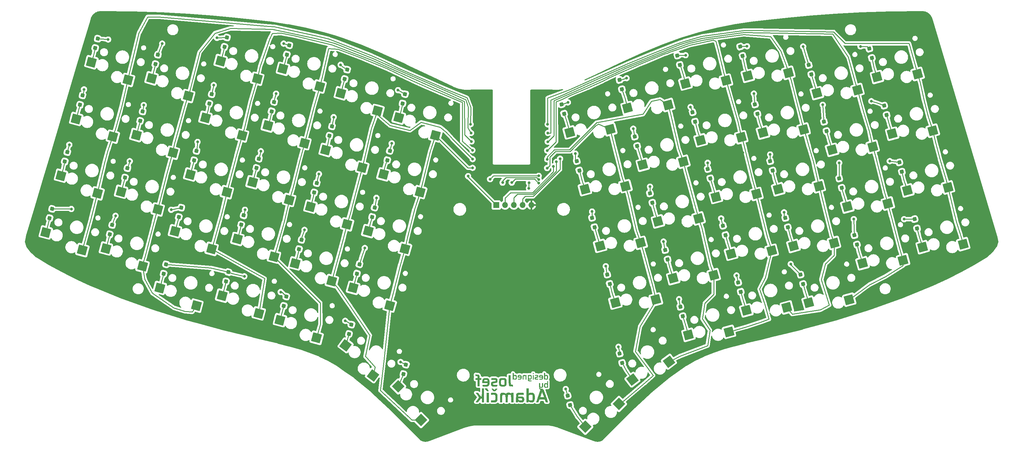
<source format=gbr>
%TF.GenerationSoftware,KiCad,Pcbnew,7.0.1*%
%TF.CreationDate,2023-03-26T20:17:16+02:00*%
%TF.ProjectId,SofleUnsplit,536f666c-6555-46e7-9370-6c69742e6b69,rev?*%
%TF.SameCoordinates,Original*%
%TF.FileFunction,Copper,L2,Bot*%
%TF.FilePolarity,Positive*%
%FSLAX46Y46*%
G04 Gerber Fmt 4.6, Leading zero omitted, Abs format (unit mm)*
G04 Created by KiCad (PCBNEW 7.0.1) date 2023-03-26 20:17:16*
%MOMM*%
%LPD*%
G01*
G04 APERTURE LIST*
G04 Aperture macros list*
%AMRoundRect*
0 Rectangle with rounded corners*
0 $1 Rounding radius*
0 $2 $3 $4 $5 $6 $7 $8 $9 X,Y pos of 4 corners*
0 Add a 4 corners polygon primitive as box body*
4,1,4,$2,$3,$4,$5,$6,$7,$8,$9,$2,$3,0*
0 Add four circle primitives for the rounded corners*
1,1,$1+$1,$2,$3*
1,1,$1+$1,$4,$5*
1,1,$1+$1,$6,$7*
1,1,$1+$1,$8,$9*
0 Add four rect primitives between the rounded corners*
20,1,$1+$1,$2,$3,$4,$5,0*
20,1,$1+$1,$4,$5,$6,$7,0*
20,1,$1+$1,$6,$7,$8,$9,0*
20,1,$1+$1,$8,$9,$2,$3,0*%
%AMRotRect*
0 Rectangle, with rotation*
0 The origin of the aperture is its center*
0 $1 length*
0 $2 width*
0 $3 Rotation angle, in degrees counterclockwise*
0 Add horizontal line*
21,1,$1,$2,0,0,$3*%
G04 Aperture macros list end*
%TA.AperFunction,EtchedComponent*%
%ADD10C,0.010000*%
%TD*%
%TA.AperFunction,SMDPad,CuDef*%
%ADD11RotRect,2.600000X2.600000X345.000000*%
%TD*%
%TA.AperFunction,SMDPad,CuDef*%
%ADD12RotRect,2.600000X2.600000X15.000000*%
%TD*%
%TA.AperFunction,SMDPad,CuDef*%
%ADD13RotRect,2.600000X2.600000X45.000000*%
%TD*%
%TA.AperFunction,ComponentPad*%
%ADD14R,1.700000X1.700000*%
%TD*%
%TA.AperFunction,ComponentPad*%
%ADD15O,1.700000X1.700000*%
%TD*%
%TA.AperFunction,SMDPad,CuDef*%
%ADD16RotRect,2.600000X2.600000X315.000000*%
%TD*%
%TA.AperFunction,SMDPad,CuDef*%
%ADD17RotRect,2.600000X2.600000X323.000000*%
%TD*%
%TA.AperFunction,SMDPad,CuDef*%
%ADD18RotRect,2.600000X2.600000X37.000000*%
%TD*%
%TA.AperFunction,SMDPad,CuDef*%
%ADD19RoundRect,0.250000X-0.212132X0.367423X-0.367423X-0.212132X0.212132X-0.367423X0.367423X0.212132X0*%
%TD*%
%TA.AperFunction,SMDPad,CuDef*%
%ADD20RoundRect,0.250000X-0.367423X0.212132X-0.212132X-0.367423X0.367423X-0.212132X0.212132X0.367423X0*%
%TD*%
%TA.AperFunction,ViaPad*%
%ADD21C,0.800000*%
%TD*%
%TA.AperFunction,Conductor*%
%ADD22C,0.250000*%
%TD*%
G04 APERTURE END LIST*
%TO.C,G1*%
D10*
X211071333Y-154814043D02*
X210521000Y-154814043D01*
X210521000Y-152104710D01*
X211071333Y-152104710D01*
X211071333Y-154814043D01*
%TA.AperFunction,EtchedComponent*%
G36*
X211071333Y-154814043D02*
G01*
X210521000Y-154814043D01*
X210521000Y-152104710D01*
X211071333Y-152104710D01*
X211071333Y-154814043D01*
G37*
%TD.AperFunction*%
X223981337Y-146390156D02*
X224050182Y-146414982D01*
X224067667Y-146495543D01*
X224067220Y-146515046D01*
X224042394Y-146583891D01*
X223961833Y-146601376D01*
X223942330Y-146600929D01*
X223873485Y-146576104D01*
X223856000Y-146495543D01*
X223856447Y-146476039D01*
X223881273Y-146407194D01*
X223961833Y-146389710D01*
X223981337Y-146390156D01*
%TA.AperFunction,EtchedComponent*%
G36*
X223981337Y-146390156D02*
G01*
X224050182Y-146414982D01*
X224067667Y-146495543D01*
X224067220Y-146515046D01*
X224042394Y-146583891D01*
X223961833Y-146601376D01*
X223942330Y-146600929D01*
X223873485Y-146576104D01*
X223856000Y-146495543D01*
X223856447Y-146476039D01*
X223881273Y-146407194D01*
X223961833Y-146389710D01*
X223981337Y-146390156D01*
G37*
%TD.AperFunction*%
X223972826Y-146961486D02*
X224002654Y-146969963D01*
X224023637Y-146999769D01*
X224037729Y-147063573D01*
X224046886Y-147174039D01*
X224053063Y-147343835D01*
X224058215Y-147585626D01*
X224069930Y-148210043D01*
X223853737Y-148210043D01*
X223865452Y-147585626D01*
X223867010Y-147504593D01*
X223872264Y-147285784D01*
X223879132Y-147135161D01*
X223889567Y-147040058D01*
X223905526Y-146987809D01*
X223928963Y-146965748D01*
X223961833Y-146961210D01*
X223972826Y-146961486D01*
%TA.AperFunction,EtchedComponent*%
G36*
X223972826Y-146961486D02*
G01*
X224002654Y-146969963D01*
X224023637Y-146999769D01*
X224037729Y-147063573D01*
X224046886Y-147174039D01*
X224053063Y-147343835D01*
X224058215Y-147585626D01*
X224069930Y-148210043D01*
X223853737Y-148210043D01*
X223865452Y-147585626D01*
X223867010Y-147504593D01*
X223872264Y-147285784D01*
X223879132Y-147135161D01*
X223889567Y-147040058D01*
X223905526Y-146987809D01*
X223928963Y-146965748D01*
X223961833Y-146961210D01*
X223972826Y-146961486D01*
G37*
%TD.AperFunction*%
X210781475Y-151205126D02*
X210837461Y-151284237D01*
X210934846Y-151423206D01*
X211008385Y-151529944D01*
X211045386Y-151586126D01*
X211048021Y-151613191D01*
X210996211Y-151633149D01*
X210871613Y-151639043D01*
X210863236Y-151639036D01*
X210766532Y-151635243D01*
X210690654Y-151616477D01*
X210615926Y-151571032D01*
X210522669Y-151487206D01*
X210391207Y-151353293D01*
X210333659Y-151293367D01*
X210206163Y-151158689D01*
X210100986Y-151045074D01*
X210036531Y-150972293D01*
X209957545Y-150877043D01*
X210548507Y-150877043D01*
X210781475Y-151205126D01*
%TA.AperFunction,EtchedComponent*%
G36*
X210781475Y-151205126D02*
G01*
X210837461Y-151284237D01*
X210934846Y-151423206D01*
X211008385Y-151529944D01*
X211045386Y-151586126D01*
X211048021Y-151613191D01*
X210996211Y-151633149D01*
X210871613Y-151639043D01*
X210863236Y-151639036D01*
X210766532Y-151635243D01*
X210690654Y-151616477D01*
X210615926Y-151571032D01*
X210522669Y-151487206D01*
X210391207Y-151353293D01*
X210333659Y-151293367D01*
X210206163Y-151158689D01*
X210100986Y-151045074D01*
X210036531Y-150972293D01*
X209957545Y-150877043D01*
X210548507Y-150877043D01*
X210781475Y-151205126D01*
G37*
%TD.AperFunction*%
X212138799Y-150877339D02*
X212231036Y-150886685D01*
X212306523Y-150919570D01*
X212388791Y-150989929D01*
X212501370Y-151111695D01*
X212710513Y-151346348D01*
X212927128Y-151109337D01*
X212995962Y-151034756D01*
X213087877Y-150944254D01*
X213159784Y-150897593D01*
X213234716Y-150882141D01*
X213335708Y-150885267D01*
X213527673Y-150898210D01*
X213262586Y-151267270D01*
X212997500Y-151636330D01*
X212714634Y-151637687D01*
X212431768Y-151639043D01*
X212174884Y-151283204D01*
X212096240Y-151173053D01*
X212004194Y-151040365D01*
X211941293Y-150944908D01*
X211918000Y-150902204D01*
X211925924Y-150894973D01*
X211992646Y-150882129D01*
X212105114Y-150877043D01*
X212138799Y-150877339D01*
%TA.AperFunction,EtchedComponent*%
G36*
X212138799Y-150877339D02*
G01*
X212231036Y-150886685D01*
X212306523Y-150919570D01*
X212388791Y-150989929D01*
X212501370Y-151111695D01*
X212710513Y-151346348D01*
X212927128Y-151109337D01*
X212995962Y-151034756D01*
X213087877Y-150944254D01*
X213159784Y-150897593D01*
X213234716Y-150882141D01*
X213335708Y-150885267D01*
X213527673Y-150898210D01*
X213262586Y-151267270D01*
X212997500Y-151636330D01*
X212714634Y-151637687D01*
X212431768Y-151639043D01*
X212174884Y-151283204D01*
X212096240Y-151173053D01*
X212004194Y-151040365D01*
X211941293Y-150944908D01*
X211918000Y-150902204D01*
X211925924Y-150894973D01*
X211992646Y-150882129D01*
X212105114Y-150877043D01*
X212138799Y-150877339D01*
G37*
%TD.AperFunction*%
X207677414Y-146822609D02*
X207908118Y-146843641D01*
X208096569Y-146888516D01*
X208226763Y-146968071D01*
X208311041Y-147094684D01*
X208361747Y-147280737D01*
X208391221Y-147538608D01*
X208416883Y-147871376D01*
X208870000Y-147871376D01*
X208870000Y-148294710D01*
X208404333Y-148294710D01*
X208404333Y-150199710D01*
X207896333Y-150199710D01*
X207896333Y-148294710D01*
X207303667Y-148294710D01*
X207303667Y-147871376D01*
X207896333Y-147871376D01*
X207896333Y-147601393D01*
X207894620Y-147506547D01*
X207874133Y-147360869D01*
X207817723Y-147273251D01*
X207709590Y-147226308D01*
X207533934Y-147202654D01*
X207303667Y-147183559D01*
X207303667Y-146801299D01*
X207677414Y-146822609D01*
%TA.AperFunction,EtchedComponent*%
G36*
X207677414Y-146822609D02*
G01*
X207908118Y-146843641D01*
X208096569Y-146888516D01*
X208226763Y-146968071D01*
X208311041Y-147094684D01*
X208361747Y-147280737D01*
X208391221Y-147538608D01*
X208416883Y-147871376D01*
X208870000Y-147871376D01*
X208870000Y-148294710D01*
X208404333Y-148294710D01*
X208404333Y-150199710D01*
X207896333Y-150199710D01*
X207896333Y-148294710D01*
X207303667Y-148294710D01*
X207303667Y-147871376D01*
X207896333Y-147871376D01*
X207896333Y-147601393D01*
X207894620Y-147506547D01*
X207874133Y-147360869D01*
X207817723Y-147273251D01*
X207709590Y-147226308D01*
X207533934Y-147202654D01*
X207303667Y-147183559D01*
X207303667Y-146801299D01*
X207677414Y-146822609D01*
G37*
%TD.AperFunction*%
X217387802Y-148340501D02*
X217389436Y-148518303D01*
X217392700Y-148859754D01*
X217397437Y-149129329D01*
X217406126Y-149335855D01*
X217421247Y-149488159D01*
X217445279Y-149595068D01*
X217480703Y-149665409D01*
X217529997Y-149708009D01*
X217595642Y-149731695D01*
X217680116Y-149745294D01*
X217785901Y-149757633D01*
X218014000Y-149786132D01*
X218014000Y-150212149D01*
X217615836Y-150188394D01*
X217562601Y-150185264D01*
X217393072Y-150173985D01*
X217254917Y-150156677D01*
X217144834Y-150125475D01*
X217059527Y-150072520D01*
X216995694Y-149989948D01*
X216950038Y-149869897D01*
X216919259Y-149704506D01*
X216900057Y-149485912D01*
X216889135Y-149206254D01*
X216883191Y-148857668D01*
X216878929Y-148432293D01*
X216865690Y-147067043D01*
X217375438Y-147067043D01*
X217387802Y-148340501D01*
%TA.AperFunction,EtchedComponent*%
G36*
X217387802Y-148340501D02*
G01*
X217389436Y-148518303D01*
X217392700Y-148859754D01*
X217397437Y-149129329D01*
X217406126Y-149335855D01*
X217421247Y-149488159D01*
X217445279Y-149595068D01*
X217480703Y-149665409D01*
X217529997Y-149708009D01*
X217595642Y-149731695D01*
X217680116Y-149745294D01*
X217785901Y-149757633D01*
X218014000Y-149786132D01*
X218014000Y-150212149D01*
X217615836Y-150188394D01*
X217562601Y-150185264D01*
X217393072Y-150173985D01*
X217254917Y-150156677D01*
X217144834Y-150125475D01*
X217059527Y-150072520D01*
X216995694Y-149989948D01*
X216950038Y-149869897D01*
X216919259Y-149704506D01*
X216900057Y-149485912D01*
X216889135Y-149206254D01*
X216883191Y-148857668D01*
X216878929Y-148432293D01*
X216865690Y-147067043D01*
X217375438Y-147067043D01*
X217387802Y-148340501D01*
G37*
%TD.AperFunction*%
X226718089Y-147368560D02*
X226722452Y-147395320D01*
X226731117Y-147584787D01*
X226719843Y-147802397D01*
X226687074Y-147982432D01*
X226635612Y-148102099D01*
X226632030Y-148106680D01*
X226550959Y-148165827D01*
X226436265Y-148209315D01*
X226378908Y-148221422D01*
X226190151Y-148244000D01*
X226011399Y-148242816D01*
X225861003Y-148220163D01*
X225757309Y-148178334D01*
X225718667Y-148119622D01*
X225719346Y-148105088D01*
X225735262Y-148070967D01*
X225785136Y-148051510D01*
X225885856Y-148042748D01*
X226054310Y-148040710D01*
X226178008Y-148038384D01*
X226347769Y-148019240D01*
X226453487Y-147974997D01*
X226507714Y-147898773D01*
X226523000Y-147783686D01*
X226523000Y-147659710D01*
X225676333Y-147659710D01*
X225676333Y-147490376D01*
X225838940Y-147490376D01*
X226523000Y-147490376D01*
X226523000Y-147368560D01*
X226520196Y-147323641D01*
X226472363Y-147213697D01*
X226360868Y-147150664D01*
X226179944Y-147130543D01*
X226069275Y-147134466D01*
X225964365Y-147161774D01*
X225904812Y-147229163D01*
X225867930Y-147352793D01*
X225838940Y-147490376D01*
X225676333Y-147490376D01*
X225676333Y-147450035D01*
X225691719Y-147255950D01*
X225751033Y-147096845D01*
X225862183Y-146996843D01*
X226032808Y-146949495D01*
X226270546Y-146948351D01*
X226343822Y-146955058D01*
X226516116Y-146992950D01*
X226626559Y-147068974D01*
X226690291Y-147198106D01*
X226718089Y-147368560D01*
%TA.AperFunction,EtchedComponent*%
G36*
X226718089Y-147368560D02*
G01*
X226722452Y-147395320D01*
X226731117Y-147584787D01*
X226719843Y-147802397D01*
X226687074Y-147982432D01*
X226635612Y-148102099D01*
X226632030Y-148106680D01*
X226550959Y-148165827D01*
X226436265Y-148209315D01*
X226378908Y-148221422D01*
X226190151Y-148244000D01*
X226011399Y-148242816D01*
X225861003Y-148220163D01*
X225757309Y-148178334D01*
X225718667Y-148119622D01*
X225719346Y-148105088D01*
X225735262Y-148070967D01*
X225785136Y-148051510D01*
X225885856Y-148042748D01*
X226054310Y-148040710D01*
X226178008Y-148038384D01*
X226347769Y-148019240D01*
X226453487Y-147974997D01*
X226507714Y-147898773D01*
X226523000Y-147783686D01*
X226523000Y-147659710D01*
X225676333Y-147659710D01*
X225676333Y-147490376D01*
X225838940Y-147490376D01*
X226523000Y-147490376D01*
X226523000Y-147368560D01*
X226520196Y-147323641D01*
X226472363Y-147213697D01*
X226360868Y-147150664D01*
X226179944Y-147130543D01*
X226069275Y-147134466D01*
X225964365Y-147161774D01*
X225904812Y-147229163D01*
X225867930Y-147352793D01*
X225838940Y-147490376D01*
X225676333Y-147490376D01*
X225676333Y-147450035D01*
X225691719Y-147255950D01*
X225751033Y-147096845D01*
X225862183Y-146996843D01*
X226032808Y-146949495D01*
X226270546Y-146948351D01*
X226343822Y-146955058D01*
X226516116Y-146992950D01*
X226626559Y-147068974D01*
X226690291Y-147198106D01*
X226718089Y-147368560D01*
G37*
%TD.AperFunction*%
X224959492Y-146948444D02*
X225011641Y-146952849D01*
X225184110Y-146984926D01*
X225290321Y-147048366D01*
X225343991Y-147155945D01*
X225358833Y-147320438D01*
X225356410Y-147389833D01*
X225340104Y-147507357D01*
X225313507Y-147573802D01*
X225309684Y-147577016D01*
X225238832Y-147606594D01*
X225111952Y-147640200D01*
X224953674Y-147671169D01*
X224639167Y-147723210D01*
X224639167Y-148019543D01*
X224988417Y-148031838D01*
X225064149Y-148034748D01*
X225208619Y-148043955D01*
X225291337Y-148059045D01*
X225328841Y-148084401D01*
X225337667Y-148124406D01*
X225337089Y-148136578D01*
X225301804Y-148193683D01*
X225200083Y-148221752D01*
X225011847Y-148239597D01*
X224768826Y-148236953D01*
X224593556Y-148194470D01*
X224480953Y-148110584D01*
X224425931Y-147983732D01*
X224420436Y-147951772D01*
X224415790Y-147755709D01*
X224470837Y-147616213D01*
X224584641Y-147535924D01*
X224706635Y-147505179D01*
X224846567Y-147489798D01*
X224945017Y-147486559D01*
X225077772Y-147462236D01*
X225147866Y-147408240D01*
X225168333Y-147317595D01*
X225151782Y-147226615D01*
X225079404Y-147151105D01*
X224943587Y-147118063D01*
X224737901Y-147124605D01*
X224617950Y-147135516D01*
X224534315Y-147134282D01*
X224498552Y-147113034D01*
X224491000Y-147067200D01*
X224508160Y-147011379D01*
X224587255Y-146962765D01*
X224735805Y-146942267D01*
X224959492Y-146948444D01*
%TA.AperFunction,EtchedComponent*%
G36*
X224959492Y-146948444D02*
G01*
X225011641Y-146952849D01*
X225184110Y-146984926D01*
X225290321Y-147048366D01*
X225343991Y-147155945D01*
X225358833Y-147320438D01*
X225356410Y-147389833D01*
X225340104Y-147507357D01*
X225313507Y-147573802D01*
X225309684Y-147577016D01*
X225238832Y-147606594D01*
X225111952Y-147640200D01*
X224953674Y-147671169D01*
X224639167Y-147723210D01*
X224639167Y-148019543D01*
X224988417Y-148031838D01*
X225064149Y-148034748D01*
X225208619Y-148043955D01*
X225291337Y-148059045D01*
X225328841Y-148084401D01*
X225337667Y-148124406D01*
X225337089Y-148136578D01*
X225301804Y-148193683D01*
X225200083Y-148221752D01*
X225011847Y-148239597D01*
X224768826Y-148236953D01*
X224593556Y-148194470D01*
X224480953Y-148110584D01*
X224425931Y-147983732D01*
X224420436Y-147951772D01*
X224415790Y-147755709D01*
X224470837Y-147616213D01*
X224584641Y-147535924D01*
X224706635Y-147505179D01*
X224846567Y-147489798D01*
X224945017Y-147486559D01*
X225077772Y-147462236D01*
X225147866Y-147408240D01*
X225168333Y-147317595D01*
X225151782Y-147226615D01*
X225079404Y-147151105D01*
X224943587Y-147118063D01*
X224737901Y-147124605D01*
X224617950Y-147135516D01*
X224534315Y-147134282D01*
X224498552Y-147113034D01*
X224491000Y-147067200D01*
X224508160Y-147011379D01*
X224587255Y-146962765D01*
X224735805Y-146942267D01*
X224959492Y-146948444D01*
G37*
%TD.AperFunction*%
X209674333Y-154814043D02*
X209124000Y-154814043D01*
X209124000Y-153713376D01*
X208965250Y-153713470D01*
X208917624Y-153714901D01*
X208863257Y-153725996D01*
X208808577Y-153756412D01*
X208743407Y-153815769D01*
X208657567Y-153913690D01*
X208540880Y-154059797D01*
X208383167Y-154263710D01*
X207959833Y-154813854D01*
X207652917Y-154813949D01*
X207632247Y-154813904D01*
X207487251Y-154810418D01*
X207384820Y-154802458D01*
X207346000Y-154791558D01*
X207346941Y-154788941D01*
X207380225Y-154738032D01*
X207455536Y-154632207D01*
X207565209Y-154481985D01*
X207701581Y-154297881D01*
X207856986Y-154090410D01*
X207968097Y-153941531D01*
X208139985Y-153703320D01*
X208257259Y-153527805D01*
X208320467Y-153414140D01*
X208330161Y-153361479D01*
X208313554Y-153339938D01*
X208249297Y-153258073D01*
X208153466Y-153136832D01*
X208039871Y-152993710D01*
X208010537Y-152956799D01*
X207858612Y-152765136D01*
X207699443Y-152563695D01*
X207563051Y-152390460D01*
X207338710Y-152104710D01*
X207649272Y-152104851D01*
X207959833Y-152104992D01*
X208395472Y-152657738D01*
X208504885Y-152796136D01*
X208638481Y-152961862D01*
X208736410Y-153075737D01*
X208808448Y-153146993D01*
X208864370Y-153184859D01*
X208913953Y-153198567D01*
X208966972Y-153197347D01*
X209102833Y-153184210D01*
X209114097Y-152030626D01*
X209125361Y-150877043D01*
X209674333Y-150877043D01*
X209674333Y-154814043D01*
%TA.AperFunction,EtchedComponent*%
G36*
X209674333Y-154814043D02*
G01*
X209124000Y-154814043D01*
X209124000Y-153713376D01*
X208965250Y-153713470D01*
X208917624Y-153714901D01*
X208863257Y-153725996D01*
X208808577Y-153756412D01*
X208743407Y-153815769D01*
X208657567Y-153913690D01*
X208540880Y-154059797D01*
X208383167Y-154263710D01*
X207959833Y-154813854D01*
X207652917Y-154813949D01*
X207632247Y-154813904D01*
X207487251Y-154810418D01*
X207384820Y-154802458D01*
X207346000Y-154791558D01*
X207346941Y-154788941D01*
X207380225Y-154738032D01*
X207455536Y-154632207D01*
X207565209Y-154481985D01*
X207701581Y-154297881D01*
X207856986Y-154090410D01*
X207968097Y-153941531D01*
X208139985Y-153703320D01*
X208257259Y-153527805D01*
X208320467Y-153414140D01*
X208330161Y-153361479D01*
X208313554Y-153339938D01*
X208249297Y-153258073D01*
X208153466Y-153136832D01*
X208039871Y-152993710D01*
X208010537Y-152956799D01*
X207858612Y-152765136D01*
X207699443Y-152563695D01*
X207563051Y-152390460D01*
X207338710Y-152104710D01*
X207649272Y-152104851D01*
X207959833Y-152104992D01*
X208395472Y-152657738D01*
X208504885Y-152796136D01*
X208638481Y-152961862D01*
X208736410Y-153075737D01*
X208808448Y-153146993D01*
X208864370Y-153184859D01*
X208913953Y-153198567D01*
X208966972Y-153197347D01*
X209102833Y-153184210D01*
X209114097Y-152030626D01*
X209125361Y-150877043D01*
X209674333Y-150877043D01*
X209674333Y-154814043D01*
G37*
%TD.AperFunction*%
X220538178Y-147392634D02*
X220545624Y-147436836D01*
X220539694Y-147718372D01*
X220519103Y-147873313D01*
X220458957Y-148055159D01*
X220360927Y-148169305D01*
X220220707Y-148222557D01*
X220036919Y-148242038D01*
X219842234Y-148242165D01*
X219683701Y-148220223D01*
X219577047Y-148178585D01*
X219538000Y-148119622D01*
X219538680Y-148105088D01*
X219554596Y-148070967D01*
X219604470Y-148051510D01*
X219705189Y-148042748D01*
X219873643Y-148040710D01*
X219997341Y-148038384D01*
X220167102Y-148019240D01*
X220272820Y-147974997D01*
X220327047Y-147898773D01*
X220342333Y-147783686D01*
X220342333Y-147659710D01*
X219495667Y-147659710D01*
X219496154Y-147490376D01*
X219654417Y-147490376D01*
X219998375Y-147490376D01*
X220132441Y-147489763D01*
X220249928Y-147484554D01*
X220312669Y-147469870D01*
X220337768Y-147440851D01*
X220342333Y-147392634D01*
X220339697Y-147344078D01*
X220293322Y-147222606D01*
X220184961Y-147152848D01*
X220009196Y-147130543D01*
X219886342Y-147135351D01*
X219778877Y-147164311D01*
X219717759Y-147232382D01*
X219681669Y-147354116D01*
X219654417Y-147490376D01*
X219496154Y-147490376D01*
X219496245Y-147458626D01*
X219501361Y-147308273D01*
X219526755Y-147162559D01*
X219579985Y-147066813D01*
X219668279Y-147001847D01*
X219751155Y-146970447D01*
X219937046Y-146943387D01*
X220139422Y-146953322D01*
X220320033Y-147000341D01*
X220431537Y-147079940D01*
X220510014Y-147225471D01*
X220538178Y-147392634D01*
%TA.AperFunction,EtchedComponent*%
G36*
X220538178Y-147392634D02*
G01*
X220545624Y-147436836D01*
X220539694Y-147718372D01*
X220519103Y-147873313D01*
X220458957Y-148055159D01*
X220360927Y-148169305D01*
X220220707Y-148222557D01*
X220036919Y-148242038D01*
X219842234Y-148242165D01*
X219683701Y-148220223D01*
X219577047Y-148178585D01*
X219538000Y-148119622D01*
X219538680Y-148105088D01*
X219554596Y-148070967D01*
X219604470Y-148051510D01*
X219705189Y-148042748D01*
X219873643Y-148040710D01*
X219997341Y-148038384D01*
X220167102Y-148019240D01*
X220272820Y-147974997D01*
X220327047Y-147898773D01*
X220342333Y-147783686D01*
X220342333Y-147659710D01*
X219495667Y-147659710D01*
X219496154Y-147490376D01*
X219654417Y-147490376D01*
X219998375Y-147490376D01*
X220132441Y-147489763D01*
X220249928Y-147484554D01*
X220312669Y-147469870D01*
X220337768Y-147440851D01*
X220342333Y-147392634D01*
X220339697Y-147344078D01*
X220293322Y-147222606D01*
X220184961Y-147152848D01*
X220009196Y-147130543D01*
X219886342Y-147135351D01*
X219778877Y-147164311D01*
X219717759Y-147232382D01*
X219681669Y-147354116D01*
X219654417Y-147490376D01*
X219496154Y-147490376D01*
X219496245Y-147458626D01*
X219501361Y-147308273D01*
X219526755Y-147162559D01*
X219579985Y-147066813D01*
X219668279Y-147001847D01*
X219751155Y-146970447D01*
X219937046Y-146943387D01*
X220139422Y-146953322D01*
X220320033Y-147000341D01*
X220431537Y-147079940D01*
X220510014Y-147225471D01*
X220538178Y-147392634D01*
G37*
%TD.AperFunction*%
X227699918Y-153374710D02*
X227742125Y-153492295D01*
X227850430Y-153794233D01*
X227943997Y-154055311D01*
X228018186Y-154262593D01*
X228068357Y-154403143D01*
X228215929Y-154817744D01*
X227608059Y-154792876D01*
X227304431Y-153946210D01*
X225752239Y-153946210D01*
X225593890Y-154369543D01*
X225435542Y-154792876D01*
X225127323Y-154805421D01*
X225034837Y-154808366D01*
X224908668Y-154806150D01*
X224847404Y-154791681D01*
X224838270Y-154763087D01*
X224848224Y-154735039D01*
X224884530Y-154633162D01*
X224944221Y-154465846D01*
X225024316Y-154241437D01*
X225121835Y-153968285D01*
X225233798Y-153654738D01*
X225333808Y-153374710D01*
X225934089Y-153374710D01*
X227112926Y-153374710D01*
X226898355Y-152771460D01*
X226870525Y-152693228D01*
X226788502Y-152462726D01*
X226712462Y-152249144D01*
X226649866Y-152073432D01*
X226608174Y-151956543D01*
X226532566Y-151744876D01*
X226481174Y-151871876D01*
X226478530Y-151878475D01*
X226442008Y-151974089D01*
X226385128Y-152127369D01*
X226315157Y-152318594D01*
X226239364Y-152528043D01*
X226232351Y-152547532D01*
X226155758Y-152760307D01*
X226085022Y-152956700D01*
X226027741Y-153115616D01*
X225991518Y-153215960D01*
X225934089Y-153374710D01*
X225333808Y-153374710D01*
X225357225Y-153309144D01*
X225489135Y-152939853D01*
X226120833Y-151171496D01*
X226518650Y-151183019D01*
X226916466Y-151194543D01*
X227418625Y-152591543D01*
X227499861Y-152817589D01*
X227623722Y-153162435D01*
X227699918Y-153374710D01*
%TA.AperFunction,EtchedComponent*%
G36*
X227699918Y-153374710D02*
G01*
X227742125Y-153492295D01*
X227850430Y-153794233D01*
X227943997Y-154055311D01*
X228018186Y-154262593D01*
X228068357Y-154403143D01*
X228215929Y-154817744D01*
X227608059Y-154792876D01*
X227304431Y-153946210D01*
X225752239Y-153946210D01*
X225593890Y-154369543D01*
X225435542Y-154792876D01*
X225127323Y-154805421D01*
X225034837Y-154808366D01*
X224908668Y-154806150D01*
X224847404Y-154791681D01*
X224838270Y-154763087D01*
X224848224Y-154735039D01*
X224884530Y-154633162D01*
X224944221Y-154465846D01*
X225024316Y-154241437D01*
X225121835Y-153968285D01*
X225233798Y-153654738D01*
X225333808Y-153374710D01*
X225934089Y-153374710D01*
X227112926Y-153374710D01*
X226898355Y-152771460D01*
X226870525Y-152693228D01*
X226788502Y-152462726D01*
X226712462Y-152249144D01*
X226649866Y-152073432D01*
X226608174Y-151956543D01*
X226532566Y-151744876D01*
X226481174Y-151871876D01*
X226478530Y-151878475D01*
X226442008Y-151974089D01*
X226385128Y-152127369D01*
X226315157Y-152318594D01*
X226239364Y-152528043D01*
X226232351Y-152547532D01*
X226155758Y-152760307D01*
X226085022Y-152956700D01*
X226027741Y-153115616D01*
X225991518Y-153215960D01*
X225934089Y-153374710D01*
X225333808Y-153374710D01*
X225357225Y-153309144D01*
X225489135Y-152939853D01*
X226120833Y-151171496D01*
X226518650Y-151183019D01*
X226916466Y-151194543D01*
X227418625Y-152591543D01*
X227499861Y-152817589D01*
X227623722Y-153162435D01*
X227699918Y-153374710D01*
G37*
%TD.AperFunction*%
X211244679Y-148845043D02*
X211246887Y-148900399D01*
X211247747Y-149146963D01*
X211240120Y-149383518D01*
X211223945Y-149586185D01*
X211199158Y-149731084D01*
X211194011Y-149749173D01*
X211091725Y-149952654D01*
X210928905Y-150105216D01*
X210719787Y-150193139D01*
X210568565Y-150216036D01*
X210346671Y-150231761D01*
X210092502Y-150237154D01*
X209833191Y-150231690D01*
X209595877Y-150214846D01*
X209335667Y-150187648D01*
X209335667Y-149793275D01*
X209948098Y-149795409D01*
X210174495Y-149794523D01*
X210390178Y-149785490D01*
X210542897Y-149762521D01*
X210644645Y-149720115D01*
X210707416Y-149652774D01*
X210743205Y-149554997D01*
X210764005Y-149421285D01*
X210786011Y-149226043D01*
X209239010Y-149226043D01*
X209257068Y-148845043D01*
X209716667Y-148845043D01*
X210786508Y-148845043D01*
X210759032Y-148644580D01*
X210727399Y-148499682D01*
X210655326Y-148376010D01*
X210532593Y-148302808D01*
X210343672Y-148265921D01*
X210192890Y-148257765D01*
X209981064Y-148285093D01*
X209832631Y-148366652D01*
X209745271Y-148504044D01*
X209716667Y-148698868D01*
X209716667Y-148845043D01*
X209257068Y-148845043D01*
X209260976Y-148762600D01*
X209264791Y-148692719D01*
X209296315Y-148409032D01*
X209356634Y-148195708D01*
X209454650Y-148042536D01*
X209599267Y-147939308D01*
X209799389Y-147875813D01*
X210063919Y-147841841D01*
X210398058Y-147839222D01*
X210691949Y-147888535D01*
X210924656Y-147989993D01*
X211093439Y-148142379D01*
X211195559Y-148344477D01*
X211219954Y-148472758D01*
X211237602Y-148667704D01*
X211244679Y-148845043D01*
%TA.AperFunction,EtchedComponent*%
G36*
X211244679Y-148845043D02*
G01*
X211246887Y-148900399D01*
X211247747Y-149146963D01*
X211240120Y-149383518D01*
X211223945Y-149586185D01*
X211199158Y-149731084D01*
X211194011Y-149749173D01*
X211091725Y-149952654D01*
X210928905Y-150105216D01*
X210719787Y-150193139D01*
X210568565Y-150216036D01*
X210346671Y-150231761D01*
X210092502Y-150237154D01*
X209833191Y-150231690D01*
X209595877Y-150214846D01*
X209335667Y-150187648D01*
X209335667Y-149793275D01*
X209948098Y-149795409D01*
X210174495Y-149794523D01*
X210390178Y-149785490D01*
X210542897Y-149762521D01*
X210644645Y-149720115D01*
X210707416Y-149652774D01*
X210743205Y-149554997D01*
X210764005Y-149421285D01*
X210786011Y-149226043D01*
X209239010Y-149226043D01*
X209257068Y-148845043D01*
X209716667Y-148845043D01*
X210786508Y-148845043D01*
X210759032Y-148644580D01*
X210727399Y-148499682D01*
X210655326Y-148376010D01*
X210532593Y-148302808D01*
X210343672Y-148265921D01*
X210192890Y-148257765D01*
X209981064Y-148285093D01*
X209832631Y-148366652D01*
X209745271Y-148504044D01*
X209716667Y-148698868D01*
X209716667Y-148845043D01*
X209257068Y-148845043D01*
X209260976Y-148762600D01*
X209264791Y-148692719D01*
X209296315Y-148409032D01*
X209356634Y-148195708D01*
X209454650Y-148042536D01*
X209599267Y-147939308D01*
X209799389Y-147875813D01*
X210063919Y-147841841D01*
X210398058Y-147839222D01*
X210691949Y-147888535D01*
X210924656Y-147989993D01*
X211093439Y-148142379D01*
X211195559Y-148344477D01*
X211219954Y-148472758D01*
X211237602Y-148667704D01*
X211244679Y-148845043D01*
G37*
%TD.AperFunction*%
X225894838Y-149822198D02*
X225901846Y-150008988D01*
X225912624Y-150159347D01*
X225929142Y-150255613D01*
X225954385Y-150314160D01*
X225991341Y-150351365D01*
X226009524Y-150362726D01*
X226121102Y-150397930D01*
X226259261Y-150409764D01*
X226388220Y-150397541D01*
X226472200Y-150360576D01*
X226479169Y-150351093D01*
X226503395Y-150258977D01*
X226518068Y-150085102D01*
X226523000Y-149831410D01*
X226523000Y-149353043D01*
X226734667Y-149353043D01*
X226734667Y-149863826D01*
X226731441Y-150063325D01*
X226722226Y-150245357D01*
X226708466Y-150382573D01*
X226691614Y-150455055D01*
X226690072Y-150457818D01*
X226611405Y-150526005D01*
X226481559Y-150578274D01*
X226332577Y-150605372D01*
X226196503Y-150598044D01*
X226100202Y-150566831D01*
X225976996Y-150507099D01*
X225875491Y-150443561D01*
X225899572Y-150623095D01*
X225906170Y-150664483D01*
X225936081Y-150780562D01*
X225971215Y-150850191D01*
X225978807Y-150855701D01*
X226057225Y-150879722D01*
X226190825Y-150900148D01*
X226355555Y-150913047D01*
X226408470Y-150915575D01*
X226557799Y-150926101D01*
X226643713Y-150941933D01*
X226682972Y-150967824D01*
X226692333Y-151008525D01*
X226691357Y-151026191D01*
X226674446Y-151059483D01*
X226623397Y-151078360D01*
X226521380Y-151086782D01*
X226351565Y-151088710D01*
X226197321Y-151084193D01*
X225972793Y-151051837D01*
X225821371Y-150987256D01*
X225739197Y-150889192D01*
X225730253Y-150845111D01*
X225717978Y-150724643D01*
X225705897Y-150547123D01*
X225695031Y-150328143D01*
X225686401Y-150083293D01*
X225665669Y-149353043D01*
X225880509Y-149353043D01*
X225894838Y-149822198D01*
%TA.AperFunction,EtchedComponent*%
G36*
X225894838Y-149822198D02*
G01*
X225901846Y-150008988D01*
X225912624Y-150159347D01*
X225929142Y-150255613D01*
X225954385Y-150314160D01*
X225991341Y-150351365D01*
X226009524Y-150362726D01*
X226121102Y-150397930D01*
X226259261Y-150409764D01*
X226388220Y-150397541D01*
X226472200Y-150360576D01*
X226479169Y-150351093D01*
X226503395Y-150258977D01*
X226518068Y-150085102D01*
X226523000Y-149831410D01*
X226523000Y-149353043D01*
X226734667Y-149353043D01*
X226734667Y-149863826D01*
X226731441Y-150063325D01*
X226722226Y-150245357D01*
X226708466Y-150382573D01*
X226691614Y-150455055D01*
X226690072Y-150457818D01*
X226611405Y-150526005D01*
X226481559Y-150578274D01*
X226332577Y-150605372D01*
X226196503Y-150598044D01*
X226100202Y-150566831D01*
X225976996Y-150507099D01*
X225875491Y-150443561D01*
X225899572Y-150623095D01*
X225906170Y-150664483D01*
X225936081Y-150780562D01*
X225971215Y-150850191D01*
X225978807Y-150855701D01*
X226057225Y-150879722D01*
X226190825Y-150900148D01*
X226355555Y-150913047D01*
X226408470Y-150915575D01*
X226557799Y-150926101D01*
X226643713Y-150941933D01*
X226682972Y-150967824D01*
X226692333Y-151008525D01*
X226691357Y-151026191D01*
X226674446Y-151059483D01*
X226623397Y-151078360D01*
X226521380Y-151086782D01*
X226351565Y-151088710D01*
X226197321Y-151084193D01*
X225972793Y-151051837D01*
X225821371Y-150987256D01*
X225739197Y-150889192D01*
X225730253Y-150845111D01*
X225717978Y-150724643D01*
X225705897Y-150547123D01*
X225695031Y-150328143D01*
X225686401Y-150083293D01*
X225665669Y-149353043D01*
X225880509Y-149353043D01*
X225894838Y-149822198D01*
G37*
%TD.AperFunction*%
X219150061Y-147572435D02*
X219147236Y-147794387D01*
X219111315Y-147983186D01*
X219039902Y-148113099D01*
X218930155Y-148193485D01*
X218796195Y-148228697D01*
X218625004Y-148231843D01*
X218462810Y-148201110D01*
X218345177Y-148139765D01*
X218306810Y-148106350D01*
X218274095Y-148093494D01*
X218268000Y-148139982D01*
X218248998Y-148186610D01*
X218162167Y-148210043D01*
X218056333Y-148210043D01*
X218056333Y-147606128D01*
X218289167Y-147606128D01*
X218291234Y-147743741D01*
X218302467Y-147862805D01*
X218327629Y-147934743D01*
X218371341Y-147980622D01*
X218383477Y-147988689D01*
X218500231Y-148028573D01*
X218645888Y-148039144D01*
X218784174Y-148020862D01*
X218878810Y-147974186D01*
X218885671Y-147965910D01*
X218918238Y-147877029D01*
X218939102Y-147736892D01*
X218947712Y-147572435D01*
X218943519Y-147410596D01*
X218925976Y-147278308D01*
X218894533Y-147202510D01*
X218862773Y-147184712D01*
X218759806Y-147160999D01*
X218624550Y-147151710D01*
X218483613Y-147159727D01*
X218382827Y-147194963D01*
X218323809Y-147271645D01*
X218296081Y-147403968D01*
X218289167Y-147606128D01*
X218056333Y-147606128D01*
X218056333Y-146389710D01*
X218163083Y-146389710D01*
X218213834Y-146393111D01*
X218244833Y-146414410D01*
X218260949Y-146470299D01*
X218267049Y-146577470D01*
X218268000Y-146752615D01*
X218268000Y-147115521D01*
X218379543Y-147027782D01*
X218505243Y-146963440D01*
X218684810Y-146936335D01*
X218865507Y-146961645D01*
X219013063Y-147038776D01*
X219032969Y-147056436D01*
X219084409Y-147115310D01*
X219115952Y-147189807D01*
X219134645Y-147302939D01*
X219147541Y-147477717D01*
X219150508Y-147537341D01*
X219150061Y-147572435D01*
%TA.AperFunction,EtchedComponent*%
G36*
X219150061Y-147572435D02*
G01*
X219147236Y-147794387D01*
X219111315Y-147983186D01*
X219039902Y-148113099D01*
X218930155Y-148193485D01*
X218796195Y-148228697D01*
X218625004Y-148231843D01*
X218462810Y-148201110D01*
X218345177Y-148139765D01*
X218306810Y-148106350D01*
X218274095Y-148093494D01*
X218268000Y-148139982D01*
X218248998Y-148186610D01*
X218162167Y-148210043D01*
X218056333Y-148210043D01*
X218056333Y-147606128D01*
X218289167Y-147606128D01*
X218291234Y-147743741D01*
X218302467Y-147862805D01*
X218327629Y-147934743D01*
X218371341Y-147980622D01*
X218383477Y-147988689D01*
X218500231Y-148028573D01*
X218645888Y-148039144D01*
X218784174Y-148020862D01*
X218878810Y-147974186D01*
X218885671Y-147965910D01*
X218918238Y-147877029D01*
X218939102Y-147736892D01*
X218947712Y-147572435D01*
X218943519Y-147410596D01*
X218925976Y-147278308D01*
X218894533Y-147202510D01*
X218862773Y-147184712D01*
X218759806Y-147160999D01*
X218624550Y-147151710D01*
X218483613Y-147159727D01*
X218382827Y-147194963D01*
X218323809Y-147271645D01*
X218296081Y-147403968D01*
X218289167Y-147606128D01*
X218056333Y-147606128D01*
X218056333Y-146389710D01*
X218163083Y-146389710D01*
X218213834Y-146393111D01*
X218244833Y-146414410D01*
X218260949Y-146470299D01*
X218267049Y-146577470D01*
X218268000Y-146752615D01*
X218268000Y-147115521D01*
X218379543Y-147027782D01*
X218505243Y-146963440D01*
X218684810Y-146936335D01*
X218865507Y-146961645D01*
X219013063Y-147038776D01*
X219032969Y-147056436D01*
X219084409Y-147115310D01*
X219115952Y-147189807D01*
X219134645Y-147302939D01*
X219147541Y-147477717D01*
X219150508Y-147537341D01*
X219150061Y-147572435D01*
G37*
%TD.AperFunction*%
X228215942Y-149966876D02*
X228214971Y-150160051D01*
X228211744Y-150332463D01*
X228205492Y-150449913D01*
X228195220Y-150522933D01*
X228179934Y-150562051D01*
X228158639Y-150577800D01*
X228130338Y-150580710D01*
X228077317Y-150569197D01*
X228019274Y-150515382D01*
X228011981Y-150497836D01*
X227981847Y-150472194D01*
X227925353Y-150511012D01*
X227875623Y-150546645D01*
X227771833Y-150592595D01*
X227749587Y-150597764D01*
X227545651Y-150614092D01*
X227350064Y-150562925D01*
X227255281Y-150502084D01*
X227175020Y-150380548D01*
X227130539Y-150198237D01*
X227119319Y-149966876D01*
X227327333Y-149966876D01*
X227333624Y-150152617D01*
X227354873Y-150275032D01*
X227393857Y-150344852D01*
X227397770Y-150348567D01*
X227501119Y-150394961D01*
X227666624Y-150411376D01*
X227733558Y-150409115D01*
X227866104Y-150378636D01*
X227949277Y-150302914D01*
X227992368Y-150169733D01*
X228004667Y-149966876D01*
X228002947Y-149878862D01*
X227979768Y-149704576D01*
X227922181Y-149595210D01*
X227820896Y-149538549D01*
X227666624Y-149522376D01*
X227540707Y-149528643D01*
X227431204Y-149561927D01*
X227366320Y-149636656D01*
X227335285Y-149766936D01*
X227327333Y-149966876D01*
X227119319Y-149966876D01*
X227118292Y-149945710D01*
X227120800Y-149865701D01*
X227154218Y-149633006D01*
X227223997Y-149463629D01*
X227327333Y-149365354D01*
X227395836Y-149338065D01*
X227573107Y-149311634D01*
X227751159Y-149332481D01*
X227893124Y-149398449D01*
X228004667Y-149486188D01*
X228004667Y-149120142D01*
X228005659Y-148946114D01*
X228011870Y-148839816D01*
X228028169Y-148784555D01*
X228059423Y-148763639D01*
X228110500Y-148760376D01*
X228216333Y-148760376D01*
X228216333Y-149670543D01*
X228216168Y-149922146D01*
X228215942Y-149966876D01*
%TA.AperFunction,EtchedComponent*%
G36*
X228215942Y-149966876D02*
G01*
X228214971Y-150160051D01*
X228211744Y-150332463D01*
X228205492Y-150449913D01*
X228195220Y-150522933D01*
X228179934Y-150562051D01*
X228158639Y-150577800D01*
X228130338Y-150580710D01*
X228077317Y-150569197D01*
X228019274Y-150515382D01*
X228011981Y-150497836D01*
X227981847Y-150472194D01*
X227925353Y-150511012D01*
X227875623Y-150546645D01*
X227771833Y-150592595D01*
X227749587Y-150597764D01*
X227545651Y-150614092D01*
X227350064Y-150562925D01*
X227255281Y-150502084D01*
X227175020Y-150380548D01*
X227130539Y-150198237D01*
X227119319Y-149966876D01*
X227327333Y-149966876D01*
X227333624Y-150152617D01*
X227354873Y-150275032D01*
X227393857Y-150344852D01*
X227397770Y-150348567D01*
X227501119Y-150394961D01*
X227666624Y-150411376D01*
X227733558Y-150409115D01*
X227866104Y-150378636D01*
X227949277Y-150302914D01*
X227992368Y-150169733D01*
X228004667Y-149966876D01*
X228002947Y-149878862D01*
X227979768Y-149704576D01*
X227922181Y-149595210D01*
X227820896Y-149538549D01*
X227666624Y-149522376D01*
X227540707Y-149528643D01*
X227431204Y-149561927D01*
X227366320Y-149636656D01*
X227335285Y-149766936D01*
X227327333Y-149966876D01*
X227119319Y-149966876D01*
X227118292Y-149945710D01*
X227120800Y-149865701D01*
X227154218Y-149633006D01*
X227223997Y-149463629D01*
X227327333Y-149365354D01*
X227395836Y-149338065D01*
X227573107Y-149311634D01*
X227751159Y-149332481D01*
X227893124Y-149398449D01*
X228004667Y-149486188D01*
X228004667Y-149120142D01*
X228005659Y-148946114D01*
X228011870Y-148839816D01*
X228028169Y-148784555D01*
X228059423Y-148763639D01*
X228110500Y-148760376D01*
X228216333Y-148760376D01*
X228216333Y-149670543D01*
X228216168Y-149922146D01*
X228215942Y-149966876D01*
G37*
%TD.AperFunction*%
X221904589Y-146945428D02*
X221924724Y-146974630D01*
X221938148Y-147040095D01*
X221946145Y-147153921D01*
X221950001Y-147328204D01*
X221951000Y-147575043D01*
X221950937Y-147682920D01*
X221949686Y-147896391D01*
X221945531Y-148042845D01*
X221936795Y-148134860D01*
X221921802Y-148185013D01*
X221898873Y-148205882D01*
X221866333Y-148210043D01*
X221865289Y-148210041D01*
X221826691Y-148203747D01*
X221802173Y-148174836D01*
X221788529Y-148107796D01*
X221782554Y-147987118D01*
X221781043Y-147797293D01*
X221780726Y-147751402D01*
X221772207Y-147541181D01*
X221753593Y-147377259D01*
X221726876Y-147278710D01*
X221699703Y-147232974D01*
X221650558Y-147193846D01*
X221566409Y-147176683D01*
X221422492Y-147172876D01*
X221352355Y-147173430D01*
X221253606Y-147182370D01*
X221186633Y-147212360D01*
X221145037Y-147276125D01*
X221122423Y-147386386D01*
X221112394Y-147555868D01*
X221108553Y-147797293D01*
X221108541Y-147798468D01*
X221105331Y-147987962D01*
X221098175Y-148108369D01*
X221083738Y-148175186D01*
X221058681Y-148203912D01*
X221019667Y-148210043D01*
X220990631Y-148207262D01*
X220964767Y-148188548D01*
X220948461Y-148140090D01*
X220939524Y-148048158D01*
X220935766Y-147899021D01*
X220935000Y-147678952D01*
X220935614Y-147473888D01*
X220939434Y-147315349D01*
X220949317Y-147209365D01*
X220968119Y-147139158D01*
X220998694Y-147087950D01*
X221043897Y-147038964D01*
X221078477Y-147006102D01*
X221150855Y-146958793D01*
X221241042Y-146942696D01*
X221381908Y-146949067D01*
X221450217Y-146957095D01*
X221596357Y-146991789D01*
X221690964Y-147040414D01*
X221735165Y-147078107D01*
X221771443Y-147085093D01*
X221793490Y-147026402D01*
X221819738Y-146975638D01*
X221883537Y-146940043D01*
X221904589Y-146945428D01*
%TA.AperFunction,EtchedComponent*%
G36*
X221904589Y-146945428D02*
G01*
X221924724Y-146974630D01*
X221938148Y-147040095D01*
X221946145Y-147153921D01*
X221950001Y-147328204D01*
X221951000Y-147575043D01*
X221950937Y-147682920D01*
X221949686Y-147896391D01*
X221945531Y-148042845D01*
X221936795Y-148134860D01*
X221921802Y-148185013D01*
X221898873Y-148205882D01*
X221866333Y-148210043D01*
X221865289Y-148210041D01*
X221826691Y-148203747D01*
X221802173Y-148174836D01*
X221788529Y-148107796D01*
X221782554Y-147987118D01*
X221781043Y-147797293D01*
X221780726Y-147751402D01*
X221772207Y-147541181D01*
X221753593Y-147377259D01*
X221726876Y-147278710D01*
X221699703Y-147232974D01*
X221650558Y-147193846D01*
X221566409Y-147176683D01*
X221422492Y-147172876D01*
X221352355Y-147173430D01*
X221253606Y-147182370D01*
X221186633Y-147212360D01*
X221145037Y-147276125D01*
X221122423Y-147386386D01*
X221112394Y-147555868D01*
X221108553Y-147797293D01*
X221108541Y-147798468D01*
X221105331Y-147987962D01*
X221098175Y-148108369D01*
X221083738Y-148175186D01*
X221058681Y-148203912D01*
X221019667Y-148210043D01*
X220990631Y-148207262D01*
X220964767Y-148188548D01*
X220948461Y-148140090D01*
X220939524Y-148048158D01*
X220935766Y-147899021D01*
X220935000Y-147678952D01*
X220935614Y-147473888D01*
X220939434Y-147315349D01*
X220949317Y-147209365D01*
X220968119Y-147139158D01*
X220998694Y-147087950D01*
X221043897Y-147038964D01*
X221078477Y-147006102D01*
X221150855Y-146958793D01*
X221241042Y-146942696D01*
X221381908Y-146949067D01*
X221450217Y-146957095D01*
X221596357Y-146991789D01*
X221690964Y-147040414D01*
X221735165Y-147078107D01*
X221771443Y-147085093D01*
X221793490Y-147026402D01*
X221819738Y-146975638D01*
X221883537Y-146940043D01*
X221904589Y-146945428D01*
G37*
%TD.AperFunction*%
X212755668Y-152080980D02*
X213028457Y-152138078D01*
X213241624Y-152242566D01*
X213401229Y-152397040D01*
X213513336Y-152604099D01*
X213526813Y-152641311D01*
X213553214Y-152738627D01*
X213571403Y-152857578D01*
X213582726Y-153013912D01*
X213588531Y-153223374D01*
X213590167Y-153501710D01*
X213590158Y-153533502D01*
X213588848Y-153791820D01*
X213584203Y-153983039D01*
X213574624Y-154123038D01*
X213558511Y-154227698D01*
X213534268Y-154312898D01*
X213500295Y-154394516D01*
X213377389Y-154578658D01*
X213183349Y-154724499D01*
X212926200Y-154813936D01*
X212925962Y-154813987D01*
X212812932Y-154827081D01*
X212646091Y-154833597D01*
X212448507Y-154834091D01*
X212243252Y-154829122D01*
X212053393Y-154819247D01*
X211902001Y-154805024D01*
X211812144Y-154787009D01*
X211786769Y-154768240D01*
X211757636Y-154688243D01*
X211748667Y-154538343D01*
X211748667Y-154314034D01*
X212164541Y-154336950D01*
X212271184Y-154342101D01*
X212529518Y-154343170D01*
X212723078Y-154316486D01*
X212860998Y-154252661D01*
X212952411Y-154142308D01*
X213006449Y-153976040D01*
X213032245Y-153744469D01*
X213038933Y-153438210D01*
X213038934Y-153421169D01*
X213035768Y-153164501D01*
X213023616Y-152977066D01*
X212998183Y-152844373D01*
X212955171Y-152751934D01*
X212890283Y-152685258D01*
X212799223Y-152629854D01*
X212789639Y-152625048D01*
X212704884Y-152594819D01*
X212592173Y-152577878D01*
X212432739Y-152572553D01*
X212207811Y-152577172D01*
X211748667Y-152592887D01*
X211748667Y-152374494D01*
X211748668Y-152369583D01*
X211751922Y-152260047D01*
X211770762Y-152185085D01*
X211818981Y-152136885D01*
X211910372Y-152107634D01*
X212058725Y-152089518D01*
X212277833Y-152074724D01*
X212417192Y-152068674D01*
X212755668Y-152080980D01*
%TA.AperFunction,EtchedComponent*%
G36*
X212755668Y-152080980D02*
G01*
X213028457Y-152138078D01*
X213241624Y-152242566D01*
X213401229Y-152397040D01*
X213513336Y-152604099D01*
X213526813Y-152641311D01*
X213553214Y-152738627D01*
X213571403Y-152857578D01*
X213582726Y-153013912D01*
X213588531Y-153223374D01*
X213590167Y-153501710D01*
X213590158Y-153533502D01*
X213588848Y-153791820D01*
X213584203Y-153983039D01*
X213574624Y-154123038D01*
X213558511Y-154227698D01*
X213534268Y-154312898D01*
X213500295Y-154394516D01*
X213377389Y-154578658D01*
X213183349Y-154724499D01*
X212926200Y-154813936D01*
X212925962Y-154813987D01*
X212812932Y-154827081D01*
X212646091Y-154833597D01*
X212448507Y-154834091D01*
X212243252Y-154829122D01*
X212053393Y-154819247D01*
X211902001Y-154805024D01*
X211812144Y-154787009D01*
X211786769Y-154768240D01*
X211757636Y-154688243D01*
X211748667Y-154538343D01*
X211748667Y-154314034D01*
X212164541Y-154336950D01*
X212271184Y-154342101D01*
X212529518Y-154343170D01*
X212723078Y-154316486D01*
X212860998Y-154252661D01*
X212952411Y-154142308D01*
X213006449Y-153976040D01*
X213032245Y-153744469D01*
X213038933Y-153438210D01*
X213038934Y-153421169D01*
X213035768Y-153164501D01*
X213023616Y-152977066D01*
X212998183Y-152844373D01*
X212955171Y-152751934D01*
X212890283Y-152685258D01*
X212799223Y-152629854D01*
X212789639Y-152625048D01*
X212704884Y-152594819D01*
X212592173Y-152577878D01*
X212432739Y-152572553D01*
X212207811Y-152577172D01*
X211748667Y-152592887D01*
X211748667Y-152374494D01*
X211748668Y-152369583D01*
X211751922Y-152260047D01*
X211770762Y-152185085D01*
X211818981Y-152136885D01*
X211910372Y-152107634D01*
X212058725Y-152089518D01*
X212277833Y-152074724D01*
X212417192Y-152068674D01*
X212755668Y-152080980D01*
G37*
%TD.AperFunction*%
X228173429Y-147596210D02*
X228174000Y-147609565D01*
X228173107Y-147685946D01*
X228153683Y-147914986D01*
X228105818Y-148074544D01*
X228025465Y-148173968D01*
X227908573Y-148222611D01*
X227779134Y-148242505D01*
X227665735Y-148239387D01*
X227529588Y-148208140D01*
X227506717Y-148201170D01*
X227396541Y-148150367D01*
X227329792Y-148091960D01*
X227313897Y-148065943D01*
X227291889Y-148051254D01*
X227286287Y-148114793D01*
X227269700Y-148181727D01*
X227200333Y-148210043D01*
X227178017Y-148208369D01*
X227155601Y-148195755D01*
X227139319Y-148161626D01*
X227128193Y-148095457D01*
X227121244Y-147986723D01*
X227117493Y-147824898D01*
X227115960Y-147599458D01*
X227115953Y-147592672D01*
X227327333Y-147592672D01*
X227328196Y-147679455D01*
X227337932Y-147823071D01*
X227362002Y-147913065D01*
X227404750Y-147970648D01*
X227440569Y-147995122D01*
X227561486Y-148032564D01*
X227705376Y-148040977D01*
X227838069Y-148020358D01*
X227925400Y-147970703D01*
X227946583Y-147931185D01*
X227974018Y-147797824D01*
X227983500Y-147596210D01*
X227979133Y-147434468D01*
X227955281Y-147289634D01*
X227901534Y-147203619D01*
X227807764Y-147162340D01*
X227663840Y-147151710D01*
X227544324Y-147157431D01*
X227433263Y-147190009D01*
X227367246Y-147264016D01*
X227335520Y-147393541D01*
X227327333Y-147592672D01*
X227115953Y-147592672D01*
X227115667Y-147299876D01*
X227115667Y-146389710D01*
X227221500Y-146389710D01*
X227265289Y-146391645D01*
X227300621Y-146408886D01*
X227319101Y-146458778D01*
X227326185Y-146558658D01*
X227327333Y-146725866D01*
X227327333Y-147062022D01*
X227443750Y-147001293D01*
X227571521Y-146958524D01*
X227762958Y-146941928D01*
X227953446Y-146967168D01*
X227972582Y-146973143D01*
X228064910Y-147037983D01*
X228127386Y-147160220D01*
X228162814Y-147348023D01*
X228173429Y-147596210D01*
%TA.AperFunction,EtchedComponent*%
G36*
X228173429Y-147596210D02*
G01*
X228174000Y-147609565D01*
X228173107Y-147685946D01*
X228153683Y-147914986D01*
X228105818Y-148074544D01*
X228025465Y-148173968D01*
X227908573Y-148222611D01*
X227779134Y-148242505D01*
X227665735Y-148239387D01*
X227529588Y-148208140D01*
X227506717Y-148201170D01*
X227396541Y-148150367D01*
X227329792Y-148091960D01*
X227313897Y-148065943D01*
X227291889Y-148051254D01*
X227286287Y-148114793D01*
X227269700Y-148181727D01*
X227200333Y-148210043D01*
X227178017Y-148208369D01*
X227155601Y-148195755D01*
X227139319Y-148161626D01*
X227128193Y-148095457D01*
X227121244Y-147986723D01*
X227117493Y-147824898D01*
X227115960Y-147599458D01*
X227115953Y-147592672D01*
X227327333Y-147592672D01*
X227328196Y-147679455D01*
X227337932Y-147823071D01*
X227362002Y-147913065D01*
X227404750Y-147970648D01*
X227440569Y-147995122D01*
X227561486Y-148032564D01*
X227705376Y-148040977D01*
X227838069Y-148020358D01*
X227925400Y-147970703D01*
X227946583Y-147931185D01*
X227974018Y-147797824D01*
X227983500Y-147596210D01*
X227979133Y-147434468D01*
X227955281Y-147289634D01*
X227901534Y-147203619D01*
X227807764Y-147162340D01*
X227663840Y-147151710D01*
X227544324Y-147157431D01*
X227433263Y-147190009D01*
X227367246Y-147264016D01*
X227335520Y-147393541D01*
X227327333Y-147592672D01*
X227115953Y-147592672D01*
X227115667Y-147299876D01*
X227115667Y-146389710D01*
X227221500Y-146389710D01*
X227265289Y-146391645D01*
X227300621Y-146408886D01*
X227319101Y-146458778D01*
X227326185Y-146558658D01*
X227327333Y-146725866D01*
X227327333Y-147062022D01*
X227443750Y-147001293D01*
X227571521Y-146958524D01*
X227762958Y-146941928D01*
X227953446Y-146967168D01*
X227972582Y-146973143D01*
X228064910Y-147037983D01*
X228127386Y-147160220D01*
X228162814Y-147348023D01*
X228173429Y-147596210D01*
G37*
%TD.AperFunction*%
X224322505Y-152817045D02*
X224360345Y-153031038D01*
X224379589Y-153418722D01*
X224359636Y-153863807D01*
X224325274Y-154123732D01*
X224248517Y-154392967D01*
X224131986Y-154594154D01*
X223972315Y-154732686D01*
X223766135Y-154813955D01*
X223737720Y-154820348D01*
X223446757Y-154851988D01*
X223164829Y-154825980D01*
X222912611Y-154746193D01*
X222710772Y-154616494D01*
X222549074Y-154470409D01*
X222535787Y-154631643D01*
X222522500Y-154792876D01*
X222014500Y-154792876D01*
X222006979Y-153454941D01*
X222607167Y-153454941D01*
X222607218Y-153577545D01*
X222608594Y-153777686D01*
X222613810Y-153916278D01*
X222625440Y-154008938D01*
X222646055Y-154071283D01*
X222678228Y-154118931D01*
X222724530Y-154167497D01*
X222752374Y-154194353D01*
X222818131Y-154243533D01*
X222897906Y-154273036D01*
X223015248Y-154289487D01*
X223193707Y-154299513D01*
X223297692Y-154303345D01*
X223438991Y-154303486D01*
X223532202Y-154290670D01*
X223600988Y-154260337D01*
X223669010Y-154207928D01*
X223792500Y-154101707D01*
X223792500Y-152817045D01*
X223673723Y-152714877D01*
X223666057Y-152708353D01*
X223594663Y-152658172D01*
X223512887Y-152629210D01*
X223396009Y-152615908D01*
X223219307Y-152612710D01*
X223136854Y-152613047D01*
X222992358Y-152618753D01*
X222896007Y-152636741D01*
X222822221Y-152673680D01*
X222745418Y-152736237D01*
X222607167Y-152859764D01*
X222607167Y-153454941D01*
X222006979Y-153454941D01*
X222003494Y-152834960D01*
X221992488Y-150877043D01*
X222586000Y-150877043D01*
X222586941Y-151649626D01*
X222586977Y-151677030D01*
X222587755Y-151942020D01*
X222589992Y-152133211D01*
X222594774Y-152260584D01*
X222603183Y-152334121D01*
X222616305Y-152363803D01*
X222635224Y-152359612D01*
X222661025Y-152331530D01*
X222776156Y-152230724D01*
X222968819Y-152140088D01*
X223199357Y-152084876D01*
X223445817Y-152066440D01*
X223686247Y-152086133D01*
X223898693Y-152145306D01*
X224061203Y-152245311D01*
X224076169Y-152259737D01*
X224207762Y-152446809D01*
X224302778Y-152705488D01*
X224322505Y-152817045D01*
%TA.AperFunction,EtchedComponent*%
G36*
X224322505Y-152817045D02*
G01*
X224360345Y-153031038D01*
X224379589Y-153418722D01*
X224359636Y-153863807D01*
X224325274Y-154123732D01*
X224248517Y-154392967D01*
X224131986Y-154594154D01*
X223972315Y-154732686D01*
X223766135Y-154813955D01*
X223737720Y-154820348D01*
X223446757Y-154851988D01*
X223164829Y-154825980D01*
X222912611Y-154746193D01*
X222710772Y-154616494D01*
X222549074Y-154470409D01*
X222535787Y-154631643D01*
X222522500Y-154792876D01*
X222014500Y-154792876D01*
X222006979Y-153454941D01*
X222607167Y-153454941D01*
X222607218Y-153577545D01*
X222608594Y-153777686D01*
X222613810Y-153916278D01*
X222625440Y-154008938D01*
X222646055Y-154071283D01*
X222678228Y-154118931D01*
X222724530Y-154167497D01*
X222752374Y-154194353D01*
X222818131Y-154243533D01*
X222897906Y-154273036D01*
X223015248Y-154289487D01*
X223193707Y-154299513D01*
X223297692Y-154303345D01*
X223438991Y-154303486D01*
X223532202Y-154290670D01*
X223600988Y-154260337D01*
X223669010Y-154207928D01*
X223792500Y-154101707D01*
X223792500Y-152817045D01*
X223673723Y-152714877D01*
X223666057Y-152708353D01*
X223594663Y-152658172D01*
X223512887Y-152629210D01*
X223396009Y-152615908D01*
X223219307Y-152612710D01*
X223136854Y-152613047D01*
X222992358Y-152618753D01*
X222896007Y-152636741D01*
X222822221Y-152673680D01*
X222745418Y-152736237D01*
X222607167Y-152859764D01*
X222607167Y-153454941D01*
X222006979Y-153454941D01*
X222003494Y-152834960D01*
X221992488Y-150877043D01*
X222586000Y-150877043D01*
X222586941Y-151649626D01*
X222586977Y-151677030D01*
X222587755Y-151942020D01*
X222589992Y-152133211D01*
X222594774Y-152260584D01*
X222603183Y-152334121D01*
X222616305Y-152363803D01*
X222635224Y-152359612D01*
X222661025Y-152331530D01*
X222776156Y-152230724D01*
X222968819Y-152140088D01*
X223199357Y-152084876D01*
X223445817Y-152066440D01*
X223686247Y-152086133D01*
X223898693Y-152145306D01*
X224061203Y-152245311D01*
X224076169Y-152259737D01*
X224207762Y-152446809D01*
X224302778Y-152705488D01*
X224322505Y-152817045D01*
G37*
%TD.AperFunction*%
X212825737Y-147854695D02*
X213091843Y-147878500D01*
X213289613Y-147930570D01*
X213427879Y-148017355D01*
X213515472Y-148145303D01*
X213561224Y-148320864D01*
X213573967Y-148550488D01*
X213568145Y-148695878D01*
X213528789Y-148905622D01*
X213449646Y-149049780D01*
X213327580Y-149135807D01*
X213276662Y-149151732D01*
X213143636Y-149181226D01*
X212966312Y-149212502D01*
X212768930Y-149240996D01*
X212764087Y-149241618D01*
X212551058Y-149272525D01*
X212407420Y-149302870D01*
X212318316Y-149336731D01*
X212268885Y-149378185D01*
X212254595Y-149402332D01*
X212230773Y-149520603D01*
X212248047Y-149652719D01*
X212302420Y-149753887D01*
X212361662Y-149771256D01*
X212494910Y-149783811D01*
X212690935Y-149790637D01*
X212938777Y-149791094D01*
X213530968Y-149784645D01*
X213505500Y-150178543D01*
X213315000Y-150206359D01*
X213225552Y-150214969D01*
X213056574Y-150222824D01*
X212850124Y-150226550D01*
X212632577Y-150225410D01*
X212473704Y-150221116D01*
X212260753Y-150205754D01*
X212107363Y-150175246D01*
X211997840Y-150123780D01*
X211916489Y-150045545D01*
X211847616Y-149934727D01*
X211813992Y-149843155D01*
X211783607Y-149665255D01*
X211774857Y-149462451D01*
X211788641Y-149268483D01*
X211825856Y-149117095D01*
X211858850Y-149049127D01*
X211912346Y-148983245D01*
X211992652Y-148933557D01*
X212114144Y-148894106D01*
X212291202Y-148858940D01*
X212538204Y-148822103D01*
X212732975Y-148793976D01*
X212900147Y-148767544D01*
X213018761Y-148746216D01*
X213071124Y-148732953D01*
X213076700Y-148727065D01*
X213095673Y-148660491D01*
X213103333Y-148551395D01*
X213102762Y-148512839D01*
X213090685Y-148418937D01*
X213053780Y-148353442D01*
X212980106Y-148311640D01*
X212857724Y-148288818D01*
X212674693Y-148280263D01*
X212419074Y-148281259D01*
X211875667Y-148288976D01*
X211875667Y-148102149D01*
X211875859Y-148069592D01*
X211885154Y-147965757D01*
X211919039Y-147912956D01*
X211992083Y-147883869D01*
X212070303Y-147872263D01*
X212216741Y-147861690D01*
X212406056Y-147854328D01*
X212616500Y-147851313D01*
X212825737Y-147854695D01*
%TA.AperFunction,EtchedComponent*%
G36*
X212825737Y-147854695D02*
G01*
X213091843Y-147878500D01*
X213289613Y-147930570D01*
X213427879Y-148017355D01*
X213515472Y-148145303D01*
X213561224Y-148320864D01*
X213573967Y-148550488D01*
X213568145Y-148695878D01*
X213528789Y-148905622D01*
X213449646Y-149049780D01*
X213327580Y-149135807D01*
X213276662Y-149151732D01*
X213143636Y-149181226D01*
X212966312Y-149212502D01*
X212768930Y-149240996D01*
X212764087Y-149241618D01*
X212551058Y-149272525D01*
X212407420Y-149302870D01*
X212318316Y-149336731D01*
X212268885Y-149378185D01*
X212254595Y-149402332D01*
X212230773Y-149520603D01*
X212248047Y-149652719D01*
X212302420Y-149753887D01*
X212361662Y-149771256D01*
X212494910Y-149783811D01*
X212690935Y-149790637D01*
X212938777Y-149791094D01*
X213530968Y-149784645D01*
X213505500Y-150178543D01*
X213315000Y-150206359D01*
X213225552Y-150214969D01*
X213056574Y-150222824D01*
X212850124Y-150226550D01*
X212632577Y-150225410D01*
X212473704Y-150221116D01*
X212260753Y-150205754D01*
X212107363Y-150175246D01*
X211997840Y-150123780D01*
X211916489Y-150045545D01*
X211847616Y-149934727D01*
X211813992Y-149843155D01*
X211783607Y-149665255D01*
X211774857Y-149462451D01*
X211788641Y-149268483D01*
X211825856Y-149117095D01*
X211858850Y-149049127D01*
X211912346Y-148983245D01*
X211992652Y-148933557D01*
X212114144Y-148894106D01*
X212291202Y-148858940D01*
X212538204Y-148822103D01*
X212732975Y-148793976D01*
X212900147Y-148767544D01*
X213018761Y-148746216D01*
X213071124Y-148732953D01*
X213076700Y-148727065D01*
X213095673Y-148660491D01*
X213103333Y-148551395D01*
X213102762Y-148512839D01*
X213090685Y-148418937D01*
X213053780Y-148353442D01*
X212980106Y-148311640D01*
X212857724Y-148288818D01*
X212674693Y-148280263D01*
X212419074Y-148281259D01*
X211875667Y-148288976D01*
X211875667Y-148102149D01*
X211875859Y-148069592D01*
X211885154Y-147965757D01*
X211919039Y-147912956D01*
X211992083Y-147883869D01*
X212070303Y-147872263D01*
X212216741Y-147861690D01*
X212406056Y-147854328D01*
X212616500Y-147851313D01*
X212825737Y-147854695D01*
G37*
%TD.AperFunction*%
X217098433Y-152094995D02*
X217314079Y-152178553D01*
X217491138Y-152310293D01*
X217633000Y-152456364D01*
X217633000Y-152104710D01*
X218183333Y-152104710D01*
X218183333Y-154817911D01*
X217897583Y-154805394D01*
X217611833Y-154792876D01*
X217590667Y-153804878D01*
X217569500Y-152816879D01*
X217450723Y-152714794D01*
X217405648Y-152679370D01*
X217322408Y-152637523D01*
X217212087Y-152617709D01*
X217046064Y-152612710D01*
X216929924Y-152616284D01*
X216774809Y-152636030D01*
X216681795Y-152670028D01*
X216644086Y-152710924D01*
X216608358Y-152791012D01*
X216580908Y-152913767D01*
X216560813Y-153087571D01*
X216547150Y-153320809D01*
X216538994Y-153621866D01*
X216535424Y-153999126D01*
X216532333Y-154814043D01*
X215987723Y-154814043D01*
X215974278Y-153850960D01*
X215972983Y-153760990D01*
X215967136Y-153446524D01*
X215958756Y-153203585D01*
X215945764Y-153021638D01*
X215926083Y-152890149D01*
X215897632Y-152798581D01*
X215858333Y-152736400D01*
X215806106Y-152693069D01*
X215738873Y-152658055D01*
X215655252Y-152631317D01*
X215491348Y-152611518D01*
X215313593Y-152616389D01*
X215154048Y-152644291D01*
X215044773Y-152693581D01*
X215029987Y-152705743D01*
X215001980Y-152733726D01*
X214980660Y-152771078D01*
X214964917Y-152828553D01*
X214953638Y-152916909D01*
X214945708Y-153046900D01*
X214940016Y-153229283D01*
X214935448Y-153474813D01*
X214930892Y-153794248D01*
X214916951Y-154814043D01*
X214367189Y-154814043D01*
X214380845Y-153681626D01*
X214381596Y-153620068D01*
X214386147Y-153290483D01*
X214391233Y-153033102D01*
X214397678Y-152837218D01*
X214406307Y-152692123D01*
X214417946Y-152587108D01*
X214433419Y-152511466D01*
X214453551Y-152454489D01*
X214479167Y-152405468D01*
X214516492Y-152346503D01*
X214647948Y-152202791D01*
X214815059Y-152116390D01*
X215039172Y-152074691D01*
X215117083Y-152069372D01*
X215420759Y-152086274D01*
X215680238Y-152164581D01*
X215886000Y-152301741D01*
X215913416Y-152327310D01*
X215996919Y-152396364D01*
X216045545Y-152411831D01*
X216077005Y-152381066D01*
X216084776Y-152367732D01*
X216217624Y-152224181D01*
X216403796Y-152124212D01*
X216624910Y-152068745D01*
X216862582Y-152058699D01*
X217098433Y-152094995D01*
%TA.AperFunction,EtchedComponent*%
G36*
X217098433Y-152094995D02*
G01*
X217314079Y-152178553D01*
X217491138Y-152310293D01*
X217633000Y-152456364D01*
X217633000Y-152104710D01*
X218183333Y-152104710D01*
X218183333Y-154817911D01*
X217897583Y-154805394D01*
X217611833Y-154792876D01*
X217590667Y-153804878D01*
X217569500Y-152816879D01*
X217450723Y-152714794D01*
X217405648Y-152679370D01*
X217322408Y-152637523D01*
X217212087Y-152617709D01*
X217046064Y-152612710D01*
X216929924Y-152616284D01*
X216774809Y-152636030D01*
X216681795Y-152670028D01*
X216644086Y-152710924D01*
X216608358Y-152791012D01*
X216580908Y-152913767D01*
X216560813Y-153087571D01*
X216547150Y-153320809D01*
X216538994Y-153621866D01*
X216535424Y-153999126D01*
X216532333Y-154814043D01*
X215987723Y-154814043D01*
X215974278Y-153850960D01*
X215972983Y-153760990D01*
X215967136Y-153446524D01*
X215958756Y-153203585D01*
X215945764Y-153021638D01*
X215926083Y-152890149D01*
X215897632Y-152798581D01*
X215858333Y-152736400D01*
X215806106Y-152693069D01*
X215738873Y-152658055D01*
X215655252Y-152631317D01*
X215491348Y-152611518D01*
X215313593Y-152616389D01*
X215154048Y-152644291D01*
X215044773Y-152693581D01*
X215029987Y-152705743D01*
X215001980Y-152733726D01*
X214980660Y-152771078D01*
X214964917Y-152828553D01*
X214953638Y-152916909D01*
X214945708Y-153046900D01*
X214940016Y-153229283D01*
X214935448Y-153474813D01*
X214930892Y-153794248D01*
X214916951Y-154814043D01*
X214367189Y-154814043D01*
X214380845Y-153681626D01*
X214381596Y-153620068D01*
X214386147Y-153290483D01*
X214391233Y-153033102D01*
X214397678Y-152837218D01*
X214406307Y-152692123D01*
X214417946Y-152587108D01*
X214433419Y-152511466D01*
X214453551Y-152454489D01*
X214479167Y-152405468D01*
X214516492Y-152346503D01*
X214647948Y-152202791D01*
X214815059Y-152116390D01*
X215039172Y-152074691D01*
X215117083Y-152069372D01*
X215420759Y-152086274D01*
X215680238Y-152164581D01*
X215886000Y-152301741D01*
X215913416Y-152327310D01*
X215996919Y-152396364D01*
X216045545Y-152411831D01*
X216077005Y-152381066D01*
X216084776Y-152367732D01*
X216217624Y-152224181D01*
X216403796Y-152124212D01*
X216624910Y-152068745D01*
X216862582Y-152058699D01*
X217098433Y-152094995D01*
G37*
%TD.AperFunction*%
X216172485Y-149030813D02*
X216172500Y-149035543D01*
X216171712Y-149264249D01*
X216167906Y-149479996D01*
X216159816Y-149636612D01*
X216146212Y-149748169D01*
X216125862Y-149828740D01*
X216097536Y-149892394D01*
X216054656Y-149960207D01*
X215893296Y-150111099D01*
X215674023Y-150200940D01*
X215637077Y-150207702D01*
X215505264Y-150221354D01*
X215328782Y-150231337D01*
X215135333Y-150235857D01*
X214865023Y-150226211D01*
X214583136Y-150181408D01*
X214372821Y-150100952D01*
X214237064Y-149985676D01*
X214187049Y-149879208D01*
X214143839Y-149697451D01*
X214114082Y-149467294D01*
X214097898Y-149207320D01*
X214095409Y-148936116D01*
X214098157Y-148872100D01*
X214586733Y-148872100D01*
X214591531Y-149150453D01*
X214595223Y-149260369D01*
X214605881Y-149454195D01*
X214621610Y-149585005D01*
X214644676Y-149667790D01*
X214677351Y-149717541D01*
X214739969Y-149756260D01*
X214864538Y-149785498D01*
X215058351Y-149800397D01*
X215111961Y-149802316D01*
X215317490Y-149804242D01*
X215467018Y-149786959D01*
X215569430Y-149739563D01*
X215633614Y-149651153D01*
X215668457Y-149510827D01*
X215682846Y-149307681D01*
X215685667Y-149030813D01*
X215684075Y-148804908D01*
X215674137Y-148600320D01*
X215649016Y-148457943D01*
X215601912Y-148365534D01*
X215526024Y-148310847D01*
X215414552Y-148281639D01*
X215260694Y-148265664D01*
X215225149Y-148263346D01*
X214999853Y-148266888D01*
X214820325Y-148301571D01*
X214801538Y-148308248D01*
X214715539Y-148352182D01*
X214654418Y-148418069D01*
X214614817Y-148518374D01*
X214593375Y-148665563D01*
X214586733Y-148872100D01*
X214098157Y-148872100D01*
X214106735Y-148672265D01*
X214131999Y-148434351D01*
X214171321Y-148240960D01*
X214224824Y-148110674D01*
X214243813Y-148083323D01*
X214334369Y-147990049D01*
X214455488Y-147923985D01*
X214620481Y-147881335D01*
X214842659Y-147858305D01*
X215135333Y-147851099D01*
X215288294Y-147852442D01*
X215547686Y-147867052D01*
X215743618Y-147901358D01*
X215889689Y-147959885D01*
X215999502Y-148047160D01*
X216086655Y-148167710D01*
X216096702Y-148185549D01*
X216125855Y-148248854D01*
X216146483Y-148324116D01*
X216160023Y-148425877D01*
X216167913Y-148568675D01*
X216171593Y-148767051D01*
X216172485Y-149030813D01*
%TA.AperFunction,EtchedComponent*%
G36*
X216172485Y-149030813D02*
G01*
X216172500Y-149035543D01*
X216171712Y-149264249D01*
X216167906Y-149479996D01*
X216159816Y-149636612D01*
X216146212Y-149748169D01*
X216125862Y-149828740D01*
X216097536Y-149892394D01*
X216054656Y-149960207D01*
X215893296Y-150111099D01*
X215674023Y-150200940D01*
X215637077Y-150207702D01*
X215505264Y-150221354D01*
X215328782Y-150231337D01*
X215135333Y-150235857D01*
X214865023Y-150226211D01*
X214583136Y-150181408D01*
X214372821Y-150100952D01*
X214237064Y-149985676D01*
X214187049Y-149879208D01*
X214143839Y-149697451D01*
X214114082Y-149467294D01*
X214097898Y-149207320D01*
X214095409Y-148936116D01*
X214098157Y-148872100D01*
X214586733Y-148872100D01*
X214591531Y-149150453D01*
X214595223Y-149260369D01*
X214605881Y-149454195D01*
X214621610Y-149585005D01*
X214644676Y-149667790D01*
X214677351Y-149717541D01*
X214739969Y-149756260D01*
X214864538Y-149785498D01*
X215058351Y-149800397D01*
X215111961Y-149802316D01*
X215317490Y-149804242D01*
X215467018Y-149786959D01*
X215569430Y-149739563D01*
X215633614Y-149651153D01*
X215668457Y-149510827D01*
X215682846Y-149307681D01*
X215685667Y-149030813D01*
X215684075Y-148804908D01*
X215674137Y-148600320D01*
X215649016Y-148457943D01*
X215601912Y-148365534D01*
X215526024Y-148310847D01*
X215414552Y-148281639D01*
X215260694Y-148265664D01*
X215225149Y-148263346D01*
X214999853Y-148266888D01*
X214820325Y-148301571D01*
X214801538Y-148308248D01*
X214715539Y-148352182D01*
X214654418Y-148418069D01*
X214614817Y-148518374D01*
X214593375Y-148665563D01*
X214586733Y-148872100D01*
X214098157Y-148872100D01*
X214106735Y-148672265D01*
X214131999Y-148434351D01*
X214171321Y-148240960D01*
X214224824Y-148110674D01*
X214243813Y-148083323D01*
X214334369Y-147990049D01*
X214455488Y-147923985D01*
X214620481Y-147881335D01*
X214842659Y-147858305D01*
X215135333Y-147851099D01*
X215288294Y-147852442D01*
X215547686Y-147867052D01*
X215743618Y-147901358D01*
X215889689Y-147959885D01*
X215999502Y-148047160D01*
X216086655Y-148167710D01*
X216096702Y-148185549D01*
X216125855Y-148248854D01*
X216146483Y-148324116D01*
X216160023Y-148425877D01*
X216167913Y-148568675D01*
X216171593Y-148767051D01*
X216172485Y-149030813D01*
G37*
%TD.AperFunction*%
X221311776Y-153992704D02*
X221315005Y-154030876D01*
X221313212Y-154115184D01*
X221271906Y-154379683D01*
X221174460Y-154582626D01*
X221018787Y-154727212D01*
X220802801Y-154816643D01*
X220794739Y-154818601D01*
X220642970Y-154836615D01*
X220446120Y-154837243D01*
X220236514Y-154822657D01*
X220046476Y-154795029D01*
X219908332Y-154756531D01*
X219906996Y-154755959D01*
X219779358Y-154680766D01*
X219665000Y-154582753D01*
X219559167Y-154467552D01*
X219516833Y-154792876D01*
X219008833Y-154792876D01*
X219010720Y-153798043D01*
X219011401Y-153641526D01*
X219011546Y-153628710D01*
X219569849Y-153628710D01*
X219589747Y-153868654D01*
X219593650Y-153911579D01*
X219616745Y-154047839D01*
X219661911Y-154142050D01*
X219743824Y-154228488D01*
X219784122Y-154263189D01*
X219853714Y-154309550D01*
X219934539Y-154335161D01*
X220051063Y-154346082D01*
X220227749Y-154348376D01*
X220293843Y-154347983D01*
X220497997Y-154336955D01*
X220634394Y-154304417D01*
X220715898Y-154241865D01*
X220755368Y-154140795D01*
X220765667Y-153992704D01*
X220764844Y-153926524D01*
X220752801Y-153808303D01*
X220716770Y-153726227D01*
X220644630Y-153673763D01*
X220524260Y-153644378D01*
X220343537Y-153631538D01*
X220090341Y-153628710D01*
X219569849Y-153628710D01*
X219011546Y-153628710D01*
X219014593Y-153358563D01*
X219019924Y-153102957D01*
X219026975Y-152889036D01*
X219035327Y-152731126D01*
X219044558Y-152643554D01*
X219064776Y-152572374D01*
X219164562Y-152392388D01*
X219313616Y-152238545D01*
X219487200Y-152139044D01*
X219518455Y-152130630D01*
X219647046Y-152112487D01*
X219832464Y-152098492D01*
X220054923Y-152088925D01*
X220294634Y-152084064D01*
X220531810Y-152084188D01*
X220746663Y-152089578D01*
X220919405Y-152100512D01*
X221030250Y-152117269D01*
X221079040Y-152132901D01*
X221124152Y-152168315D01*
X221142932Y-152239195D01*
X221146691Y-152370099D01*
X221146715Y-152591543D01*
X220449825Y-152591543D01*
X220273953Y-152591801D01*
X220033368Y-152595619D01*
X219859380Y-152608188D01*
X219740583Y-152634718D01*
X219665571Y-152680416D01*
X219622938Y-152750495D01*
X219601279Y-152850161D01*
X219589187Y-152984626D01*
X219571286Y-153232107D01*
X220200226Y-153229325D01*
X220205971Y-153229300D01*
X220468191Y-153230145D01*
X220661878Y-153236149D01*
X220802786Y-153248704D01*
X220906667Y-153269202D01*
X220989273Y-153299033D01*
X221097523Y-153366913D01*
X221218454Y-153521683D01*
X221290580Y-153742176D01*
X221311776Y-153992704D01*
%TA.AperFunction,EtchedComponent*%
G36*
X221311776Y-153992704D02*
G01*
X221315005Y-154030876D01*
X221313212Y-154115184D01*
X221271906Y-154379683D01*
X221174460Y-154582626D01*
X221018787Y-154727212D01*
X220802801Y-154816643D01*
X220794739Y-154818601D01*
X220642970Y-154836615D01*
X220446120Y-154837243D01*
X220236514Y-154822657D01*
X220046476Y-154795029D01*
X219908332Y-154756531D01*
X219906996Y-154755959D01*
X219779358Y-154680766D01*
X219665000Y-154582753D01*
X219559167Y-154467552D01*
X219516833Y-154792876D01*
X219008833Y-154792876D01*
X219010720Y-153798043D01*
X219011401Y-153641526D01*
X219011546Y-153628710D01*
X219569849Y-153628710D01*
X219589747Y-153868654D01*
X219593650Y-153911579D01*
X219616745Y-154047839D01*
X219661911Y-154142050D01*
X219743824Y-154228488D01*
X219784122Y-154263189D01*
X219853714Y-154309550D01*
X219934539Y-154335161D01*
X220051063Y-154346082D01*
X220227749Y-154348376D01*
X220293843Y-154347983D01*
X220497997Y-154336955D01*
X220634394Y-154304417D01*
X220715898Y-154241865D01*
X220755368Y-154140795D01*
X220765667Y-153992704D01*
X220764844Y-153926524D01*
X220752801Y-153808303D01*
X220716770Y-153726227D01*
X220644630Y-153673763D01*
X220524260Y-153644378D01*
X220343537Y-153631538D01*
X220090341Y-153628710D01*
X219569849Y-153628710D01*
X219011546Y-153628710D01*
X219014593Y-153358563D01*
X219019924Y-153102957D01*
X219026975Y-152889036D01*
X219035327Y-152731126D01*
X219044558Y-152643554D01*
X219064776Y-152572374D01*
X219164562Y-152392388D01*
X219313616Y-152238545D01*
X219487200Y-152139044D01*
X219518455Y-152130630D01*
X219647046Y-152112487D01*
X219832464Y-152098492D01*
X220054923Y-152088925D01*
X220294634Y-152084064D01*
X220531810Y-152084188D01*
X220746663Y-152089578D01*
X220919405Y-152100512D01*
X221030250Y-152117269D01*
X221079040Y-152132901D01*
X221124152Y-152168315D01*
X221142932Y-152239195D01*
X221146691Y-152370099D01*
X221146715Y-152591543D01*
X220449825Y-152591543D01*
X220273953Y-152591801D01*
X220033368Y-152595619D01*
X219859380Y-152608188D01*
X219740583Y-152634718D01*
X219665571Y-152680416D01*
X219622938Y-152750495D01*
X219601279Y-152850161D01*
X219589187Y-152984626D01*
X219571286Y-153232107D01*
X220200226Y-153229325D01*
X220205971Y-153229300D01*
X220468191Y-153230145D01*
X220661878Y-153236149D01*
X220802786Y-153248704D01*
X220906667Y-153269202D01*
X220989273Y-153299033D01*
X221097523Y-153366913D01*
X221218454Y-153521683D01*
X221290580Y-153742176D01*
X221311776Y-153992704D01*
G37*
%TD.AperFunction*%
X223471235Y-147604457D02*
X223471016Y-147782034D01*
X223448381Y-147956029D01*
X223400900Y-148074959D01*
X223326070Y-148150936D01*
X223303245Y-148163950D01*
X223162062Y-148204641D01*
X222987276Y-148215103D01*
X222816079Y-148195599D01*
X222685662Y-148146392D01*
X222581209Y-148077951D01*
X222608901Y-148239247D01*
X222622208Y-148302741D01*
X222674109Y-148423663D01*
X222764583Y-148499049D01*
X222908282Y-148537773D01*
X223119857Y-148548710D01*
X223177913Y-148549057D01*
X223327497Y-148556181D01*
X223408388Y-148574153D01*
X223432667Y-148605154D01*
X223430931Y-148625266D01*
X223400917Y-148693541D01*
X223388142Y-148699352D01*
X223306120Y-148709921D01*
X223169567Y-148714178D01*
X222999880Y-148711180D01*
X222953733Y-148709285D01*
X222782226Y-148698206D01*
X222669410Y-148679782D01*
X222593875Y-148648927D01*
X222534213Y-148600554D01*
X222530458Y-148596781D01*
X222497347Y-148558865D01*
X222472904Y-148513342D01*
X222455526Y-148447369D01*
X222443612Y-148348105D01*
X222435560Y-148202707D01*
X222429767Y-147998332D01*
X222424632Y-147722138D01*
X222423161Y-147634182D01*
X222422429Y-147583567D01*
X222615883Y-147583567D01*
X222618538Y-147733159D01*
X222631392Y-147842113D01*
X222660394Y-147910989D01*
X222711465Y-147963312D01*
X222771675Y-147999112D01*
X222918210Y-148035708D01*
X223074138Y-148030957D01*
X223198798Y-147983202D01*
X223231526Y-147951402D01*
X223259845Y-147886393D01*
X223273747Y-147777508D01*
X223277445Y-147604457D01*
X223277444Y-147603196D01*
X223271175Y-147402256D01*
X223245428Y-147271039D01*
X223189654Y-147195144D01*
X223093305Y-147160168D01*
X222945833Y-147151710D01*
X222815279Y-147157898D01*
X222711264Y-147189450D01*
X222650817Y-147261152D01*
X222622752Y-147387644D01*
X222615883Y-147583567D01*
X222422429Y-147583567D01*
X222419511Y-147381852D01*
X222418882Y-147199514D01*
X222422350Y-147075807D01*
X222430991Y-146999367D01*
X222445882Y-146958835D01*
X222468098Y-146942847D01*
X222498716Y-146940043D01*
X222559843Y-146956687D01*
X222586000Y-147031271D01*
X222588385Y-147085990D01*
X222609669Y-147096316D01*
X222671323Y-147045282D01*
X222690346Y-147030539D01*
X222812326Y-146978823D01*
X222981111Y-146949452D01*
X223022261Y-146946337D01*
X223150952Y-146946246D01*
X223241118Y-146973364D01*
X223328652Y-147036702D01*
X223347962Y-147053664D01*
X223404565Y-147115001D01*
X223438141Y-147187716D01*
X223456639Y-147296237D01*
X223468008Y-147464992D01*
X223471314Y-147540861D01*
X223471235Y-147604457D01*
%TA.AperFunction,EtchedComponent*%
G36*
X223471235Y-147604457D02*
G01*
X223471016Y-147782034D01*
X223448381Y-147956029D01*
X223400900Y-148074959D01*
X223326070Y-148150936D01*
X223303245Y-148163950D01*
X223162062Y-148204641D01*
X222987276Y-148215103D01*
X222816079Y-148195599D01*
X222685662Y-148146392D01*
X222581209Y-148077951D01*
X222608901Y-148239247D01*
X222622208Y-148302741D01*
X222674109Y-148423663D01*
X222764583Y-148499049D01*
X222908282Y-148537773D01*
X223119857Y-148548710D01*
X223177913Y-148549057D01*
X223327497Y-148556181D01*
X223408388Y-148574153D01*
X223432667Y-148605154D01*
X223430931Y-148625266D01*
X223400917Y-148693541D01*
X223388142Y-148699352D01*
X223306120Y-148709921D01*
X223169567Y-148714178D01*
X222999880Y-148711180D01*
X222953733Y-148709285D01*
X222782226Y-148698206D01*
X222669410Y-148679782D01*
X222593875Y-148648927D01*
X222534213Y-148600554D01*
X222530458Y-148596781D01*
X222497347Y-148558865D01*
X222472904Y-148513342D01*
X222455526Y-148447369D01*
X222443612Y-148348105D01*
X222435560Y-148202707D01*
X222429767Y-147998332D01*
X222424632Y-147722138D01*
X222423161Y-147634182D01*
X222422429Y-147583567D01*
X222615883Y-147583567D01*
X222618538Y-147733159D01*
X222631392Y-147842113D01*
X222660394Y-147910989D01*
X222711465Y-147963312D01*
X222771675Y-147999112D01*
X222918210Y-148035708D01*
X223074138Y-148030957D01*
X223198798Y-147983202D01*
X223231526Y-147951402D01*
X223259845Y-147886393D01*
X223273747Y-147777508D01*
X223277445Y-147604457D01*
X223277444Y-147603196D01*
X223271175Y-147402256D01*
X223245428Y-147271039D01*
X223189654Y-147195144D01*
X223093305Y-147160168D01*
X222945833Y-147151710D01*
X222815279Y-147157898D01*
X222711264Y-147189450D01*
X222650817Y-147261152D01*
X222622752Y-147387644D01*
X222615883Y-147583567D01*
X222422429Y-147583567D01*
X222419511Y-147381852D01*
X222418882Y-147199514D01*
X222422350Y-147075807D01*
X222430991Y-146999367D01*
X222445882Y-146958835D01*
X222468098Y-146942847D01*
X222498716Y-146940043D01*
X222559843Y-146956687D01*
X222586000Y-147031271D01*
X222588385Y-147085990D01*
X222609669Y-147096316D01*
X222671323Y-147045282D01*
X222690346Y-147030539D01*
X222812326Y-146978823D01*
X222981111Y-146949452D01*
X223022261Y-146946337D01*
X223150952Y-146946246D01*
X223241118Y-146973364D01*
X223328652Y-147036702D01*
X223347962Y-147053664D01*
X223404565Y-147115001D01*
X223438141Y-147187716D01*
X223456639Y-147296237D01*
X223468008Y-147464992D01*
X223471314Y-147540861D01*
X223471235Y-147604457D01*
G37*
%TD.AperFunction*%
%TD*%
D11*
%TO.P,SW7,1,1*%
%TO.N,col1*%
X115395446Y-99038629D03*
%TO.P,SW7,2,2*%
%TO.N,Net-(D7-A)*%
X104808404Y-93924232D03*
%TD*%
%TO.P,SW10,1,1*%
%TO.N,col2*%
X144170149Y-61196636D03*
%TO.P,SW10,2,2*%
%TO.N,Net-(D10-A)*%
X133583107Y-56082239D03*
%TD*%
D12*
%TO.P,SW37,1,1*%
%TO.N,col7*%
X271788105Y-101639654D03*
%TO.P,SW37,2,2*%
%TO.N,Net-(D37-A)*%
X260062260Y-102503977D03*
%TD*%
D11*
%TO.P,SW17,1,1*%
%TO.N,col3*%
X153404014Y-96282042D03*
%TO.P,SW17,2,2*%
%TO.N,Net-(D17-A)*%
X142816972Y-91167645D03*
%TD*%
D12*
%TO.P,SW47,1,1*%
%TO.N,col9*%
X306561434Y-92322169D03*
%TO.P,SW47,2,2*%
%TO.N,Net-(D47-A)*%
X294835589Y-93186492D03*
%TD*%
%TO.P,SW58,1,1*%
%TO.N,col11*%
X348322878Y-109084681D03*
%TO.P,SW58,2,2*%
%TO.N,Net-(D58-A)*%
X336597033Y-109949004D03*
%TD*%
%TO.P,SW41,1,1*%
%TO.N,col8*%
X284127798Y-78145358D03*
%TO.P,SW41,2,2*%
%TO.N,Net-(D41-A)*%
X272401953Y-79009681D03*
%TD*%
D11*
%TO.P,SW18,1,1*%
%TO.N,col3*%
X149004090Y-112702781D03*
%TO.P,SW18,2,2*%
%TO.N,Net-(D18-A)*%
X138417048Y-107588384D03*
%TD*%
D12*
%TO.P,SW52,1,1*%
%TO.N,col10*%
X326536290Y-97322684D03*
%TO.P,SW52,2,2*%
%TO.N,Net-(D52-A)*%
X314810445Y-98187007D03*
%TD*%
%TO.P,SW57,1,1*%
%TO.N,col11*%
X343922955Y-92663941D03*
%TO.P,SW57,2,2*%
%TO.N,Net-(D57-A)*%
X332197110Y-93528264D03*
%TD*%
D11*
%TO.P,SW15,1,1*%
%TO.N,col3*%
X162203862Y-63440564D03*
%TO.P,SW15,2,2*%
%TO.N,Net-(D15-A)*%
X151616820Y-58326167D03*
%TD*%
%TO.P,SW22,1,1*%
%TO.N,col4*%
X170143632Y-103355600D03*
%TO.P,SW22,2,2*%
%TO.N,Net-(D22-A)*%
X159556590Y-98241203D03*
%TD*%
%TO.P,SW4,1,1*%
%TO.N,col0*%
X93608858Y-110800626D03*
%TO.P,SW4,2,2*%
%TO.N,Net-(D4-A)*%
X83021816Y-105686229D03*
%TD*%
D12*
%TO.P,SW49,1,1*%
%TO.N,col9*%
X297327569Y-127407575D03*
%TO.P,SW49,2,2*%
%TO.N,Net-(D49-A)*%
X285601724Y-128271898D03*
%TD*%
%TO.P,SW43,1,1*%
%TO.N,col8*%
X292927646Y-110986836D03*
%TO.P,SW43,2,2*%
%TO.N,Net-(D43-A)*%
X281201801Y-111851159D03*
%TD*%
%TO.P,SW45,1,1*%
%TO.N,col9*%
X297761587Y-59480691D03*
%TO.P,SW45,2,2*%
%TO.N,Net-(D45-A)*%
X286035742Y-60345014D03*
%TD*%
%TO.P,SW44,1,1*%
%TO.N,col8*%
X280587952Y-134481133D03*
%TO.P,SW44,2,2*%
%TO.N,Net-(D44-A)*%
X268862107Y-135345456D03*
%TD*%
D11*
%TO.P,SW23,1,1*%
%TO.N,col4*%
X165743708Y-119776339D03*
%TO.P,SW23,2,2*%
%TO.N,Net-(D23-A)*%
X155156666Y-114661942D03*
%TD*%
D12*
%TO.P,SW42,1,1*%
%TO.N,col8*%
X288527722Y-94566097D03*
%TO.P,SW42,2,2*%
%TO.N,Net-(D42-A)*%
X276801877Y-95430420D03*
%TD*%
D11*
%TO.P,SW28,1,1*%
%TO.N,col5*%
X182483325Y-126849896D03*
%TO.P,SW28,2,2*%
%TO.N,Net-(D28-A)*%
X171896283Y-121735499D03*
%TD*%
D13*
%TO.P,SW34,1,1*%
%TO.N,col6*%
X248759405Y-155334893D03*
%TO.P,SW34,2,2*%
%TO.N,Net-(D34-A)*%
X239036687Y-161946341D03*
%TD*%
D14*
%TO.P,J1,1,Pin_1*%
%TO.N,+3.3V*%
X213310000Y-97770000D03*
D15*
%TO.P,J1,2,Pin_2*%
%TO.N,GP2*%
X215850000Y-97770000D03*
%TO.P,J1,3,Pin_3*%
%TO.N,GP1*%
X218390000Y-97770000D03*
%TO.P,J1,4,Pin_4*%
%TO.N,GP0*%
X220930000Y-97770000D03*
%TO.P,J1,5,Pin_5*%
%TO.N,GND*%
X223470000Y-97770000D03*
%TD*%
D12*
%TO.P,SW33,1,1*%
%TO.N,col6*%
X259448411Y-125133951D03*
%TO.P,SW33,2,2*%
%TO.N,Net-(D33-A)*%
X247722566Y-125998274D03*
%TD*%
%TO.P,SW36,1,1*%
%TO.N,col7*%
X267388181Y-85218915D03*
%TO.P,SW36,2,2*%
%TO.N,Net-(D36-A)*%
X255662336Y-86083238D03*
%TD*%
%TO.P,SW48,1,1*%
%TO.N,col9*%
X310961358Y-108742908D03*
%TO.P,SW48,2,2*%
%TO.N,Net-(D48-A)*%
X299235513Y-109607231D03*
%TD*%
D11*
%TO.P,SW27,1,1*%
%TO.N,col5*%
X186883249Y-110429157D03*
%TO.P,SW27,2,2*%
%TO.N,Net-(D27-A)*%
X176296207Y-105314760D03*
%TD*%
%TO.P,SW1,1,1*%
%TO.N,col0*%
X106808629Y-61538408D03*
%TO.P,SW1,2,2*%
%TO.N,Net-(D1-A)*%
X96221587Y-56424011D03*
%TD*%
D12*
%TO.P,SW35,1,1*%
%TO.N,col7*%
X262988257Y-68798176D03*
%TO.P,SW35,2,2*%
%TO.N,Net-(D35-A)*%
X251262412Y-69662499D03*
%TD*%
%TO.P,SW38,1,1*%
%TO.N,col7*%
X276188028Y-118060394D03*
%TO.P,SW38,2,2*%
%TO.N,Net-(D38-A)*%
X264462183Y-118924717D03*
%TD*%
D11*
%TO.P,SW5,1,1*%
%TO.N,col1*%
X124195294Y-66197151D03*
%TO.P,SW5,2,2*%
%TO.N,Net-(D5-A)*%
X113608252Y-61082754D03*
%TD*%
%TO.P,SW12,1,1*%
%TO.N,col2*%
X135370302Y-94038114D03*
%TO.P,SW12,2,2*%
%TO.N,Net-(D12-A)*%
X124783260Y-88923717D03*
%TD*%
D12*
%TO.P,SW50,1,1*%
%TO.N,col10*%
X317736442Y-64481206D03*
%TO.P,SW50,2,2*%
%TO.N,Net-(D50-A)*%
X306010597Y-65345529D03*
%TD*%
D11*
%TO.P,SW16,1,1*%
%TO.N,col3*%
X157803938Y-79861303D03*
%TO.P,SW16,2,2*%
%TO.N,Net-(D16-A)*%
X147216896Y-74746906D03*
%TD*%
D12*
%TO.P,SW32,1,1*%
%TO.N,col6*%
X255048487Y-108713212D03*
%TO.P,SW32,2,2*%
%TO.N,Net-(D32-A)*%
X243322642Y-109577535D03*
%TD*%
D11*
%TO.P,SW8,1,1*%
%TO.N,col1*%
X110995523Y-115459368D03*
%TO.P,SW8,2,2*%
%TO.N,Net-(D8-A)*%
X100408481Y-110344971D03*
%TD*%
D12*
%TO.P,SW40,1,1*%
%TO.N,col8*%
X279727874Y-61724619D03*
%TO.P,SW40,2,2*%
%TO.N,Net-(D40-A)*%
X268002029Y-62588942D03*
%TD*%
D11*
%TO.P,SW14,1,1*%
%TO.N,col2*%
X144604167Y-129123520D03*
%TO.P,SW14,2,2*%
%TO.N,Net-(D14-A)*%
X134017125Y-124009123D03*
%TD*%
D12*
%TO.P,SW54,1,1*%
%TO.N,col10*%
X315361282Y-125163647D03*
%TO.P,SW54,2,2*%
%TO.N,Net-(D54-A)*%
X303635437Y-126027970D03*
%TD*%
D16*
%TO.P,SW29,1,1*%
%TO.N,col5*%
X191530336Y-159988255D03*
%TO.P,SW29,2,2*%
%TO.N,Net-(D29-A)*%
X184918888Y-150265537D03*
%TD*%
D12*
%TO.P,SW30,1,1*%
%TO.N,col6*%
X246248640Y-75859626D03*
%TO.P,SW30,2,2*%
%TO.N,Net-(D30-A)*%
X234522795Y-76723949D03*
%TD*%
D11*
%TO.P,SW26,1,1*%
%TO.N,col5*%
X191283173Y-94008418D03*
%TO.P,SW26,2,2*%
%TO.N,Net-(D26-A)*%
X180696131Y-88894021D03*
%TD*%
%TO.P,SW21,1,1*%
%TO.N,col4*%
X174543555Y-86934860D03*
%TO.P,SW21,2,2*%
%TO.N,Net-(D21-A)*%
X163956513Y-81820463D03*
%TD*%
%TO.P,SW9,1,1*%
%TO.N,col1*%
X126570454Y-126879592D03*
%TO.P,SW9,2,2*%
%TO.N,Net-(D9-A)*%
X115983412Y-121765195D03*
%TD*%
D17*
%TO.P,SW24,1,1*%
%TO.N,col4*%
X177616020Y-147072804D03*
%TO.P,SW24,2,2*%
%TO.N,Net-(D24-A)*%
X169715773Y-138364843D03*
%TD*%
D11*
%TO.P,SW6,1,1*%
%TO.N,col1*%
X119795370Y-82617890D03*
%TO.P,SW6,2,2*%
%TO.N,Net-(D6-A)*%
X109208328Y-77503493D03*
%TD*%
%TO.P,SW2,1,1*%
%TO.N,col0*%
X102408705Y-77959147D03*
%TO.P,SW2,2,2*%
%TO.N,Net-(D2-A)*%
X91821663Y-72844750D03*
%TD*%
%TO.P,SW25,1,1*%
%TO.N,col5*%
X195683096Y-77587679D03*
%TO.P,SW25,2,2*%
%TO.N,Net-(D25-A)*%
X185096054Y-72473282D03*
%TD*%
%TO.P,SW13,1,1*%
%TO.N,col2*%
X130970378Y-110458853D03*
%TO.P,SW13,2,2*%
%TO.N,Net-(D13-A)*%
X120383336Y-105344456D03*
%TD*%
D12*
%TO.P,SW55,1,1*%
%TO.N,col11*%
X335123107Y-59822463D03*
%TO.P,SW55,2,2*%
%TO.N,Net-(D55-A)*%
X323397262Y-60686786D03*
%TD*%
D11*
%TO.P,SW20,1,1*%
%TO.N,col4*%
X178943479Y-70514121D03*
%TO.P,SW20,2,2*%
%TO.N,Net-(D20-A)*%
X168356437Y-65399724D03*
%TD*%
%TO.P,SW11,1,1*%
%TO.N,col2*%
X139770226Y-77617375D03*
%TO.P,SW11,2,2*%
%TO.N,Net-(D11-A)*%
X129183184Y-72502978D03*
%TD*%
D12*
%TO.P,SW56,1,1*%
%TO.N,col11*%
X339523031Y-76243202D03*
%TO.P,SW56,2,2*%
%TO.N,Net-(D56-A)*%
X327797186Y-77107525D03*
%TD*%
D18*
%TO.P,SW39,1,1*%
%TO.N,col7*%
X263219966Y-143110236D03*
%TO.P,SW39,2,2*%
%TO.N,Net-(D39-A)*%
X252671732Y-148304201D03*
%TD*%
D12*
%TO.P,SW51,1,1*%
%TO.N,col10*%
X322136366Y-80901945D03*
%TO.P,SW51,2,2*%
%TO.N,Net-(D51-A)*%
X310410521Y-81766268D03*
%TD*%
%TO.P,SW53,1,1*%
%TO.N,col10*%
X330936213Y-113743423D03*
%TO.P,SW53,2,2*%
%TO.N,Net-(D53-A)*%
X319210368Y-114607746D03*
%TD*%
D11*
%TO.P,SW19,1,1*%
%TO.N,col3*%
X161343784Y-136197078D03*
%TO.P,SW19,2,2*%
%TO.N,Net-(D19-A)*%
X150756742Y-131082681D03*
%TD*%
D12*
%TO.P,SW31,1,1*%
%TO.N,col6*%
X250648564Y-92292473D03*
%TO.P,SW31,2,2*%
%TO.N,Net-(D31-A)*%
X238922719Y-93156796D03*
%TD*%
D11*
%TO.P,SW3,1,1*%
%TO.N,col0*%
X98008782Y-94379887D03*
%TO.P,SW3,2,2*%
%TO.N,Net-(D3-A)*%
X87421740Y-89265490D03*
%TD*%
D12*
%TO.P,SW46,1,1*%
%TO.N,col9*%
X302161511Y-75901430D03*
%TO.P,SW46,2,2*%
%TO.N,Net-(D46-A)*%
X290435666Y-76765753D03*
%TD*%
D19*
%TO.P,D27,1,K*%
%TO.N,row2*%
X178122162Y-98481970D03*
%TO.P,D27,2,A*%
%TO.N,Net-(D27-A)*%
X177397468Y-101186562D03*
%TD*%
D20*
%TO.P,D45,1,K*%
%TO.N,row0*%
X283817653Y-51897704D03*
%TO.P,D45,2,A*%
%TO.N,Net-(D45-A)*%
X284542347Y-54602296D03*
%TD*%
%TO.P,D58,1,K*%
%TO.N,row3*%
X334257151Y-101832759D03*
%TO.P,D58,2,A*%
%TO.N,Net-(D58-A)*%
X334981845Y-104537351D03*
%TD*%
%TO.P,D46,1,K*%
%TO.N,row1*%
X288095784Y-68649508D03*
%TO.P,D46,2,A*%
%TO.N,Net-(D46-A)*%
X288820478Y-71354100D03*
%TD*%
%TO.P,D50,1,K*%
%TO.N,row0*%
X303670715Y-57229284D03*
%TO.P,D50,2,A*%
%TO.N,Net-(D50-A)*%
X304395409Y-59933876D03*
%TD*%
%TO.P,D35,1,K*%
%TO.N,row0*%
X248922530Y-61546254D03*
%TO.P,D35,2,A*%
%TO.N,Net-(D35-A)*%
X249647224Y-64250846D03*
%TD*%
D19*
%TO.P,D21,1,K*%
%TO.N,row1*%
X165782468Y-74987673D03*
%TO.P,D21,2,A*%
%TO.N,Net-(D21-A)*%
X165057774Y-77692265D03*
%TD*%
D20*
%TO.P,D34,1,K*%
%TO.N,row4*%
X233927653Y-152947704D03*
%TO.P,D34,2,A*%
%TO.N,Net-(D34-A)*%
X234652347Y-155652296D03*
%TD*%
D19*
%TO.P,D19,1,K*%
%TO.N,row4*%
X152582697Y-124249891D03*
%TO.P,D19,2,A*%
%TO.N,Net-(D19-A)*%
X151858003Y-126954483D03*
%TD*%
%TO.P,D29,1,K*%
%TO.N,row4*%
X187172347Y-143977704D03*
%TO.P,D29,2,A*%
%TO.N,Net-(D29-A)*%
X186447653Y-146682296D03*
%TD*%
%TO.P,D23,1,K*%
%TO.N,row3*%
X156982621Y-107829152D03*
%TO.P,D23,2,A*%
%TO.N,Net-(D23-A)*%
X156257927Y-110533744D03*
%TD*%
D20*
%TO.P,D57,1,K*%
%TO.N,row2*%
X329857228Y-85412019D03*
%TO.P,D57,2,A*%
%TO.N,Net-(D57-A)*%
X330581922Y-88116611D03*
%TD*%
D19*
%TO.P,D13,1,K*%
%TO.N,row3*%
X122209291Y-98511666D03*
%TO.P,D13,2,A*%
%TO.N,Net-(D13-A)*%
X121484597Y-101216258D03*
%TD*%
%TO.P,D1,1,K*%
%TO.N,row0*%
X98047542Y-49591221D03*
%TO.P,D1,2,A*%
%TO.N,Net-(D1-A)*%
X97322848Y-52295813D03*
%TD*%
%TO.P,D18,1,K*%
%TO.N,row3*%
X140243003Y-100755594D03*
%TO.P,D18,2,A*%
%TO.N,Net-(D18-A)*%
X139518309Y-103460186D03*
%TD*%
%TO.P,D11,1,K*%
%TO.N,row1*%
X131009139Y-65670188D03*
%TO.P,D11,2,A*%
%TO.N,Net-(D11-A)*%
X130284445Y-68374780D03*
%TD*%
D20*
%TO.P,D52,1,K*%
%TO.N,row2*%
X312470563Y-90070762D03*
%TO.P,D52,2,A*%
%TO.N,Net-(D52-A)*%
X313195257Y-92775354D03*
%TD*%
%TO.P,D33,1,K*%
%TO.N,row3*%
X245382684Y-117882029D03*
%TO.P,D33,2,A*%
%TO.N,Net-(D33-A)*%
X246107378Y-120586621D03*
%TD*%
D19*
%TO.P,D25,1,K*%
%TO.N,row0*%
X186922009Y-65640492D03*
%TO.P,D25,2,A*%
%TO.N,Net-(D25-A)*%
X186197315Y-68345084D03*
%TD*%
%TO.P,D17,1,K*%
%TO.N,row2*%
X144642927Y-84334855D03*
%TO.P,D17,2,A*%
%TO.N,Net-(D17-A)*%
X143918233Y-87039447D03*
%TD*%
D20*
%TO.P,D39,1,K*%
%TO.N,row4*%
X248977653Y-140767704D03*
%TO.P,D39,2,A*%
%TO.N,Net-(D39-A)*%
X249702347Y-143472296D03*
%TD*%
D19*
%TO.P,D15,1,K*%
%TO.N,row0*%
X153442775Y-51493377D03*
%TO.P,D15,2,A*%
%TO.N,Net-(D15-A)*%
X152718081Y-54197969D03*
%TD*%
%TO.P,D20,1,K*%
%TO.N,row0*%
X170182392Y-58566934D03*
%TO.P,D20,2,A*%
%TO.N,Net-(D20-A)*%
X169457698Y-61271526D03*
%TD*%
D20*
%TO.P,D31,1,K*%
%TO.N,row1*%
X236582837Y-85040551D03*
%TO.P,D31,2,A*%
%TO.N,Net-(D31-A)*%
X237307531Y-87745143D03*
%TD*%
D19*
%TO.P,D5,1,K*%
%TO.N,row0*%
X115434207Y-54249964D03*
%TO.P,D5,2,A*%
%TO.N,Net-(D5-A)*%
X114709513Y-56954556D03*
%TD*%
D20*
%TO.P,D41,1,K*%
%TO.N,row1*%
X270062071Y-70893436D03*
%TO.P,D41,2,A*%
%TO.N,Net-(D41-A)*%
X270786765Y-73598028D03*
%TD*%
D19*
%TO.P,D10,1,K*%
%TO.N,row0*%
X135409062Y-49249449D03*
%TO.P,D10,2,A*%
%TO.N,Net-(D10-A)*%
X134684368Y-51954041D03*
%TD*%
%TO.P,D16,1,K*%
%TO.N,row1*%
X149042851Y-67914116D03*
%TO.P,D16,2,A*%
%TO.N,Net-(D16-A)*%
X148318157Y-70618708D03*
%TD*%
D20*
%TO.P,D44,1,K*%
%TO.N,row4*%
X266522225Y-127229211D03*
%TO.P,D44,2,A*%
%TO.N,Net-(D44-A)*%
X267246919Y-129933803D03*
%TD*%
D19*
%TO.P,D22,1,K*%
%TO.N,row2*%
X161382545Y-91408413D03*
%TO.P,D22,2,A*%
%TO.N,Net-(D22-A)*%
X160657851Y-94113005D03*
%TD*%
%TO.P,D9,1,K*%
%TO.N,row4*%
X117809367Y-114932405D03*
%TO.P,D9,2,A*%
%TO.N,Net-(D9-A)*%
X117084673Y-117636997D03*
%TD*%
D20*
%TO.P,D48,1,K*%
%TO.N,row3*%
X296895631Y-101490986D03*
%TO.P,D48,2,A*%
%TO.N,Net-(D48-A)*%
X297620325Y-104195578D03*
%TD*%
%TO.P,D32,1,K*%
%TO.N,row2*%
X240982760Y-101461290D03*
%TO.P,D32,2,A*%
%TO.N,Net-(D32-A)*%
X241707454Y-104165882D03*
%TD*%
%TO.P,D54,1,K*%
%TO.N,row4*%
X301295555Y-117911725D03*
%TO.P,D54,2,A*%
%TO.N,Net-(D54-A)*%
X302020249Y-120616317D03*
%TD*%
%TO.P,D55,1,K*%
%TO.N,row0*%
X321167653Y-52487704D03*
%TO.P,D55,2,A*%
%TO.N,Net-(D55-A)*%
X321892347Y-55192296D03*
%TD*%
D19*
%TO.P,D28,1,K*%
%TO.N,row3*%
X173722238Y-114902709D03*
%TO.P,D28,2,A*%
%TO.N,Net-(D28-A)*%
X172997544Y-117607301D03*
%TD*%
%TO.P,D7,1,K*%
%TO.N,row2*%
X106634359Y-87091442D03*
%TO.P,D7,2,A*%
%TO.N,Net-(D7-A)*%
X105909665Y-89796034D03*
%TD*%
D20*
%TO.P,D56,1,K*%
%TO.N,row1*%
X325457304Y-68991280D03*
%TO.P,D56,2,A*%
%TO.N,Net-(D56-A)*%
X326181998Y-71695872D03*
%TD*%
%TO.P,D38,1,K*%
%TO.N,row3*%
X262122301Y-110808472D03*
%TO.P,D38,2,A*%
%TO.N,Net-(D38-A)*%
X262846995Y-113513064D03*
%TD*%
%TO.P,D37,1,K*%
%TO.N,row2*%
X257722378Y-94387732D03*
%TO.P,D37,2,A*%
%TO.N,Net-(D37-A)*%
X258447072Y-97092324D03*
%TD*%
D19*
%TO.P,D3,1,K*%
%TO.N,row2*%
X89247695Y-82432700D03*
%TO.P,D3,2,A*%
%TO.N,Net-(D3-A)*%
X88523001Y-85137292D03*
%TD*%
D20*
%TO.P,D53,1,K*%
%TO.N,row3*%
X316870486Y-106491501D03*
%TO.P,D53,2,A*%
%TO.N,Net-(D53-A)*%
X317595180Y-109196093D03*
%TD*%
%TO.P,D42,1,K*%
%TO.N,row2*%
X274461995Y-87314175D03*
%TO.P,D42,2,A*%
%TO.N,Net-(D42-A)*%
X275186689Y-90018767D03*
%TD*%
%TO.P,D30,1,K*%
%TO.N,row0*%
X232182913Y-68607704D03*
%TO.P,D30,2,A*%
%TO.N,Net-(D30-A)*%
X232907607Y-71312296D03*
%TD*%
%TO.P,D51,1,K*%
%TO.N,row1*%
X308070639Y-73650023D03*
%TO.P,D51,2,A*%
%TO.N,Net-(D51-A)*%
X308795333Y-76354615D03*
%TD*%
%TO.P,D43,1,K*%
%TO.N,row3*%
X278861919Y-103734914D03*
%TO.P,D43,2,A*%
%TO.N,Net-(D43-A)*%
X279586613Y-106439506D03*
%TD*%
D19*
%TO.P,D4,1,K*%
%TO.N,row3*%
X84847771Y-98853439D03*
%TO.P,D4,2,A*%
%TO.N,Net-(D4-A)*%
X84123077Y-101558031D03*
%TD*%
%TO.P,D14,1,K*%
%TO.N,row4*%
X135843080Y-117176333D03*
%TO.P,D14,2,A*%
%TO.N,Net-(D14-A)*%
X135118386Y-119880925D03*
%TD*%
D20*
%TO.P,D49,1,K*%
%TO.N,row4*%
X283261842Y-120155653D03*
%TO.P,D49,2,A*%
%TO.N,Net-(D49-A)*%
X283986536Y-122860245D03*
%TD*%
D19*
%TO.P,D6,1,K*%
%TO.N,row1*%
X111034283Y-70670703D03*
%TO.P,D6,2,A*%
%TO.N,Net-(D6-A)*%
X110309589Y-73375295D03*
%TD*%
%TO.P,D2,1,K*%
%TO.N,row1*%
X93647618Y-66011960D03*
%TO.P,D2,2,A*%
%TO.N,Net-(D2-A)*%
X92922924Y-68716552D03*
%TD*%
%TO.P,D12,1,K*%
%TO.N,row2*%
X126609215Y-82090927D03*
%TO.P,D12,2,A*%
%TO.N,Net-(D12-A)*%
X125884521Y-84795519D03*
%TD*%
%TO.P,D26,1,K*%
%TO.N,row1*%
X182522086Y-82061231D03*
%TO.P,D26,2,A*%
%TO.N,Net-(D26-A)*%
X181797392Y-84765823D03*
%TD*%
%TO.P,D24,1,K*%
%TO.N,row4*%
X171422347Y-132377704D03*
%TO.P,D24,2,A*%
%TO.N,Net-(D24-A)*%
X170697653Y-135082296D03*
%TD*%
D20*
%TO.P,D40,1,K*%
%TO.N,row0*%
X265662147Y-54472697D03*
%TO.P,D40,2,A*%
%TO.N,Net-(D40-A)*%
X266386841Y-57177289D03*
%TD*%
%TO.P,D36,1,K*%
%TO.N,row1*%
X253322454Y-77966993D03*
%TO.P,D36,2,A*%
%TO.N,Net-(D36-A)*%
X254047148Y-80671585D03*
%TD*%
%TO.P,D47,1,K*%
%TO.N,row2*%
X292495707Y-85070247D03*
%TO.P,D47,2,A*%
%TO.N,Net-(D47-A)*%
X293220401Y-87774839D03*
%TD*%
D19*
%TO.P,D8,1,K*%
%TO.N,row3*%
X102234436Y-103512181D03*
%TO.P,D8,2,A*%
%TO.N,Net-(D8-A)*%
X101509742Y-106216773D03*
%TD*%
D21*
%TO.N,GND*%
X286380000Y-82190000D03*
X284610000Y-82600000D03*
X269580000Y-89020000D03*
X267080000Y-89580000D03*
X188880000Y-97450000D03*
X191680000Y-98190000D03*
%TO.N,row0*%
X250960000Y-61030000D03*
X302040000Y-51850000D03*
X225560000Y-89300000D03*
X101070000Y-49850000D03*
X211510000Y-90271461D03*
X234020000Y-68040000D03*
X318620000Y-51850000D03*
X151810000Y-51010000D03*
X285810000Y-51790000D03*
X184880000Y-64500000D03*
X268040000Y-54390000D03*
X116690000Y-51010000D03*
X168290000Y-57160000D03*
X132520000Y-49360000D03*
%TO.N,row1*%
X321760000Y-67687757D03*
X183060000Y-79920000D03*
X149620000Y-65510000D03*
X269470000Y-69380000D03*
X215130000Y-91260000D03*
X225550000Y-90370000D03*
X307710000Y-68740000D03*
X111360000Y-68820000D03*
X94080000Y-64280000D03*
X252910000Y-75650000D03*
X131590000Y-63040000D03*
X287790000Y-65490000D03*
X236190000Y-82890000D03*
X166280000Y-72320000D03*
%TO.N,row2*%
X327080000Y-85050000D03*
X89830000Y-80290000D03*
X257750000Y-92430000D03*
X107300000Y-85060000D03*
X241000000Y-99640000D03*
X126910000Y-79500000D03*
X217770000Y-91270000D03*
X178650000Y-95690000D03*
X162030000Y-88780000D03*
X312480000Y-85570000D03*
X225537959Y-91369430D03*
X274430000Y-85520000D03*
X145210000Y-82170000D03*
X292500000Y-83120000D03*
%TO.N,row3*%
X157840000Y-104930000D03*
X90420000Y-98900000D03*
X261670000Y-108330000D03*
X103200000Y-100870000D03*
X244960000Y-115470000D03*
X316680000Y-101830000D03*
X175270000Y-110200000D03*
X278330000Y-101620000D03*
X296520000Y-99870000D03*
X119290000Y-99140000D03*
X331240000Y-101850000D03*
X140620000Y-99140000D03*
%TO.N,row4*%
X266160000Y-125020000D03*
X140450000Y-118410000D03*
X169620000Y-131290000D03*
X298440000Y-114860000D03*
X222740000Y-91340000D03*
X150960000Y-122950000D03*
X222720000Y-92888930D03*
X185610000Y-143190000D03*
X282790000Y-118160000D03*
X248640000Y-138800000D03*
X233380000Y-151040000D03*
%TO.N,col0*%
X205850000Y-74400000D03*
%TO.N,col1*%
X206000000Y-76910000D03*
%TO.N,col2*%
X206130000Y-79350000D03*
%TO.N,col3*%
X206410000Y-81910000D03*
%TO.N,col4*%
X206460000Y-84450000D03*
%TO.N,col5*%
X206450000Y-86990000D03*
%TO.N,col6*%
X227990000Y-87060000D03*
%TO.N,col7*%
X228040000Y-84510000D03*
%TO.N,col8*%
X228040000Y-81970000D03*
%TO.N,col9*%
X228190000Y-79440000D03*
%TO.N,col10*%
X228230000Y-76900000D03*
%TO.N,col11*%
X228140000Y-74379323D03*
%TO.N,+3.3V*%
X205140000Y-89400000D03*
%TO.N,GP0*%
X231750000Y-84340000D03*
%TO.N,GP1*%
X230670000Y-85260000D03*
%TO.N,GP2*%
X229810000Y-86570000D03*
%TD*%
D22*
%TO.N,row0*%
X249650000Y-61430000D02*
X248922530Y-61546254D01*
X212230000Y-89551461D02*
X211510000Y-90271461D01*
X101070000Y-49850000D02*
X99428763Y-49670000D01*
X184880000Y-64500000D02*
X185930000Y-65050000D01*
X320529949Y-51850000D02*
X318620000Y-51850000D01*
X268040000Y-54390000D02*
X265744844Y-54390000D01*
X225560000Y-89300000D02*
X212530000Y-89280000D01*
X285810000Y-51790000D02*
X283925357Y-51790000D01*
X185930000Y-65050000D02*
X186922009Y-65640492D01*
X151810000Y-51010000D02*
X153442775Y-51493377D01*
X168930000Y-57770000D02*
X170182392Y-58566934D01*
X265744844Y-54390000D02*
X265662147Y-54472697D01*
X132520000Y-49360000D02*
X135409062Y-49249449D01*
X234020000Y-68040000D02*
X232182913Y-68607704D01*
X99428763Y-49670000D02*
X98047542Y-49591221D01*
X250960000Y-61030000D02*
X249650000Y-61430000D01*
X283925357Y-51790000D02*
X283817653Y-51897704D01*
X212530000Y-89280000D02*
X212230000Y-89551461D01*
X302990000Y-55040000D02*
X303670715Y-57229284D01*
X116040000Y-52660000D02*
X115434207Y-54249964D01*
X168290000Y-57160000D02*
X168930000Y-57770000D01*
X116690000Y-51010000D02*
X116040000Y-52660000D01*
X321167653Y-52487704D02*
X320529949Y-51850000D01*
X302040000Y-51850000D02*
X302990000Y-55040000D01*
%TO.N,Net-(D1-A)*%
X96850000Y-54270000D02*
X97322848Y-52295813D01*
X96221587Y-56424011D02*
X96850000Y-54270000D01*
%TO.N,row1*%
X166010000Y-73870000D02*
X165782468Y-74987673D01*
X131290000Y-64490000D02*
X131009139Y-65670188D01*
X182760000Y-81170000D02*
X182522086Y-82061231D01*
X253120000Y-76770000D02*
X253322454Y-77966993D01*
X307710000Y-68740000D02*
X307890000Y-71730000D01*
X215130000Y-90740000D02*
X215130000Y-91260000D01*
X149620000Y-65510000D02*
X149200000Y-66890000D01*
X216100000Y-89770000D02*
X215130000Y-90740000D01*
X321760000Y-67687757D02*
X323560000Y-68240000D01*
X224950000Y-89770000D02*
X216100000Y-89770000D01*
X131590000Y-63040000D02*
X131290000Y-64490000D01*
X111360000Y-68820000D02*
X111034283Y-70670703D01*
X183060000Y-79920000D02*
X182760000Y-81170000D01*
X166280000Y-72320000D02*
X166010000Y-73870000D01*
X93647618Y-66011960D02*
X93910000Y-65210000D01*
X225550000Y-90370000D02*
X224950000Y-89770000D01*
X93910000Y-65210000D02*
X94080000Y-64280000D01*
X287920000Y-67000000D02*
X288095784Y-68649508D01*
X307890000Y-71730000D02*
X308070639Y-73650023D01*
X236190000Y-84647714D02*
X236582837Y-85040551D01*
X287790000Y-65490000D02*
X287920000Y-67000000D01*
X323560000Y-68240000D02*
X325457304Y-68991280D01*
X252910000Y-75650000D02*
X253120000Y-76770000D01*
X149200000Y-66890000D02*
X149042851Y-67914116D01*
X236190000Y-82890000D02*
X236190000Y-84647714D01*
X269470000Y-69380000D02*
X269740000Y-70060000D01*
X269740000Y-70060000D02*
X270062071Y-70893436D01*
%TO.N,Net-(D2-A)*%
X92330000Y-70910000D02*
X92922924Y-68716552D01*
X91821663Y-72844750D02*
X92330000Y-70910000D01*
%TO.N,row2*%
X89247695Y-82432700D02*
X89550000Y-81220000D01*
X161670000Y-90070000D02*
X161382545Y-91408413D01*
X218820000Y-90220000D02*
X217770000Y-91270000D01*
X224400000Y-90220000D02*
X218820000Y-90220000D01*
X257722378Y-94387732D02*
X257722378Y-92457622D01*
X240982760Y-99657240D02*
X241000000Y-99640000D01*
X89550000Y-81220000D02*
X89830000Y-80290000D01*
X257722378Y-92457622D02*
X257750000Y-92430000D01*
X312470563Y-88029437D02*
X312470563Y-90070762D01*
X178650000Y-95690000D02*
X178350000Y-97400000D01*
X292495707Y-85070247D02*
X292495707Y-83124293D01*
X328500000Y-85230000D02*
X329857228Y-85412019D01*
X224400000Y-90245305D02*
X224400000Y-90220000D01*
X240982760Y-101461290D02*
X240982760Y-99657240D01*
X126750000Y-81060000D02*
X126609215Y-82090927D01*
X126910000Y-79500000D02*
X126750000Y-81060000D01*
X312480000Y-85570000D02*
X312470563Y-88029437D01*
X327080000Y-85050000D02*
X328500000Y-85230000D01*
X274461995Y-85551995D02*
X274430000Y-85520000D01*
X162030000Y-88780000D02*
X161670000Y-90070000D01*
X292495707Y-83124293D02*
X292500000Y-83120000D01*
X225537959Y-91369430D02*
X225524125Y-91369430D01*
X225524125Y-91369430D02*
X224400000Y-90245305D01*
X106990000Y-86180000D02*
X106634359Y-87091442D01*
X107300000Y-85060000D02*
X106990000Y-86180000D01*
X145210000Y-82170000D02*
X144910000Y-83480000D01*
X178350000Y-97400000D02*
X178122162Y-98481970D01*
X144910000Y-83480000D02*
X144642927Y-84334855D01*
X274461995Y-87314175D02*
X274461995Y-85551995D01*
%TO.N,Net-(D3-A)*%
X88050000Y-87160000D02*
X88523001Y-85137292D01*
X87421740Y-89265490D02*
X88050000Y-87160000D01*
%TO.N,row3*%
X102760000Y-101990000D02*
X103200000Y-100870000D01*
X244960000Y-115470000D02*
X245160000Y-116840000D01*
X278530000Y-102600000D02*
X278330000Y-101620000D01*
X261670000Y-108330000D02*
X261880000Y-110030000D01*
X316680000Y-101830000D02*
X316740000Y-104820000D01*
X245160000Y-116840000D02*
X245382684Y-117882029D01*
X90373439Y-98853439D02*
X90420000Y-98900000D01*
X157110000Y-106990000D02*
X156982621Y-107829152D01*
X102234436Y-103512181D02*
X102760000Y-101990000D01*
X331257241Y-101832759D02*
X331240000Y-101850000D01*
X119290000Y-99140000D02*
X120910000Y-98800000D01*
X334257151Y-101832759D02*
X331257241Y-101832759D01*
X175270000Y-110200000D02*
X174480000Y-112300000D01*
X84847771Y-98853439D02*
X90373439Y-98853439D01*
X316740000Y-104820000D02*
X316870486Y-106491501D01*
X157840000Y-104930000D02*
X157110000Y-106990000D01*
X173980000Y-113990000D02*
X173722238Y-114902709D01*
X174480000Y-112300000D02*
X173980000Y-113990000D01*
X140620000Y-99140000D02*
X140243003Y-100755594D01*
X261880000Y-110030000D02*
X262122301Y-110808472D01*
X278861919Y-103734914D02*
X278530000Y-102600000D01*
X296520000Y-101115355D02*
X296895631Y-101490986D01*
X296520000Y-99870000D02*
X296520000Y-101115355D01*
X120910000Y-98800000D02*
X122209291Y-98511666D01*
%TO.N,Net-(D4-A)*%
X83570000Y-103640000D02*
X84123077Y-101558031D01*
X83021816Y-105686229D02*
X83570000Y-103640000D01*
%TO.N,row4*%
X170460000Y-131700000D02*
X171422347Y-132377704D01*
X117809367Y-114932405D02*
X130700000Y-115970000D01*
X135843080Y-117176333D02*
X136860000Y-117550000D01*
X186400000Y-143590000D02*
X187172347Y-143977704D01*
X130700000Y-115970000D02*
X135843080Y-117176333D01*
X222720000Y-91360000D02*
X222740000Y-91340000D01*
X298440000Y-115056170D02*
X298440000Y-114860000D01*
X222720000Y-92888930D02*
X222720000Y-91360000D01*
X248640000Y-138800000D02*
X248840000Y-140000000D01*
X169620000Y-131290000D02*
X170460000Y-131700000D01*
X151282806Y-122950000D02*
X152582697Y-124249891D01*
X185610000Y-143190000D02*
X186400000Y-143590000D01*
X266160000Y-125020000D02*
X266300000Y-126320000D01*
X248840000Y-140000000D02*
X248977653Y-140767704D01*
X233650000Y-151980000D02*
X233927653Y-152947704D01*
X282790000Y-118160000D02*
X283040000Y-119380000D01*
X136860000Y-117550000D02*
X140450000Y-118410000D01*
X283040000Y-119380000D02*
X283261842Y-120155653D01*
X266300000Y-126320000D02*
X266522225Y-127229211D01*
X150960000Y-122950000D02*
X151282806Y-122950000D01*
X301295555Y-117911725D02*
X298440000Y-115056170D01*
X233380000Y-151040000D02*
X233650000Y-151980000D01*
%TO.N,Net-(D5-A)*%
X113608252Y-61082754D02*
X114240000Y-58970000D01*
X114240000Y-58970000D02*
X114709513Y-56954556D01*
%TO.N,Net-(D6-A)*%
X109790000Y-75430000D02*
X110309589Y-73375295D01*
X109208328Y-77503493D02*
X109790000Y-75430000D01*
%TO.N,Net-(D7-A)*%
X104808404Y-93924232D02*
X105360000Y-91950000D01*
X105360000Y-91950000D02*
X105909665Y-89796034D01*
%TO.N,Net-(D8-A)*%
X100960000Y-108380000D02*
X101509742Y-106216773D01*
X100408481Y-110344971D02*
X100960000Y-108380000D01*
%TO.N,Net-(D9-A)*%
X116620000Y-119450000D02*
X117084673Y-117636997D01*
X115983412Y-121765195D02*
X116620000Y-119450000D01*
%TO.N,Net-(D10-A)*%
X134130000Y-54230000D02*
X134684368Y-51954041D01*
X133583107Y-56082239D02*
X134130000Y-54230000D01*
%TO.N,Net-(D11-A)*%
X129183184Y-72502978D02*
X129870000Y-70470000D01*
X129870000Y-70470000D02*
X130284445Y-68374780D01*
%TO.N,Net-(D12-A)*%
X124783260Y-88923717D02*
X125350000Y-86930000D01*
X125350000Y-86930000D02*
X125884521Y-84795519D01*
%TO.N,Net-(D13-A)*%
X120383336Y-105344456D02*
X120920000Y-103330000D01*
X120920000Y-103330000D02*
X121484597Y-101216258D01*
%TO.N,Net-(D14-A)*%
X134017125Y-124009123D02*
X134660000Y-121850000D01*
X134660000Y-121850000D02*
X135118386Y-119880925D01*
%TO.N,Net-(D15-A)*%
X151616820Y-58326167D02*
X152180000Y-56510000D01*
X152180000Y-56510000D02*
X152718081Y-54197969D01*
%TO.N,Net-(D16-A)*%
X147810000Y-72930000D02*
X148318157Y-70618708D01*
X147216896Y-74746906D02*
X147810000Y-72930000D01*
%TO.N,Net-(D17-A)*%
X143360000Y-89230000D02*
X143918233Y-87039447D01*
X142816972Y-91167645D02*
X143360000Y-89230000D01*
%TO.N,Net-(D18-A)*%
X139020000Y-105480000D02*
X139518309Y-103460186D01*
X138417048Y-107588384D02*
X139020000Y-105480000D01*
%TO.N,Net-(D19-A)*%
X150756742Y-131082681D02*
X151350000Y-128860000D01*
X151350000Y-128860000D02*
X151858003Y-126954483D01*
%TO.N,Net-(D20-A)*%
X168840000Y-63350000D02*
X169457698Y-61271526D01*
X168356437Y-65399724D02*
X168840000Y-63350000D01*
%TO.N,Net-(D21-A)*%
X164530000Y-80240000D02*
X165057774Y-77692265D01*
X163956513Y-81820463D02*
X164530000Y-80240000D01*
%TO.N,Net-(D22-A)*%
X159556590Y-98241203D02*
X160210000Y-96010000D01*
X160210000Y-96010000D02*
X160657851Y-94113005D01*
%TO.N,Net-(D23-A)*%
X155156666Y-114661942D02*
X155800000Y-112370000D01*
X155800000Y-112370000D02*
X156257927Y-110533744D01*
%TO.N,Net-(D24-A)*%
X170310000Y-136420000D02*
X170697653Y-135082296D01*
X169715773Y-138364843D02*
X170310000Y-136420000D01*
%TO.N,Net-(D25-A)*%
X185096054Y-72473282D02*
X185660000Y-70650000D01*
X185660000Y-70650000D02*
X186197315Y-68345084D01*
%TO.N,Net-(D26-A)*%
X180586131Y-88433869D02*
X181210000Y-86110000D01*
X181210000Y-86110000D02*
X181687392Y-84835823D01*
X180586131Y-88964021D02*
X180586131Y-88433869D01*
%TO.N,Net-(D27-A)*%
X176296207Y-105314760D02*
X176840000Y-103140000D01*
X176840000Y-103140000D02*
X177397468Y-101186562D01*
%TO.N,Net-(D28-A)*%
X172410000Y-119850000D02*
X172997544Y-117607301D01*
X171896283Y-121735499D02*
X172410000Y-119850000D01*
%TO.N,Net-(D29-A)*%
X184918888Y-150265537D02*
X185810000Y-148180000D01*
X185810000Y-148180000D02*
X186447653Y-146682296D01*
%TO.N,Net-(D30-A)*%
X232907607Y-71312296D02*
X233680000Y-73640000D01*
X233680000Y-73640000D02*
X234522795Y-76723949D01*
%TO.N,Net-(D31-A)*%
X238110000Y-90740000D02*
X238922719Y-93156796D01*
X237307531Y-87745143D02*
X238110000Y-90740000D01*
%TO.N,Net-(D32-A)*%
X241707454Y-104165882D02*
X242510000Y-106950000D01*
X242510000Y-106950000D02*
X243322642Y-109577535D01*
%TO.N,Net-(D33-A)*%
X246107378Y-120586621D02*
X246860000Y-123390000D01*
X246860000Y-123390000D02*
X247722566Y-125998274D01*
%TO.N,Net-(D34-A)*%
X236670000Y-158970000D02*
X239036687Y-161946341D01*
X234652347Y-155652296D02*
X236670000Y-158970000D01*
%TO.N,Net-(D35-A)*%
X250540000Y-66970000D02*
X251262412Y-69662499D01*
X249647224Y-64250846D02*
X250540000Y-66970000D01*
%TO.N,Net-(D36-A)*%
X254047148Y-80671585D02*
X254830000Y-83330000D01*
X254830000Y-83330000D02*
X255662336Y-86083238D01*
%TO.N,Net-(D37-A)*%
X259260000Y-100080000D02*
X260062260Y-102503977D01*
X258447072Y-97092324D02*
X259260000Y-100080000D01*
%TO.N,Net-(D38-A)*%
X263460000Y-115760000D02*
X264462183Y-118924717D01*
X262846995Y-113513064D02*
X263460000Y-115760000D01*
%TO.N,Net-(D39-A)*%
X250910000Y-145670000D02*
X252671732Y-148304201D01*
X249702347Y-143472296D02*
X250910000Y-145670000D01*
%TO.N,Net-(D40-A)*%
X268002029Y-62588942D02*
X267460000Y-60480000D01*
X267460000Y-60480000D02*
X266700000Y-57940000D01*
X266700000Y-57940000D02*
X266386841Y-57177289D01*
%TO.N,Net-(D41-A)*%
X270786765Y-73598028D02*
X271510000Y-76510000D01*
X271510000Y-76510000D02*
X272401953Y-79009681D01*
%TO.N,Net-(D42-A)*%
X276130000Y-93210000D02*
X276801877Y-95430420D01*
X275186689Y-90018767D02*
X276130000Y-93210000D01*
%TO.N,Net-(D43-A)*%
X279586613Y-106439506D02*
X280310000Y-109050000D01*
X280310000Y-109050000D02*
X281201801Y-111851159D01*
%TO.N,Net-(D44-A)*%
X268070000Y-132760000D02*
X268862107Y-135345456D01*
X267246919Y-129933803D02*
X268070000Y-132760000D01*
%TO.N,Net-(D45-A)*%
X284542347Y-54602296D02*
X285290000Y-58010000D01*
X285290000Y-58010000D02*
X286035742Y-60345014D01*
%TO.N,Net-(D46-A)*%
X288820478Y-71354100D02*
X288835900Y-71354100D01*
X289450000Y-73810000D02*
X290435666Y-76765753D01*
X288860000Y-71330000D02*
X289450000Y-73810000D01*
X288835900Y-71354100D02*
X288860000Y-71330000D01*
%TO.N,Net-(D47-A)*%
X293220401Y-87774839D02*
X293880000Y-90470000D01*
X293880000Y-90470000D02*
X294835589Y-93186492D01*
%TO.N,Net-(D48-A)*%
X298300000Y-106790000D02*
X299235513Y-109607231D01*
X297620325Y-104195578D02*
X298300000Y-106790000D01*
%TO.N,Net-(D49-A)*%
X283986536Y-122860245D02*
X284630000Y-125280000D01*
X284630000Y-125280000D02*
X285601724Y-128271898D01*
%TO.N,Net-(D50-A)*%
X304395409Y-59933876D02*
X305270000Y-62820000D01*
X305270000Y-62820000D02*
X306010597Y-65345529D01*
%TO.N,Net-(D51-A)*%
X309510000Y-78810000D02*
X310410521Y-81766268D01*
X308795333Y-76354615D02*
X309510000Y-78810000D01*
%TO.N,Net-(D52-A)*%
X313175354Y-92775354D02*
X313160000Y-92760000D01*
X313160000Y-92760000D02*
X313870000Y-95180000D01*
X313870000Y-95180000D02*
X314810445Y-98187007D01*
X313195257Y-92775354D02*
X313175354Y-92775354D01*
%TO.N,Net-(D53-A)*%
X317595180Y-109196093D02*
X318170000Y-111550000D01*
X318170000Y-111550000D02*
X319210368Y-114607746D01*
%TO.N,Net-(D54-A)*%
X302750000Y-123270000D02*
X303635437Y-126027970D01*
X302020249Y-120616317D02*
X302750000Y-123270000D01*
%TO.N,Net-(D55-A)*%
X321892347Y-55192296D02*
X322510000Y-58010000D01*
X322510000Y-58010000D02*
X323397262Y-60686786D01*
%TO.N,Net-(D56-A)*%
X326181998Y-71695872D02*
X326830000Y-74140000D01*
X326830000Y-74140000D02*
X327797186Y-77107525D01*
%TO.N,Net-(D57-A)*%
X330581922Y-88116611D02*
X331160000Y-90590000D01*
X331160000Y-90590000D02*
X332197110Y-93528264D01*
%TO.N,Net-(D58-A)*%
X335650000Y-107060000D02*
X336597033Y-109949004D01*
X334981845Y-104537351D02*
X335650000Y-107060000D01*
%TO.N,col0*%
X94190000Y-108700000D02*
X93498858Y-110870626D01*
X96020000Y-101930000D02*
X94190000Y-108700000D01*
X167260000Y-50560000D02*
X164890000Y-49680000D01*
X106698629Y-61608408D02*
X104970000Y-69100000D01*
X103110000Y-75850000D02*
X102298705Y-78029147D01*
X198535474Y-64127687D02*
X195561846Y-62818379D01*
X180920000Y-56200000D02*
X177420000Y-54610000D01*
X195561846Y-62818379D02*
X185132959Y-58184410D01*
X107120000Y-59770000D02*
X106698629Y-61608408D01*
X205850000Y-74400000D02*
X205910000Y-69450000D01*
X149050000Y-46130000D02*
X147480000Y-46020000D01*
X160630000Y-48630000D02*
X149050000Y-46130000D01*
X100020000Y-85450000D02*
X97898782Y-94449887D01*
X100980000Y-81970000D02*
X100020000Y-85450000D01*
X164890000Y-49680000D02*
X160630000Y-48630000D01*
X97898782Y-94449887D02*
X96020000Y-101930000D01*
X115750000Y-43270000D02*
X112460000Y-43300000D01*
X109960000Y-47980000D02*
X107120000Y-59770000D01*
X112460000Y-43300000D02*
X109960000Y-47980000D01*
X185132959Y-58184410D02*
X180920000Y-56200000D01*
X104970000Y-69100000D02*
X103110000Y-75850000D01*
X177420000Y-54610000D02*
X167260000Y-50560000D01*
X204820000Y-66710000D02*
X198535474Y-64127687D01*
X205910000Y-69450000D02*
X204820000Y-66710000D01*
X102298705Y-78029147D02*
X100980000Y-81970000D01*
X147480000Y-46020000D02*
X115750000Y-43270000D01*
%TO.N,col1*%
X115285446Y-99108629D02*
X115930000Y-96950000D01*
X111760000Y-112460000D02*
X114220000Y-102910000D01*
X125430000Y-128670000D02*
X126460454Y-126949592D01*
X119685370Y-82687890D02*
X120270000Y-79920000D01*
X166560000Y-50960000D02*
X177660000Y-55360000D01*
X127490000Y-53570000D02*
X131890000Y-48010000D01*
X124195294Y-66197151D02*
X124700000Y-64490000D01*
X204510000Y-67250000D02*
X205200000Y-69370000D01*
X115930000Y-96950000D02*
X117860000Y-89160000D01*
X184780000Y-58520000D02*
X195380000Y-63230000D01*
X123040000Y-69720000D02*
X124085294Y-66267151D01*
X162630000Y-49890000D02*
X166560000Y-50960000D01*
X120100000Y-127530000D02*
X123390000Y-128540000D01*
X113830000Y-123270000D02*
X120100000Y-127530000D01*
X205100000Y-75370000D02*
X205970000Y-76840000D01*
X205200000Y-69370000D02*
X205100000Y-75370000D01*
X110995523Y-115459368D02*
X111570000Y-119140000D01*
X148530000Y-46860000D02*
X160460000Y-49410000D01*
X117860000Y-89160000D02*
X119685370Y-82687890D01*
X160460000Y-49410000D02*
X162630000Y-49890000D01*
X111570000Y-119140000D02*
X113830000Y-123270000D01*
X124700000Y-64490000D02*
X127490000Y-53570000D01*
X123390000Y-128540000D02*
X125430000Y-128670000D01*
X131890000Y-48010000D02*
X136420000Y-46620000D01*
X195380000Y-63230000D02*
X204510000Y-67250000D01*
X177660000Y-55360000D02*
X184780000Y-58520000D01*
X110885523Y-115529368D02*
X111760000Y-112460000D01*
X120270000Y-79920000D02*
X123040000Y-69720000D01*
X114220000Y-102910000D02*
X115285446Y-99108629D01*
X136420000Y-46620000D02*
X148530000Y-46860000D01*
%TO.N,col2*%
X131660000Y-108230000D02*
X133980000Y-99940000D01*
X139770226Y-77617375D02*
X140450000Y-75400000D01*
X133390000Y-111780000D02*
X130970378Y-110458853D01*
X140450000Y-75400000D02*
X142170000Y-68000000D01*
X144604167Y-129123520D02*
X144990000Y-127240000D01*
X144170149Y-61196636D02*
X144990000Y-57730000D01*
X136150000Y-91000000D02*
X138130000Y-83550000D01*
X177420000Y-55870000D02*
X185950000Y-59670000D01*
X142170000Y-68000000D02*
X144170149Y-61196636D01*
X144990000Y-57730000D02*
X147750000Y-49690000D01*
X185950000Y-59670000D02*
X195170000Y-63800000D01*
X165720000Y-51320000D02*
X177420000Y-55870000D01*
X144990000Y-127240000D02*
X146320000Y-119040000D01*
X138130000Y-83550000D02*
X139770226Y-77617375D01*
X130970378Y-110458853D02*
X131660000Y-108230000D01*
X195170000Y-63800000D02*
X204050000Y-67770000D01*
X151070000Y-48000000D02*
X154840000Y-48710000D01*
X204050000Y-67770000D02*
X204120000Y-77470000D01*
X154840000Y-48710000D02*
X165720000Y-51320000D01*
X135370302Y-94038114D02*
X136150000Y-91000000D01*
X133980000Y-99940000D02*
X135370302Y-94038114D01*
X148550000Y-48090000D02*
X151070000Y-48000000D01*
X146320000Y-119040000D02*
X133390000Y-111780000D01*
X147750000Y-49690000D02*
X148550000Y-48090000D01*
X204120000Y-77470000D02*
X206130000Y-79350000D01*
%TO.N,col3*%
X188850000Y-61650000D02*
X194180000Y-64070000D01*
X181776631Y-58310000D02*
X188850000Y-61650000D01*
X151970000Y-102530000D02*
X153404014Y-96282042D01*
X203440000Y-79310000D02*
X206410000Y-81910000D01*
X149004090Y-112702781D02*
X149900000Y-109930000D01*
X162440000Y-132280000D02*
X162405230Y-126103921D01*
X201310000Y-67120000D02*
X203440000Y-68010000D01*
X156420000Y-85150000D02*
X157803938Y-79861303D01*
X167510000Y-52620000D02*
X174290000Y-55140000D01*
X161343784Y-136197078D02*
X162440000Y-132280000D01*
X162980000Y-60520000D02*
X164810000Y-52470000D01*
X160370000Y-69950000D02*
X162203862Y-63440564D01*
X158890000Y-76020000D02*
X160370000Y-69950000D01*
X194180000Y-64070000D02*
X197140000Y-65360000D01*
X174290000Y-55140000D02*
X181776631Y-58310000D01*
X149900000Y-109930000D02*
X151970000Y-102530000D01*
X197140000Y-65360000D02*
X201310000Y-67120000D01*
X164810000Y-52470000D02*
X167510000Y-52620000D01*
X162405230Y-126103921D02*
X149004090Y-112702781D01*
X162203862Y-63440564D02*
X162980000Y-60520000D01*
X203440000Y-68010000D02*
X203440000Y-79310000D01*
X153404014Y-96282042D02*
X154540000Y-92650000D01*
X157803938Y-79861303D02*
X158890000Y-76020000D01*
X154540000Y-92650000D02*
X156420000Y-85150000D01*
%TO.N,col4*%
X200610000Y-78600000D02*
X206460000Y-84450000D01*
X174543555Y-86934860D02*
X175020000Y-84890000D01*
X197040000Y-75210000D02*
X198850000Y-76630000D01*
X177160000Y-75640000D02*
X178943479Y-70514121D01*
X178943479Y-70514121D02*
X179035879Y-70514121D01*
X182530000Y-74720000D02*
X188320000Y-76130000D01*
X167390000Y-121740000D02*
X165743708Y-119776339D01*
X172790000Y-93470000D02*
X174543555Y-86934860D01*
X179110000Y-71720000D02*
X182530000Y-74720000D01*
X179035879Y-70514121D02*
X179110000Y-70440000D01*
X171010000Y-100350000D02*
X172790000Y-93470000D01*
X166210000Y-117890000D02*
X168870000Y-108280000D01*
X200270000Y-78210000D02*
X200610000Y-78600000D01*
X191540000Y-73830000D02*
X197040000Y-75210000D01*
X168870000Y-108280000D02*
X170143632Y-103355600D01*
X165743708Y-119776339D02*
X166210000Y-117890000D01*
X176740000Y-135500000D02*
X171240000Y-127300000D01*
X170143632Y-103355600D02*
X171010000Y-100350000D01*
X178220000Y-144650000D02*
X175450000Y-141550000D01*
X198850000Y-76630000D02*
X200270000Y-78210000D01*
X171240000Y-127300000D02*
X167390000Y-121740000D01*
X188320000Y-76130000D02*
X191540000Y-73830000D01*
X177616020Y-147072804D02*
X178220000Y-144650000D01*
X179110000Y-70440000D02*
X179110000Y-71720000D01*
X175020000Y-84890000D02*
X177160000Y-75640000D01*
X175450000Y-141550000D02*
X176740000Y-135500000D01*
%TO.N,col5*%
X194150000Y-82250000D02*
X195683096Y-77587679D01*
X182483325Y-126849896D02*
X183260000Y-124180000D01*
X195683096Y-77587679D02*
X205085417Y-86990000D01*
X191840000Y-91630000D02*
X194150000Y-82250000D01*
X191530336Y-159988255D02*
X188878687Y-159988255D01*
X205085417Y-86990000D02*
X206450000Y-86990000D01*
X186883249Y-110429157D02*
X187570000Y-107330000D01*
X179800000Y-151430000D02*
X180790000Y-143000000D01*
X185590000Y-114830000D02*
X186883249Y-110429157D01*
X189640000Y-98940000D02*
X191283173Y-94008418D01*
X187570000Y-107330000D02*
X189640000Y-98940000D01*
X180790000Y-143000000D02*
X182483325Y-126849896D01*
X191283173Y-94008418D02*
X191840000Y-91630000D01*
X183260000Y-124180000D02*
X185590000Y-114830000D01*
X188878687Y-159988255D02*
X179800000Y-151430000D01*
%TO.N,col6*%
X259450000Y-124850000D02*
X259450000Y-125468238D01*
X249105107Y-155334893D02*
X248759405Y-155334893D01*
X246248640Y-75859626D02*
X242830000Y-74310000D01*
X259448411Y-124851589D02*
X259450000Y-124850000D01*
X242017741Y-74832824D02*
X234610565Y-82240000D01*
X258670000Y-147090000D02*
X256090000Y-149400000D01*
X259448411Y-125133951D02*
X259448411Y-124851589D01*
X249790000Y-90150000D02*
X250648564Y-92292473D01*
X228765000Y-86285000D02*
X227990000Y-87060000D01*
X228765000Y-83905000D02*
X228765000Y-86285000D01*
X258480000Y-121150000D02*
X259448411Y-125133951D01*
X246248640Y-75871734D02*
X249550000Y-89200000D01*
X242830000Y-74310000D02*
X242017741Y-74832259D01*
X253790000Y-105010000D02*
X255048487Y-108713212D01*
X242017741Y-74832259D02*
X242017741Y-74832824D01*
X249550000Y-89200000D02*
X249790000Y-90150000D01*
X230430000Y-82240000D02*
X228765000Y-83905000D01*
X254870000Y-132920000D02*
X253540000Y-140130000D01*
X251420000Y-94790000D02*
X253790000Y-105010000D01*
X256090000Y-149400000D02*
X249105107Y-155334893D01*
X234610565Y-82240000D02*
X230430000Y-82240000D01*
X255048487Y-108713212D02*
X255720000Y-110840000D01*
X255720000Y-110840000D02*
X258480000Y-121150000D01*
X250648564Y-92292473D02*
X251420000Y-94790000D01*
X253540000Y-140130000D02*
X258670000Y-147090000D01*
X259450000Y-125468238D02*
X254870000Y-132920000D01*
%TO.N,col7*%
X273590000Y-126183870D02*
X272910000Y-130660000D01*
X275120000Y-114890000D02*
X276188028Y-118060394D01*
X272910000Y-130660000D02*
X275080000Y-134020000D01*
X230100000Y-81780000D02*
X228040000Y-83840000D01*
X266590000Y-141430000D02*
X263219966Y-143110236D01*
X260600000Y-67170000D02*
X258155606Y-67736730D01*
X258155606Y-67736730D02*
X255730000Y-71450000D01*
X262988257Y-68798176D02*
X260600000Y-67170000D01*
X263620000Y-70950000D02*
X266030000Y-81470000D01*
X267388181Y-85218915D02*
X268010000Y-87640000D01*
X276188028Y-118060394D02*
X276188028Y-123585842D01*
X262988257Y-68798176D02*
X263620000Y-70950000D01*
X276188028Y-123585842D02*
X273590000Y-126183870D01*
X255730000Y-71450000D02*
X242314169Y-73900000D01*
X271788105Y-101639654D02*
X272750000Y-104370000D01*
X228040000Y-83840000D02*
X228040000Y-84510000D01*
X274390000Y-138460000D02*
X266590000Y-141430000D01*
X266030000Y-81470000D02*
X267388181Y-85218915D01*
X270820000Y-98100000D02*
X271788105Y-101639654D01*
X234434169Y-81780000D02*
X230100000Y-81780000D01*
X275080000Y-134020000D02*
X274390000Y-138460000D01*
X272750000Y-104370000D02*
X275120000Y-114890000D01*
X242314169Y-73900000D02*
X234434169Y-81780000D01*
X268010000Y-87640000D02*
X270820000Y-98100000D01*
%TO.N,col8*%
X289400000Y-122080000D02*
X290950000Y-126450000D01*
X247923204Y-59981887D02*
X245690000Y-61020000D01*
X284250000Y-77850000D02*
X284860000Y-80120000D01*
X254480000Y-57150000D02*
X247923204Y-59981887D01*
X289630000Y-131680000D02*
X285480000Y-133030000D01*
X245690000Y-61020000D02*
X244090000Y-61840000D01*
X279080000Y-59550000D02*
X277460000Y-52850000D01*
X279727874Y-61724619D02*
X279080000Y-59550000D01*
X244090000Y-61840000D02*
X239770000Y-63800000D01*
X279727874Y-61724619D02*
X280400000Y-63990000D01*
X276040517Y-49983329D02*
X269320000Y-51440000D01*
X276061959Y-49980000D02*
X276040517Y-49983329D01*
X280400000Y-63990000D02*
X283210000Y-73910000D01*
X262730000Y-53770000D02*
X262020000Y-54020000D01*
X269320000Y-51440000D02*
X263401777Y-53488223D01*
X288527722Y-94566097D02*
X289100000Y-96550000D01*
X283210000Y-73910000D02*
X284127798Y-78145358D01*
X291670000Y-107170000D02*
X292927646Y-110986836D01*
X262020000Y-54020000D02*
X254480000Y-57150000D01*
X287520000Y-91080000D02*
X288527722Y-94566097D01*
X239770000Y-63800000D02*
X234656700Y-65961198D01*
X284860000Y-80120000D02*
X287520000Y-91080000D01*
X277460000Y-52850000D02*
X276770000Y-50380000D01*
X230570000Y-67850000D02*
X230580000Y-79430000D01*
X276770000Y-50380000D02*
X276061959Y-49980000D01*
X285480000Y-133030000D02*
X280587952Y-134481133D01*
X292927646Y-110986836D02*
X291130000Y-118720000D01*
X232460000Y-67060000D02*
X230570000Y-67850000D01*
X234656700Y-65961198D02*
X232460000Y-67060000D01*
X289100000Y-96550000D02*
X291670000Y-107170000D01*
X284127798Y-77972202D02*
X284250000Y-77850000D01*
X230580000Y-79430000D02*
X228040000Y-81970000D01*
X263401777Y-53488223D02*
X262730000Y-53770000D01*
X290950000Y-126450000D02*
X292160000Y-130800000D01*
X292160000Y-130800000D02*
X289630000Y-131680000D01*
X291130000Y-118720000D02*
X289400000Y-122080000D01*
X284127798Y-78145358D02*
X284127798Y-77972202D01*
%TO.N,col9*%
X250529382Y-58181917D02*
X247900000Y-59500000D01*
X301260000Y-72340000D02*
X302161511Y-75901430D01*
X303700000Y-80920000D02*
X304980000Y-85200000D01*
X305470000Y-87370000D02*
X306561434Y-92322169D01*
X269110000Y-50900000D02*
X263726212Y-52851287D01*
X229980000Y-67520000D02*
X229980000Y-77650000D01*
X245710000Y-60470000D02*
X237850000Y-64070000D01*
X302161511Y-75901430D02*
X302198570Y-75901430D01*
X308490078Y-114757276D02*
X307280000Y-119350000D01*
X275190000Y-49660000D02*
X273160000Y-50010000D01*
X307480000Y-95470000D02*
X310150000Y-106400000D01*
X304980000Y-85200000D02*
X305470000Y-87370000D01*
X307280000Y-119350000D02*
X309580000Y-126690000D01*
X297130000Y-57280000D02*
X295610000Y-53220000D01*
X306700000Y-92100000D02*
X307480000Y-95470000D01*
X237850000Y-64070000D02*
X229980000Y-67520000D01*
X298870000Y-129310000D02*
X297327569Y-127407575D01*
X292670000Y-48960000D02*
X284870000Y-48370000D01*
X307010000Y-128080000D02*
X298870000Y-129310000D01*
X306561434Y-92322169D02*
X306561434Y-92238566D01*
X306561434Y-92238566D02*
X306700000Y-92100000D01*
X298530000Y-61570000D02*
X301260000Y-72340000D01*
X229980000Y-77650000D02*
X228190000Y-79440000D01*
X276468520Y-49461480D02*
X275190000Y-49660000D01*
X247900000Y-59500000D02*
X245710000Y-60470000D01*
X284870000Y-48370000D02*
X276468520Y-49461480D01*
X273160000Y-50010000D02*
X269110000Y-50900000D01*
X309580000Y-126690000D02*
X307010000Y-128080000D01*
X302300000Y-75800000D02*
X303700000Y-80920000D01*
X295610000Y-53220000D02*
X292670000Y-48960000D01*
X310150000Y-106400000D02*
X310961358Y-108742908D01*
X302198570Y-75901430D02*
X302300000Y-75800000D01*
X263726212Y-52851287D02*
X258568057Y-54897447D01*
X258568057Y-54897447D02*
X250529382Y-58181917D01*
X297761587Y-59480691D02*
X297130000Y-57280000D01*
X310961358Y-112285996D02*
X308490078Y-114757276D01*
X310961358Y-108742908D02*
X310961358Y-112285996D01*
X297761587Y-59480691D02*
X298530000Y-61570000D01*
%TO.N,col10*%
X322980000Y-83560000D02*
X325510000Y-93790000D01*
X321120000Y-120880000D02*
X325800000Y-118470000D01*
X325510000Y-93790000D02*
X326536290Y-97322684D01*
X272850000Y-49530000D02*
X268838180Y-50471820D01*
X315361282Y-125163647D02*
X321120000Y-120880000D01*
X228230000Y-76900000D02*
X228200000Y-76830000D01*
X310620000Y-48230000D02*
X284880000Y-47790000D01*
X325800000Y-118470000D02*
X330936213Y-115273787D01*
X233016081Y-65670000D02*
X229010000Y-67330000D01*
X317736442Y-64481206D02*
X319430000Y-70760000D01*
X321140000Y-76380000D02*
X322136366Y-80901945D01*
X250351527Y-57768473D02*
X242630000Y-61260000D01*
X317736442Y-64481206D02*
X317120000Y-62360000D01*
X268838180Y-50471820D02*
X267730000Y-50830000D01*
X317120000Y-62360000D02*
X315080000Y-54890000D01*
X228200000Y-76830000D02*
X228190000Y-76840000D01*
X258400000Y-54480000D02*
X250351527Y-57768473D01*
X234760000Y-64820000D02*
X233740000Y-65290000D01*
X267730000Y-50830000D02*
X266423667Y-51297135D01*
X283570000Y-47980000D02*
X272850000Y-49530000D01*
X233740000Y-65290000D02*
X233016081Y-65670000D01*
X329890000Y-110210000D02*
X330936213Y-113743423D01*
X242630000Y-61260000D02*
X234760000Y-64820000D01*
X266423667Y-51297135D02*
X258400000Y-54480000D01*
X327490000Y-101060000D02*
X329890000Y-110210000D01*
X322136366Y-80901945D02*
X322980000Y-83560000D01*
X330936213Y-115273787D02*
X330936213Y-113743423D01*
X229010000Y-76910000D02*
X228230000Y-76900000D01*
X229010000Y-67330000D02*
X229010000Y-76910000D01*
X326536290Y-97322684D02*
X327490000Y-101060000D01*
X284880000Y-47790000D02*
X283570000Y-47980000D01*
X315080000Y-54890000D02*
X310620000Y-48230000D01*
X319430000Y-70760000D02*
X321140000Y-76380000D01*
%TO.N,col11*%
X339523031Y-76243202D02*
X340320000Y-79510000D01*
X341570000Y-84410000D02*
X343450000Y-90630000D01*
X272720000Y-48940000D02*
X285000000Y-47230000D01*
X335123107Y-59822463D02*
X335880000Y-62330000D01*
X340320000Y-79510000D02*
X341570000Y-84410000D01*
X270960000Y-49416071D02*
X272720000Y-48940000D01*
X338180000Y-72070000D02*
X339523031Y-76243202D01*
X343450000Y-90630000D02*
X343922955Y-92663941D01*
X266680000Y-50670000D02*
X267450000Y-50390000D01*
X267450000Y-50390000D02*
X270960000Y-49416071D01*
X285000000Y-47230000D02*
X288200000Y-47240000D01*
X346380000Y-102870000D02*
X347570000Y-106570000D01*
X228140000Y-74379323D02*
X228140000Y-66790000D01*
X345750000Y-100180000D02*
X346380000Y-102870000D01*
X335880000Y-62330000D02*
X336970000Y-67430000D01*
X228140000Y-66790000D02*
X234340000Y-64410000D01*
X251190000Y-56880000D02*
X258430000Y-53890000D01*
X310850000Y-47630000D02*
X314120000Y-50950000D01*
X347570000Y-106570000D02*
X348322878Y-109084681D01*
X332627113Y-50950000D02*
X332770000Y-51250000D01*
X234340000Y-64410000D02*
X251190000Y-56880000D01*
X332770000Y-51250000D02*
X335123107Y-59822463D01*
X288200000Y-47240000D02*
X310850000Y-47630000D01*
X265510000Y-51130000D02*
X266680000Y-50670000D01*
X343922955Y-92663941D02*
X345750000Y-100180000D01*
X258430000Y-53890000D02*
X265510000Y-51130000D01*
X336970000Y-67430000D02*
X338180000Y-72070000D01*
X314120000Y-50950000D02*
X332627113Y-50950000D01*
%TO.N,+3.3V*%
X205140000Y-89400000D02*
X205140000Y-89600000D01*
X205140000Y-89600000D02*
X213310000Y-97770000D01*
%TO.N,GP0*%
X221660000Y-95230000D02*
X220930000Y-95960000D01*
X223975486Y-95230000D02*
X221660000Y-95230000D01*
X231750000Y-87455486D02*
X223975486Y-95230000D01*
X231750000Y-84340000D02*
X231750000Y-87455486D01*
X220930000Y-95960000D02*
X220930000Y-97770000D01*
%TO.N,GP1*%
X218390000Y-95650000D02*
X218390000Y-97770000D01*
X219430000Y-94610000D02*
X218390000Y-95650000D01*
X230670000Y-87899090D02*
X223959090Y-94610000D01*
X230670000Y-85260000D02*
X230670000Y-87899090D01*
X223959090Y-94610000D02*
X219430000Y-94610000D01*
%TO.N,GP2*%
X229810000Y-86570000D02*
X229810000Y-88122694D01*
X229810000Y-88122694D02*
X223772694Y-94160000D01*
X217430000Y-94160000D02*
X215850000Y-95740000D01*
X215850000Y-95740000D02*
X215850000Y-97770000D01*
X223772694Y-94160000D02*
X217430000Y-94160000D01*
%TD*%
%TA.AperFunction,Conductor*%
%TO.N,GND*%
G36*
X179084958Y-72530082D02*
G01*
X181263391Y-74440987D01*
X182111454Y-75184902D01*
X182113435Y-75186677D01*
X182115071Y-75188175D01*
X182165799Y-75234637D01*
X182193315Y-75249321D01*
X182201028Y-75253437D01*
X182212076Y-75260093D01*
X182245175Y-75282467D01*
X182245178Y-75282468D01*
X182267580Y-75290471D01*
X182284243Y-75297844D01*
X182305226Y-75309042D01*
X182344035Y-75318492D01*
X182356387Y-75322192D01*
X182394003Y-75335629D01*
X182417691Y-75337808D01*
X182435672Y-75340808D01*
X182554737Y-75369803D01*
X188118689Y-76724755D01*
X188135908Y-76730308D01*
X188158286Y-76739378D01*
X188197515Y-76744655D01*
X188210173Y-76747042D01*
X188210233Y-76747048D01*
X188210234Y-76747049D01*
X188241686Y-76750625D01*
X188244140Y-76750929D01*
X188314913Y-76760451D01*
X188314914Y-76760450D01*
X188321383Y-76761321D01*
X188327850Y-76760421D01*
X188327851Y-76760422D01*
X188398568Y-76750591D01*
X188400916Y-76750289D01*
X188471859Y-76741909D01*
X188471862Y-76741907D01*
X188478344Y-76741142D01*
X188484380Y-76738664D01*
X188484384Y-76738664D01*
X188550446Y-76711551D01*
X188552595Y-76710694D01*
X188619264Y-76684919D01*
X188619268Y-76684915D01*
X188625354Y-76682563D01*
X188630584Y-76678662D01*
X188630588Y-76678661D01*
X188687840Y-76635964D01*
X188689741Y-76634577D01*
X191621606Y-74540387D01*
X191670600Y-74519459D01*
X191723854Y-74521019D01*
X192298485Y-74665200D01*
X192617625Y-74745275D01*
X192669997Y-74773018D01*
X192703512Y-74821899D01*
X192710512Y-74880750D01*
X192689400Y-74936129D01*
X192644997Y-74975384D01*
X192587448Y-74989547D01*
X192454190Y-74989547D01*
X192258061Y-75004244D01*
X192002270Y-75062627D01*
X191758047Y-75158478D01*
X191530832Y-75289660D01*
X191325704Y-75453245D01*
X191147260Y-75645561D01*
X191085913Y-75735541D01*
X191002013Y-75858601D01*
X190999460Y-75862345D01*
X190966970Y-75929811D01*
X190885626Y-76098724D01*
X190808293Y-76349432D01*
X190769189Y-76608865D01*
X190769189Y-76871229D01*
X190808293Y-77130662D01*
X190885626Y-77381370D01*
X190999461Y-77617751D01*
X191130875Y-77810500D01*
X191147260Y-77834532D01*
X191325704Y-78026848D01*
X191325708Y-78026852D01*
X191530832Y-78190433D01*
X191758046Y-78321615D01*
X191901211Y-78377803D01*
X191998690Y-78416061D01*
X192002273Y-78417467D01*
X192258059Y-78475849D01*
X192314097Y-78480048D01*
X192454190Y-78490547D01*
X192454195Y-78490547D01*
X192585183Y-78490547D01*
X192585188Y-78490547D01*
X192707768Y-78481360D01*
X192781319Y-78475849D01*
X193037105Y-78417467D01*
X193281332Y-78321615D01*
X193425596Y-78238324D01*
X193481103Y-78221882D01*
X193538027Y-78232432D01*
X193583958Y-78267675D01*
X193608883Y-78319929D01*
X193607368Y-78377803D01*
X193595093Y-78423614D01*
X193585854Y-78482856D01*
X193585854Y-78482858D01*
X193590709Y-78533701D01*
X193599534Y-78626131D01*
X193653024Y-78759740D01*
X193741990Y-78872872D01*
X193859225Y-78956353D01*
X193859226Y-78956353D01*
X193859227Y-78956354D01*
X193915147Y-78977973D01*
X194387995Y-79104672D01*
X194445200Y-79138413D01*
X194476788Y-79196836D01*
X194473696Y-79263180D01*
X193576348Y-81992119D01*
X193567800Y-82012045D01*
X193561542Y-82023699D01*
X193549480Y-82072675D01*
X193546875Y-82081748D01*
X193543506Y-82091993D01*
X193539531Y-82112436D01*
X193538215Y-82118415D01*
X191254240Y-91392742D01*
X191251330Y-91400442D01*
X191231952Y-91483208D01*
X191231621Y-91484587D01*
X191222544Y-91521447D01*
X191221204Y-91529121D01*
X191118497Y-91967819D01*
X191087284Y-92025354D01*
X191031125Y-92058981D01*
X190965669Y-92059328D01*
X190447232Y-91920414D01*
X190387995Y-91911176D01*
X190387994Y-91911176D01*
X190352176Y-91914596D01*
X190244720Y-91924856D01*
X190111111Y-91978346D01*
X189997979Y-92067312D01*
X189914498Y-92184547D01*
X189892878Y-92240471D01*
X189881632Y-92282441D01*
X189852755Y-92334688D01*
X189802811Y-92367387D01*
X189743376Y-92372960D01*
X189688224Y-92350115D01*
X189650138Y-92304146D01*
X189639996Y-92283086D01*
X189639995Y-92283084D01*
X189639994Y-92283082D01*
X189492199Y-92066307D01*
X189492198Y-92066306D01*
X189492194Y-92066300D01*
X189313750Y-91873984D01*
X189313749Y-91873983D01*
X189313747Y-91873981D01*
X189119929Y-91719416D01*
X189108622Y-91710399D01*
X188893421Y-91586153D01*
X188881409Y-91579218D01*
X188881408Y-91579217D01*
X188881407Y-91579217D01*
X188637184Y-91483366D01*
X188381393Y-91424983D01*
X188185265Y-91410286D01*
X188185260Y-91410286D01*
X188054272Y-91410286D01*
X188054267Y-91410286D01*
X187858138Y-91424983D01*
X187602347Y-91483366D01*
X187358124Y-91579217D01*
X187130909Y-91710399D01*
X186925781Y-91873984D01*
X186747337Y-92066300D01*
X186664693Y-92187517D01*
X186608344Y-92270167D01*
X186599537Y-92283084D01*
X186567047Y-92350550D01*
X186485703Y-92519463D01*
X186408370Y-92770171D01*
X186369266Y-93029604D01*
X186369266Y-93291968D01*
X186408370Y-93551401D01*
X186485703Y-93802109D01*
X186599538Y-94038490D01*
X186726681Y-94224974D01*
X186747337Y-94255271D01*
X186920587Y-94441989D01*
X186925785Y-94447591D01*
X187130909Y-94611172D01*
X187358123Y-94742354D01*
X187501288Y-94798542D01*
X187585255Y-94831497D01*
X187602350Y-94838206D01*
X187858136Y-94896588D01*
X187914174Y-94900787D01*
X188054267Y-94911286D01*
X188054272Y-94911286D01*
X188185260Y-94911286D01*
X188185265Y-94911286D01*
X188307845Y-94902099D01*
X188381396Y-94896588D01*
X188637182Y-94838206D01*
X188881409Y-94742354D01*
X189025673Y-94659063D01*
X189081180Y-94642621D01*
X189138104Y-94653171D01*
X189184035Y-94688414D01*
X189208960Y-94740668D01*
X189207445Y-94798542D01*
X189195170Y-94844353D01*
X189185931Y-94903595D01*
X189185931Y-94903597D01*
X189190786Y-94954440D01*
X189199611Y-95046870D01*
X189253101Y-95180479D01*
X189342067Y-95293611D01*
X189459302Y-95377092D01*
X189459303Y-95377092D01*
X189459304Y-95377093D01*
X189515224Y-95398712D01*
X189980566Y-95523400D01*
X190037883Y-95557259D01*
X190069430Y-95615882D01*
X190066113Y-95682371D01*
X189066949Y-98681119D01*
X189058530Y-98700627D01*
X189051638Y-98713449D01*
X189039870Y-98761143D01*
X189037126Y-98770624D01*
X189034136Y-98779598D01*
X189029823Y-98801323D01*
X189028587Y-98806876D01*
X186983221Y-107097035D01*
X186977591Y-107112192D01*
X186961234Y-107186006D01*
X186960565Y-107188863D01*
X186960213Y-107190290D01*
X186953284Y-107218375D01*
X186953151Y-107219515D01*
X186951051Y-107231961D01*
X186696411Y-108381093D01*
X186665548Y-108439354D01*
X186609184Y-108473560D01*
X186543255Y-108474041D01*
X186047308Y-108341153D01*
X185988071Y-108331915D01*
X185988070Y-108331915D01*
X185952252Y-108335335D01*
X185844796Y-108345595D01*
X185711187Y-108399085D01*
X185598055Y-108488051D01*
X185514574Y-108605286D01*
X185492954Y-108661210D01*
X185481708Y-108703180D01*
X185452831Y-108755427D01*
X185402887Y-108788126D01*
X185343452Y-108793699D01*
X185288300Y-108770854D01*
X185250214Y-108724885D01*
X185240072Y-108703825D01*
X185240071Y-108703823D01*
X185240070Y-108703821D01*
X185092275Y-108487046D01*
X185092274Y-108487045D01*
X185092270Y-108487039D01*
X184913826Y-108294723D01*
X184913825Y-108294722D01*
X184913823Y-108294720D01*
X184720005Y-108140155D01*
X184708698Y-108131138D01*
X184495239Y-108007898D01*
X184481485Y-107999957D01*
X184481484Y-107999956D01*
X184481483Y-107999956D01*
X184237260Y-107904105D01*
X183981469Y-107845722D01*
X183785341Y-107831025D01*
X183785336Y-107831025D01*
X183654348Y-107831025D01*
X183654343Y-107831025D01*
X183458214Y-107845722D01*
X183202423Y-107904105D01*
X182958200Y-107999956D01*
X182730985Y-108131138D01*
X182525857Y-108294723D01*
X182347413Y-108487039D01*
X182258438Y-108617542D01*
X182208420Y-108690906D01*
X182199613Y-108703823D01*
X182132997Y-108842152D01*
X182085779Y-108940202D01*
X182008446Y-109190910D01*
X181969342Y-109450343D01*
X181969342Y-109712707D01*
X182008446Y-109972140D01*
X182085779Y-110222848D01*
X182199614Y-110459229D01*
X182332505Y-110654144D01*
X182347413Y-110676010D01*
X182520663Y-110862728D01*
X182525861Y-110868330D01*
X182730985Y-111031911D01*
X182958199Y-111163093D01*
X183078399Y-111210268D01*
X183185331Y-111252236D01*
X183202426Y-111258945D01*
X183458212Y-111317327D01*
X183492374Y-111319887D01*
X183654343Y-111332025D01*
X183654348Y-111332025D01*
X183785336Y-111332025D01*
X183785341Y-111332025D01*
X183907921Y-111322838D01*
X183981472Y-111317327D01*
X184237258Y-111258945D01*
X184481485Y-111163093D01*
X184625749Y-111079802D01*
X184681256Y-111063360D01*
X184738180Y-111073910D01*
X184784111Y-111109153D01*
X184809036Y-111161407D01*
X184807521Y-111219281D01*
X184795246Y-111265092D01*
X184786007Y-111324334D01*
X184786007Y-111324336D01*
X184790862Y-111375179D01*
X184799687Y-111467609D01*
X184853177Y-111601218D01*
X184942143Y-111714350D01*
X185059378Y-111797831D01*
X185059379Y-111797831D01*
X185059380Y-111797832D01*
X185115300Y-111819451D01*
X185648418Y-111962298D01*
X185704704Y-111995096D01*
X185736597Y-112051901D01*
X185735293Y-112117034D01*
X185012116Y-114577958D01*
X185002234Y-114601955D01*
X185002166Y-114602079D01*
X184986824Y-114663640D01*
X184985477Y-114668606D01*
X184978780Y-114691397D01*
X184977531Y-114699132D01*
X184975439Y-114709332D01*
X182656587Y-124014602D01*
X182655331Y-124019254D01*
X182415940Y-124842184D01*
X182383304Y-124896465D01*
X182328119Y-124927547D01*
X182264783Y-124927323D01*
X181647385Y-124761892D01*
X181588147Y-124752654D01*
X181588146Y-124752654D01*
X181552328Y-124756074D01*
X181444872Y-124766334D01*
X181311263Y-124819824D01*
X181198131Y-124908790D01*
X181114650Y-125026025D01*
X181093030Y-125081949D01*
X181081784Y-125123919D01*
X181052907Y-125176166D01*
X181002963Y-125208865D01*
X180943528Y-125214438D01*
X180888376Y-125191593D01*
X180850290Y-125145624D01*
X180840148Y-125124564D01*
X180840147Y-125124562D01*
X180840146Y-125124560D01*
X180692351Y-124907785D01*
X180692350Y-124907784D01*
X180692346Y-124907778D01*
X180513902Y-124715462D01*
X180513901Y-124715461D01*
X180513899Y-124715459D01*
X180320081Y-124560894D01*
X180308774Y-124551877D01*
X180081559Y-124420695D01*
X179837336Y-124324844D01*
X179581545Y-124266461D01*
X179385417Y-124251764D01*
X179385412Y-124251764D01*
X179254424Y-124251764D01*
X179254419Y-124251764D01*
X179058290Y-124266461D01*
X178802499Y-124324844D01*
X178558276Y-124420695D01*
X178331061Y-124551877D01*
X178125933Y-124715462D01*
X177947489Y-124907778D01*
X177912007Y-124959821D01*
X177808496Y-125111645D01*
X177799689Y-125124562D01*
X177767199Y-125192028D01*
X177685855Y-125360941D01*
X177608522Y-125611649D01*
X177569418Y-125871082D01*
X177569418Y-126133446D01*
X177608522Y-126392879D01*
X177685855Y-126643587D01*
X177799690Y-126879968D01*
X177930020Y-127071127D01*
X177947489Y-127096749D01*
X178120739Y-127283467D01*
X178125937Y-127289069D01*
X178331061Y-127452650D01*
X178558275Y-127583832D01*
X178678475Y-127631007D01*
X178761683Y-127663664D01*
X178802502Y-127679684D01*
X179058288Y-127738066D01*
X179114326Y-127742265D01*
X179254419Y-127752764D01*
X179254424Y-127752764D01*
X179385412Y-127752764D01*
X179385417Y-127752764D01*
X179507996Y-127743577D01*
X179581548Y-127738066D01*
X179837334Y-127679684D01*
X180081561Y-127583832D01*
X180225825Y-127500541D01*
X180281332Y-127484099D01*
X180338256Y-127494649D01*
X180384187Y-127529892D01*
X180409112Y-127582146D01*
X180407597Y-127640020D01*
X180395322Y-127685831D01*
X180387176Y-127738066D01*
X180386083Y-127745075D01*
X180390938Y-127795918D01*
X180399763Y-127888348D01*
X180453253Y-128021957D01*
X180542219Y-128135089D01*
X180659454Y-128218570D01*
X180659455Y-128218570D01*
X180659456Y-128218571D01*
X180715376Y-128240190D01*
X181579214Y-128471654D01*
X181630082Y-128499271D01*
X181662874Y-128546971D01*
X181670442Y-128604358D01*
X180539158Y-139393983D01*
X180517333Y-139452285D01*
X180469926Y-139492633D01*
X180408885Y-139504858D01*
X180349596Y-139485879D01*
X180307002Y-139440480D01*
X180226345Y-139292767D01*
X180060955Y-139071832D01*
X180059143Y-139069411D01*
X179861856Y-138872124D01*
X179750178Y-138788523D01*
X179638499Y-138704921D01*
X179446320Y-138599984D01*
X179393625Y-138571210D01*
X179132211Y-138473708D01*
X179132206Y-138473706D01*
X178859582Y-138414401D01*
X178650946Y-138399479D01*
X178650945Y-138399479D01*
X178511631Y-138399479D01*
X178511630Y-138399479D01*
X178302993Y-138414401D01*
X178030369Y-138473706D01*
X177906039Y-138520079D01*
X177768951Y-138571210D01*
X177768948Y-138571211D01*
X177768947Y-138571212D01*
X177524076Y-138704921D01*
X177300717Y-138872126D01*
X177103435Y-139069408D01*
X176936230Y-139292767D01*
X176802520Y-139537639D01*
X176728582Y-139735874D01*
X176693667Y-139786197D01*
X176638924Y-139813670D01*
X176577710Y-139811589D01*
X176524960Y-139780462D01*
X176493544Y-139727883D01*
X176491126Y-139666686D01*
X177335719Y-135705611D01*
X177343491Y-135681540D01*
X177344354Y-135679580D01*
X177354333Y-135618963D01*
X177355405Y-135613285D01*
X177359954Y-135591954D01*
X177360782Y-135582155D01*
X177361988Y-135572470D01*
X177370028Y-135523641D01*
X177368777Y-135509501D01*
X177368738Y-135488142D01*
X177369935Y-135474000D01*
X177361709Y-135425178D01*
X177360473Y-135415546D01*
X177356113Y-135366217D01*
X177351387Y-135352836D01*
X177346036Y-135332151D01*
X177344704Y-135324253D01*
X177343678Y-135318159D01*
X177323571Y-135272921D01*
X177319968Y-135263866D01*
X177303488Y-135217200D01*
X177295583Y-135205414D01*
X177285251Y-135186703D01*
X177279491Y-135173743D01*
X177248775Y-135134939D01*
X177243026Y-135127057D01*
X173819333Y-130022643D01*
X171809074Y-127025531D01*
X171804313Y-127016214D01*
X171799232Y-127008876D01*
X171757337Y-126948373D01*
X171756466Y-126947095D01*
X171737551Y-126918895D01*
X171737550Y-126918894D01*
X171736569Y-126917431D01*
X171730582Y-126909736D01*
X168767566Y-122630678D01*
X169799041Y-122630678D01*
X169804760Y-122690572D01*
X169812721Y-122773951D01*
X169866211Y-122907560D01*
X169955177Y-123020692D01*
X170072412Y-123104173D01*
X170072413Y-123104173D01*
X170072414Y-123104174D01*
X170128334Y-123125793D01*
X172732224Y-123823502D01*
X172791462Y-123832741D01*
X172934733Y-123819061D01*
X173068345Y-123765570D01*
X173181476Y-123676604D01*
X173264958Y-123559368D01*
X173286577Y-123503448D01*
X173297823Y-123461475D01*
X173326698Y-123409230D01*
X173376642Y-123376530D01*
X173436078Y-123370956D01*
X173491231Y-123393801D01*
X173529317Y-123439770D01*
X173539459Y-123460831D01*
X173539461Y-123460833D01*
X173539462Y-123460836D01*
X173655876Y-123631584D01*
X173687261Y-123677617D01*
X173862700Y-123866694D01*
X173865709Y-123869937D01*
X174070833Y-124033518D01*
X174298047Y-124164700D01*
X174465259Y-124230326D01*
X174540923Y-124260022D01*
X174542274Y-124260552D01*
X174798060Y-124318934D01*
X174854098Y-124323133D01*
X174994191Y-124333632D01*
X174994196Y-124333632D01*
X175125184Y-124333632D01*
X175125189Y-124333632D01*
X175261230Y-124323437D01*
X175321320Y-124318934D01*
X175577106Y-124260552D01*
X175821333Y-124164700D01*
X176048547Y-124033518D01*
X176253671Y-123869937D01*
X176370840Y-123743659D01*
X176432118Y-123677617D01*
X176432119Y-123677614D01*
X176432123Y-123677611D01*
X176579918Y-123460836D01*
X176693753Y-123224455D01*
X176771086Y-122973747D01*
X176810190Y-122714314D01*
X176810190Y-122451950D01*
X176771086Y-122192517D01*
X176693753Y-121941809D01*
X176579918Y-121705428D01*
X176432123Y-121488653D01*
X176432122Y-121488652D01*
X176432118Y-121488646D01*
X176253674Y-121296330D01*
X176253673Y-121296329D01*
X176253671Y-121296327D01*
X176063931Y-121145014D01*
X176048546Y-121132745D01*
X175839242Y-121011904D01*
X175821333Y-121001564D01*
X175821332Y-121001563D01*
X175821331Y-121001563D01*
X175577108Y-120905712D01*
X175321317Y-120847329D01*
X175125189Y-120832632D01*
X175125184Y-120832632D01*
X174994196Y-120832632D01*
X174994191Y-120832632D01*
X174798062Y-120847329D01*
X174542271Y-120905712D01*
X174298050Y-121001562D01*
X174153783Y-121084854D01*
X174098272Y-121101296D01*
X174041347Y-121090745D01*
X173995417Y-121055500D01*
X173970493Y-121003245D01*
X173972009Y-120945372D01*
X173984286Y-120899558D01*
X173993525Y-120840320D01*
X173979845Y-120697049D01*
X173979481Y-120696141D01*
X173926354Y-120563437D01*
X173837388Y-120450305D01*
X173720153Y-120366824D01*
X173684908Y-120353198D01*
X173664232Y-120345205D01*
X173327598Y-120255004D01*
X178904408Y-120255004D01*
X178924313Y-120533299D01*
X178983618Y-120805923D01*
X178983620Y-120805928D01*
X179081122Y-121067342D01*
X179106900Y-121114550D01*
X179214833Y-121312216D01*
X179252334Y-121362311D01*
X179382036Y-121535573D01*
X179579323Y-121732860D01*
X179731825Y-121847021D01*
X179802679Y-121900062D01*
X179861166Y-121931998D01*
X180047554Y-122033774D01*
X180308968Y-122131276D01*
X180308971Y-122131276D01*
X180308972Y-122131277D01*
X180347774Y-122139717D01*
X180581597Y-122190583D01*
X180775311Y-122204437D01*
X180790233Y-122205505D01*
X180790234Y-122205505D01*
X180929548Y-122205505D01*
X180929549Y-122205505D01*
X180943474Y-122204508D01*
X181138185Y-122190583D01*
X181410814Y-122131276D01*
X181672228Y-122033774D01*
X181917104Y-121900061D01*
X182140459Y-121732860D01*
X182337746Y-121535573D01*
X182504947Y-121312218D01*
X182638660Y-121067342D01*
X182736162Y-120805928D01*
X182795469Y-120533299D01*
X182815373Y-120255005D01*
X182814534Y-120243281D01*
X182813894Y-120234324D01*
X182795469Y-119976711D01*
X182736162Y-119704082D01*
X182638660Y-119442668D01*
X182531764Y-119246903D01*
X182504948Y-119197793D01*
X182430877Y-119098846D01*
X182337746Y-118974437D01*
X182140459Y-118777150D01*
X182001321Y-118672993D01*
X181917102Y-118609947D01*
X181730817Y-118508228D01*
X181672228Y-118476236D01*
X181410814Y-118378734D01*
X181410809Y-118378732D01*
X181138185Y-118319427D01*
X180929549Y-118304505D01*
X180929548Y-118304505D01*
X180790234Y-118304505D01*
X180790233Y-118304505D01*
X180581596Y-118319427D01*
X180308972Y-118378732D01*
X180225140Y-118410000D01*
X180047554Y-118476236D01*
X180047551Y-118476237D01*
X180047550Y-118476238D01*
X179802679Y-118609947D01*
X179579320Y-118777152D01*
X179382038Y-118974434D01*
X179214833Y-119197793D01*
X179083776Y-119437807D01*
X179081122Y-119442668D01*
X179000564Y-119658653D01*
X178983620Y-119704082D01*
X178924313Y-119976710D01*
X178904408Y-120255004D01*
X173327598Y-120255004D01*
X173094346Y-120192504D01*
X173038924Y-120160575D01*
X173006787Y-120105271D01*
X173006488Y-120041312D01*
X173014200Y-120011870D01*
X173014414Y-120011071D01*
X173023845Y-119976462D01*
X173023845Y-119976460D01*
X173024774Y-119973052D01*
X173026099Y-119966455D01*
X173026960Y-119963169D01*
X173295506Y-118938110D01*
X174396799Y-118938110D01*
X174425592Y-119092139D01*
X174435978Y-119147698D01*
X174506193Y-119328947D01*
X174513001Y-119346519D01*
X174529837Y-119373710D01*
X174623740Y-119525369D01*
X174625247Y-119527802D01*
X174765483Y-119681633D01*
X174768893Y-119685373D01*
X174939046Y-119813868D01*
X175129126Y-119908514D01*
X175129910Y-119908905D01*
X175234279Y-119938601D01*
X175334988Y-119967256D01*
X175494104Y-119982000D01*
X175494105Y-119982000D01*
X175600493Y-119982000D01*
X175600494Y-119982000D01*
X175759609Y-119967256D01*
X175773980Y-119963167D01*
X175964688Y-119908905D01*
X176095916Y-119843562D01*
X176155551Y-119813868D01*
X176167955Y-119804501D01*
X176325706Y-119685372D01*
X176469351Y-119527802D01*
X176581597Y-119346519D01*
X176658620Y-119147698D01*
X176697799Y-118938110D01*
X176697799Y-118724890D01*
X176658620Y-118515302D01*
X176581597Y-118316481D01*
X176469351Y-118135198D01*
X176325706Y-117977628D01*
X176325705Y-117977627D01*
X176325704Y-117977626D01*
X176155551Y-117849131D01*
X175964689Y-117754095D01*
X175759609Y-117695743D01*
X175600494Y-117681000D01*
X175600493Y-117681000D01*
X175494105Y-117681000D01*
X175494104Y-117681000D01*
X175334988Y-117695743D01*
X175129908Y-117754095D01*
X174939046Y-117849131D01*
X174768893Y-117977626D01*
X174625246Y-118135198D01*
X174513000Y-118316482D01*
X174435978Y-118515301D01*
X174433552Y-118528281D01*
X174396799Y-118724890D01*
X174396799Y-118938110D01*
X173295506Y-118938110D01*
X173336320Y-118782319D01*
X173367084Y-118727598D01*
X173420707Y-118694956D01*
X173508958Y-118668537D01*
X173660895Y-118580817D01*
X173788506Y-118460420D01*
X173884913Y-118313841D01*
X173921660Y-118217273D01*
X173924629Y-118206195D01*
X173980536Y-117997545D01*
X174102837Y-117541108D01*
X174119298Y-117439104D01*
X174109097Y-117263959D01*
X174058780Y-117095887D01*
X174033407Y-117051940D01*
X173971061Y-116943952D01*
X173971060Y-116943950D01*
X173850663Y-116816339D01*
X173850659Y-116816336D01*
X173704087Y-116719933D01*
X173607513Y-116683183D01*
X172931348Y-116502007D01*
X172829347Y-116485546D01*
X172654204Y-116495747D01*
X172486128Y-116546065D01*
X172334195Y-116633783D01*
X172315278Y-116651631D01*
X172216780Y-116744561D01*
X172206579Y-116754185D01*
X172110176Y-116900757D01*
X172073426Y-116997331D01*
X171892250Y-117673496D01*
X171875789Y-117775497D01*
X171885990Y-117950640D01*
X171936308Y-118118716D01*
X172014844Y-118254745D01*
X172024028Y-118270652D01*
X172067267Y-118316482D01*
X172096688Y-118347665D01*
X172126639Y-118402076D01*
X172126447Y-118464185D01*
X171805862Y-119687885D01*
X171805549Y-119689056D01*
X171797860Y-119717277D01*
X171765656Y-119772607D01*
X171710147Y-119804501D01*
X171646128Y-119804456D01*
X171060343Y-119647495D01*
X171001105Y-119638257D01*
X171001104Y-119638257D01*
X170965286Y-119641677D01*
X170857830Y-119651937D01*
X170724221Y-119705427D01*
X170611089Y-119794393D01*
X170527608Y-119911628D01*
X170505990Y-119967547D01*
X170505989Y-119967550D01*
X170413857Y-120311391D01*
X169808279Y-122571441D01*
X169799041Y-122630676D01*
X169799041Y-122630678D01*
X168767566Y-122630678D01*
X167938296Y-121433083D01*
X167928391Y-121416021D01*
X167920097Y-121398690D01*
X167891507Y-121364589D01*
X167884582Y-121355511D01*
X167881846Y-121351559D01*
X167863971Y-121331638D01*
X167861242Y-121328491D01*
X167859175Y-121326026D01*
X167689320Y-121123426D01*
X167395405Y-120772850D01*
X167369362Y-120719998D01*
X167370653Y-120661091D01*
X167374633Y-120646238D01*
X167831711Y-118940398D01*
X167840950Y-118881160D01*
X167827270Y-118737889D01*
X167826171Y-118735145D01*
X167773779Y-118604277D01*
X167684813Y-118491145D01*
X167567578Y-118407664D01*
X167516062Y-118387748D01*
X167511657Y-118386045D01*
X167174865Y-118295802D01*
X166897624Y-118221515D01*
X166842608Y-118189989D01*
X166810370Y-118135388D01*
X166809340Y-118071988D01*
X166811388Y-118063702D01*
X166814747Y-118050112D01*
X166815587Y-118046906D01*
X167738794Y-114711563D01*
X168282366Y-114711563D01*
X168311994Y-114870060D01*
X168321545Y-114921151D01*
X168398567Y-115119970D01*
X168510813Y-115301254D01*
X168547668Y-115341682D01*
X168649832Y-115453750D01*
X168654460Y-115458826D01*
X168824613Y-115587321D01*
X169001306Y-115675302D01*
X169015477Y-115682358D01*
X169110592Y-115709421D01*
X169220555Y-115740709D01*
X169379671Y-115755453D01*
X169379672Y-115755453D01*
X169486060Y-115755453D01*
X169486061Y-115755453D01*
X169645176Y-115740709D01*
X169656841Y-115737390D01*
X169850255Y-115682358D01*
X169969335Y-115623064D01*
X170041118Y-115587321D01*
X170041121Y-115587319D01*
X170211273Y-115458825D01*
X170354918Y-115301255D01*
X170467164Y-115119972D01*
X170486172Y-115070905D01*
X172600483Y-115070905D01*
X172610684Y-115246048D01*
X172661002Y-115414124D01*
X172748720Y-115566057D01*
X172748722Y-115566060D01*
X172869119Y-115693671D01*
X172869121Y-115693672D01*
X172869122Y-115693673D01*
X173015694Y-115790076D01*
X173015696Y-115790076D01*
X173015698Y-115790078D01*
X173080076Y-115814576D01*
X173112268Y-115826826D01*
X173359008Y-115892939D01*
X173788431Y-116008002D01*
X173856433Y-116018976D01*
X173890434Y-116024463D01*
X173890434Y-116024462D01*
X173890435Y-116024463D01*
X174065580Y-116014262D01*
X174233652Y-115963945D01*
X174385589Y-115876225D01*
X174513200Y-115755828D01*
X174609607Y-115609249D01*
X174646354Y-115512681D01*
X174650447Y-115497408D01*
X174692410Y-115340797D01*
X174827531Y-114836516D01*
X174843992Y-114734512D01*
X174833791Y-114559367D01*
X174783474Y-114391295D01*
X174778968Y-114383491D01*
X174743717Y-114322433D01*
X174695754Y-114239358D01*
X174668369Y-114210332D01*
X174640232Y-114180508D01*
X174609815Y-114124206D01*
X174611521Y-114060235D01*
X175072125Y-112503391D01*
X175074968Y-112494920D01*
X175078225Y-112486262D01*
X175609071Y-111075155D01*
X175634897Y-111033762D01*
X175674693Y-111005538D01*
X175722730Y-110984151D01*
X175864319Y-110881281D01*
X175875870Y-110872889D01*
X175905349Y-110840150D01*
X176002533Y-110732216D01*
X176097179Y-110568284D01*
X176155674Y-110388256D01*
X176175460Y-110200000D01*
X176155674Y-110011744D01*
X176120222Y-109902634D01*
X176097179Y-109831715D01*
X176002533Y-109667783D01*
X175875870Y-109527110D01*
X175722730Y-109415848D01*
X175549802Y-109338855D01*
X175364648Y-109299500D01*
X175364646Y-109299500D01*
X175175354Y-109299500D01*
X175175352Y-109299500D01*
X174990197Y-109338855D01*
X174817269Y-109415848D01*
X174664129Y-109527110D01*
X174537466Y-109667783D01*
X174442820Y-109831715D01*
X174384326Y-110011742D01*
X174364540Y-110199999D01*
X174364540Y-110200000D01*
X174372725Y-110277875D01*
X174384326Y-110388257D01*
X174438821Y-110555974D01*
X174444858Y-110597122D01*
X174436949Y-110637952D01*
X173918257Y-112016752D01*
X173908622Y-112036731D01*
X173902618Y-112046771D01*
X173887874Y-112096601D01*
X173885033Y-112105070D01*
X173880698Y-112116595D01*
X173876218Y-112135373D01*
X173874509Y-112141774D01*
X173406311Y-113724287D01*
X173375229Y-113776647D01*
X173322970Y-113807899D01*
X173210822Y-113841473D01*
X173058889Y-113929191D01*
X173048317Y-113939165D01*
X172965620Y-114017188D01*
X172931273Y-114049593D01*
X172834870Y-114196165D01*
X172798120Y-114292739D01*
X172616944Y-114968904D01*
X172600483Y-115070905D01*
X170486172Y-115070905D01*
X170544187Y-114921151D01*
X170583366Y-114711563D01*
X170583366Y-114498343D01*
X170544187Y-114288755D01*
X170467164Y-114089934D01*
X170354918Y-113908651D01*
X170211273Y-113751081D01*
X170211272Y-113751080D01*
X170211271Y-113751079D01*
X170041118Y-113622584D01*
X169850256Y-113527548D01*
X169645176Y-113469196D01*
X169486061Y-113454453D01*
X169486060Y-113454453D01*
X169379672Y-113454453D01*
X169379671Y-113454453D01*
X169220555Y-113469196D01*
X169015475Y-113527548D01*
X168824613Y-113622584D01*
X168654460Y-113751079D01*
X168510813Y-113908651D01*
X168398567Y-114089935D01*
X168321545Y-114288754D01*
X168311197Y-114344114D01*
X168282366Y-114498343D01*
X168282366Y-114711563D01*
X167738794Y-114711563D01*
X168899204Y-110519254D01*
X169499839Y-110519254D01*
X169516897Y-110615987D01*
X169530115Y-110690949D01*
X169599168Y-110851033D01*
X169703279Y-110990878D01*
X169836833Y-111102944D01*
X169992632Y-111181189D01*
X170162276Y-111221395D01*
X170292880Y-111221395D01*
X170292883Y-111221395D01*
X170422611Y-111206232D01*
X170586440Y-111146603D01*
X170732101Y-111050800D01*
X170851743Y-110923988D01*
X170938914Y-110773002D01*
X170988916Y-110605983D01*
X170999054Y-110431935D01*
X170968779Y-110260241D01*
X170899726Y-110100157D01*
X170795615Y-109960312D01*
X170785064Y-109951459D01*
X170724202Y-109900389D01*
X170662061Y-109848246D01*
X170506262Y-109770001D01*
X170336618Y-109729795D01*
X170206011Y-109729795D01*
X170128174Y-109738892D01*
X170076281Y-109744958D01*
X169912452Y-109804587D01*
X169766793Y-109900389D01*
X169647151Y-110027201D01*
X169559980Y-110178186D01*
X169531422Y-110273580D01*
X169510457Y-110343609D01*
X169509978Y-110345208D01*
X169499839Y-110519254D01*
X168899204Y-110519254D01*
X169449293Y-108531903D01*
X169453766Y-108520936D01*
X169455785Y-108513127D01*
X169455787Y-108513125D01*
X169473990Y-108442738D01*
X169474508Y-108440803D01*
X169483330Y-108408937D01*
X169483331Y-108408925D01*
X169483620Y-108407884D01*
X169485780Y-108397155D01*
X170051475Y-106209939D01*
X174198965Y-106209939D01*
X174204680Y-106269792D01*
X174212645Y-106353212D01*
X174266135Y-106486821D01*
X174355101Y-106599953D01*
X174472336Y-106683434D01*
X174472337Y-106683434D01*
X174472338Y-106683435D01*
X174528258Y-106705054D01*
X177132148Y-107402763D01*
X177191386Y-107412002D01*
X177334657Y-107398322D01*
X177468269Y-107344831D01*
X177581400Y-107255865D01*
X177664882Y-107138629D01*
X177686501Y-107082709D01*
X177697747Y-107040736D01*
X177726622Y-106988491D01*
X177776566Y-106955791D01*
X177836002Y-106950217D01*
X177891155Y-106973062D01*
X177929241Y-107019031D01*
X177939383Y-107040092D01*
X177939385Y-107040094D01*
X177939386Y-107040097D01*
X178024614Y-107165103D01*
X178087185Y-107256878D01*
X178265629Y-107449194D01*
X178265633Y-107449198D01*
X178470757Y-107612779D01*
X178697971Y-107743961D01*
X178859267Y-107807265D01*
X178940847Y-107839283D01*
X178942198Y-107839813D01*
X179197984Y-107898195D01*
X179254022Y-107902394D01*
X179394115Y-107912893D01*
X179394120Y-107912893D01*
X179525108Y-107912893D01*
X179525113Y-107912893D01*
X179657631Y-107902962D01*
X179721244Y-107898195D01*
X179977030Y-107839813D01*
X180221257Y-107743961D01*
X180448471Y-107612779D01*
X180653595Y-107449198D01*
X180766737Y-107327260D01*
X180832042Y-107256878D01*
X180832043Y-107256875D01*
X180832047Y-107256872D01*
X180979842Y-107040097D01*
X181093677Y-106803716D01*
X181171010Y-106553008D01*
X181210114Y-106293575D01*
X181210114Y-106031211D01*
X181171010Y-105771778D01*
X181093677Y-105521070D01*
X180979842Y-105284689D01*
X180832047Y-105067914D01*
X180832046Y-105067913D01*
X180832042Y-105067907D01*
X180653598Y-104875591D01*
X180653597Y-104875590D01*
X180653595Y-104875588D01*
X180485760Y-104741744D01*
X180448470Y-104712006D01*
X180240583Y-104591983D01*
X180221257Y-104580825D01*
X180221256Y-104580824D01*
X180221255Y-104580824D01*
X179977032Y-104484973D01*
X179721241Y-104426590D01*
X179525113Y-104411893D01*
X179525108Y-104411893D01*
X179394120Y-104411893D01*
X179394115Y-104411893D01*
X179197986Y-104426590D01*
X178942195Y-104484973D01*
X178697974Y-104580823D01*
X178553707Y-104664115D01*
X178498196Y-104680557D01*
X178441271Y-104670006D01*
X178395341Y-104634761D01*
X178370417Y-104582506D01*
X178371933Y-104524633D01*
X178384210Y-104478819D01*
X178393449Y-104419581D01*
X178379769Y-104276310D01*
X178379405Y-104275402D01*
X178326278Y-104142698D01*
X178237312Y-104029566D01*
X178120077Y-103946085D01*
X178071851Y-103927441D01*
X178064156Y-103924466D01*
X177727526Y-103834266D01*
X183304332Y-103834266D01*
X183324237Y-104112560D01*
X183383542Y-104385184D01*
X183383544Y-104385189D01*
X183481046Y-104646603D01*
X183506824Y-104693811D01*
X183614757Y-104891477D01*
X183696433Y-105000583D01*
X183781960Y-105114834D01*
X183979247Y-105312121D01*
X184134026Y-105427987D01*
X184202603Y-105479323D01*
X184259211Y-105510233D01*
X184447478Y-105613035D01*
X184708892Y-105710537D01*
X184708895Y-105710537D01*
X184708896Y-105710538D01*
X184725505Y-105714151D01*
X184981521Y-105769844D01*
X185168053Y-105783185D01*
X185190157Y-105784766D01*
X185190158Y-105784766D01*
X185329472Y-105784766D01*
X185329473Y-105784766D01*
X185351577Y-105783185D01*
X185538109Y-105769844D01*
X185810738Y-105710537D01*
X186072152Y-105613035D01*
X186317028Y-105479322D01*
X186540383Y-105312121D01*
X186737670Y-105114834D01*
X186904871Y-104891479D01*
X187038584Y-104646603D01*
X187136086Y-104385189D01*
X187195393Y-104112560D01*
X187215297Y-103834266D01*
X187195393Y-103555972D01*
X187136086Y-103283343D01*
X187038584Y-103021929D01*
X186944820Y-102850214D01*
X186904872Y-102777054D01*
X186839759Y-102690073D01*
X186737670Y-102553698D01*
X186540383Y-102356411D01*
X186401245Y-102252254D01*
X186317026Y-102189208D01*
X186131356Y-102087825D01*
X186072152Y-102055497D01*
X185810738Y-101957995D01*
X185810733Y-101957993D01*
X185538109Y-101898688D01*
X185329473Y-101883766D01*
X185329472Y-101883766D01*
X185190158Y-101883766D01*
X185190157Y-101883766D01*
X184981520Y-101898688D01*
X184708896Y-101957993D01*
X184589837Y-102002400D01*
X184447478Y-102055497D01*
X184447475Y-102055498D01*
X184447474Y-102055499D01*
X184202603Y-102189208D01*
X183979244Y-102356413D01*
X183781962Y-102553695D01*
X183614757Y-102777054D01*
X183488472Y-103008329D01*
X183481046Y-103021929D01*
X183399816Y-103239715D01*
X183383544Y-103283343D01*
X183324237Y-103555971D01*
X183304332Y-103834266D01*
X177727526Y-103834266D01*
X177650347Y-103813586D01*
X177455084Y-103761265D01*
X177399988Y-103729660D01*
X177367770Y-103674921D01*
X177366882Y-103611412D01*
X177443832Y-103303669D01*
X177444861Y-103299824D01*
X177668155Y-102517371D01*
X178796723Y-102517371D01*
X178831358Y-102702653D01*
X178835902Y-102726959D01*
X178912687Y-102925167D01*
X178912925Y-102925780D01*
X178934534Y-102960679D01*
X179023664Y-103104630D01*
X179025171Y-103107063D01*
X179165407Y-103260894D01*
X179168817Y-103264634D01*
X179338970Y-103393129D01*
X179505632Y-103476115D01*
X179529834Y-103488166D01*
X179634203Y-103517862D01*
X179734912Y-103546517D01*
X179894028Y-103561261D01*
X179894029Y-103561261D01*
X180000417Y-103561261D01*
X180000418Y-103561261D01*
X180159533Y-103546517D01*
X180159532Y-103546517D01*
X180364612Y-103488166D01*
X180510354Y-103415596D01*
X180555475Y-103393129D01*
X180556688Y-103392213D01*
X180725630Y-103264633D01*
X180869275Y-103107063D01*
X180981521Y-102925780D01*
X181058544Y-102726959D01*
X181097723Y-102517371D01*
X181097723Y-102304151D01*
X181058544Y-102094563D01*
X180981521Y-101895742D01*
X180869275Y-101714459D01*
X180725630Y-101556889D01*
X180725629Y-101556888D01*
X180725628Y-101556887D01*
X180555475Y-101428392D01*
X180364613Y-101333356D01*
X180159533Y-101275004D01*
X180000418Y-101260261D01*
X180000417Y-101260261D01*
X179894029Y-101260261D01*
X179894028Y-101260261D01*
X179734912Y-101275004D01*
X179529832Y-101333356D01*
X179338970Y-101428392D01*
X179168817Y-101556887D01*
X179025170Y-101714459D01*
X178912924Y-101895743D01*
X178835902Y-102094562D01*
X178825125Y-102152216D01*
X178796723Y-102304151D01*
X178796723Y-102517371D01*
X177668155Y-102517371D01*
X177711152Y-102366703D01*
X177742147Y-102313619D01*
X177794825Y-102281943D01*
X177908882Y-102247798D01*
X178060819Y-102160078D01*
X178188430Y-102039681D01*
X178284837Y-101893102D01*
X178321584Y-101796534D01*
X178323998Y-101787527D01*
X178380460Y-101576806D01*
X178502761Y-101120369D01*
X178519222Y-101018365D01*
X178509021Y-100843220D01*
X178458704Y-100675148D01*
X178455919Y-100670325D01*
X178393297Y-100561859D01*
X178370984Y-100523211D01*
X178250587Y-100395600D01*
X178250583Y-100395597D01*
X178104011Y-100299194D01*
X178007437Y-100262444D01*
X177331272Y-100081268D01*
X177229271Y-100064807D01*
X177054128Y-100075008D01*
X176886052Y-100125326D01*
X176734119Y-100213044D01*
X176734116Y-100213046D01*
X176734117Y-100213046D01*
X176614723Y-100325691D01*
X176606503Y-100333446D01*
X176510100Y-100480018D01*
X176473350Y-100576592D01*
X176292174Y-101252757D01*
X176275713Y-101354758D01*
X176285914Y-101529901D01*
X176336232Y-101697977D01*
X176423952Y-101849913D01*
X176478230Y-101907444D01*
X176508507Y-101963164D01*
X176507276Y-102026566D01*
X176261057Y-102889348D01*
X176252936Y-102909265D01*
X176236176Y-102976290D01*
X176235121Y-102980231D01*
X176227714Y-103006187D01*
X176227017Y-103010732D01*
X176224750Y-103021989D01*
X176159347Y-103283547D01*
X176127707Y-103340162D01*
X176071814Y-103373060D01*
X176006958Y-103373242D01*
X175460267Y-103226756D01*
X175401029Y-103217518D01*
X175401028Y-103217518D01*
X175369588Y-103220520D01*
X175257754Y-103231198D01*
X175124145Y-103284688D01*
X175011013Y-103373654D01*
X174927532Y-103490889D01*
X174905914Y-103546808D01*
X174905913Y-103546811D01*
X174801182Y-103937673D01*
X174208203Y-106150702D01*
X174200159Y-106202283D01*
X174198965Y-106209939D01*
X170051475Y-106209939D01*
X170265662Y-105381803D01*
X170297523Y-105325682D01*
X170353271Y-105293172D01*
X170417804Y-105293078D01*
X170979573Y-105443603D01*
X171038811Y-105452842D01*
X171182082Y-105439162D01*
X171315694Y-105385671D01*
X171428825Y-105296705D01*
X171512307Y-105179469D01*
X171533926Y-105123549D01*
X172231635Y-102519659D01*
X172240874Y-102460421D01*
X172227194Y-102317150D01*
X172226095Y-102314406D01*
X172173703Y-102183538D01*
X172084737Y-102070406D01*
X171967502Y-101986925D01*
X171915986Y-101967009D01*
X171911581Y-101965306D01*
X171368759Y-101819857D01*
X171312623Y-101787211D01*
X171280684Y-101730668D01*
X171281704Y-101665737D01*
X171283593Y-101659183D01*
X171587695Y-100604193D01*
X171594715Y-100587242D01*
X171595767Y-100583173D01*
X171595769Y-100583171D01*
X171612995Y-100516586D01*
X171613873Y-100513377D01*
X171621928Y-100485436D01*
X171622319Y-100482926D01*
X171624781Y-100471028D01*
X172188846Y-98290824D01*
X172682290Y-98290824D01*
X172711592Y-98447576D01*
X172721469Y-98500412D01*
X172798491Y-98699231D01*
X172910737Y-98880515D01*
X172935353Y-98907517D01*
X173049756Y-99033011D01*
X173054384Y-99038087D01*
X173224537Y-99166582D01*
X173414617Y-99261228D01*
X173415401Y-99261619D01*
X173531234Y-99294577D01*
X173620479Y-99319970D01*
X173779595Y-99334714D01*
X173779596Y-99334714D01*
X173885984Y-99334714D01*
X173885985Y-99334714D01*
X174045100Y-99319970D01*
X174065966Y-99314033D01*
X174250179Y-99261619D01*
X174380399Y-99196778D01*
X174441042Y-99166582D01*
X174441045Y-99166580D01*
X174611197Y-99038086D01*
X174754842Y-98880516D01*
X174867088Y-98699233D01*
X174886096Y-98650166D01*
X177000407Y-98650166D01*
X177010608Y-98825309D01*
X177060926Y-98993385D01*
X177148644Y-99145318D01*
X177148646Y-99145321D01*
X177269043Y-99272932D01*
X177269045Y-99272933D01*
X177269046Y-99272934D01*
X177415618Y-99369337D01*
X177415620Y-99369337D01*
X177415622Y-99369339D01*
X177480000Y-99393837D01*
X177512192Y-99406087D01*
X177758932Y-99472200D01*
X178188355Y-99587263D01*
X178256357Y-99598236D01*
X178290358Y-99603724D01*
X178290358Y-99603723D01*
X178290359Y-99603724D01*
X178465504Y-99593523D01*
X178633576Y-99543206D01*
X178785513Y-99455486D01*
X178913124Y-99335089D01*
X179009531Y-99188510D01*
X179046278Y-99091942D01*
X179047266Y-99088257D01*
X179092448Y-98919632D01*
X179227455Y-98415777D01*
X179243916Y-98313773D01*
X179233715Y-98138628D01*
X179183398Y-97970556D01*
X179095678Y-97818619D01*
X178983160Y-97699359D01*
X178954580Y-97649882D01*
X178951221Y-97592839D01*
X178963896Y-97520595D01*
X178964692Y-97516469D01*
X178970184Y-97490386D01*
X178970185Y-97490383D01*
X178970588Y-97485472D01*
X178972038Y-97474181D01*
X178972674Y-97470557D01*
X179145353Y-96486287D01*
X179162300Y-96442054D01*
X179194599Y-96407403D01*
X179255871Y-96362888D01*
X179382533Y-96222216D01*
X179477179Y-96058284D01*
X179535674Y-95878256D01*
X179555460Y-95690000D01*
X179535674Y-95501744D01*
X179502196Y-95398710D01*
X179477179Y-95321715D01*
X179382533Y-95157783D01*
X179255870Y-95017110D01*
X179102730Y-94905848D01*
X178929802Y-94828855D01*
X178744648Y-94789500D01*
X178744646Y-94789500D01*
X178555354Y-94789500D01*
X178555352Y-94789500D01*
X178370197Y-94828855D01*
X178197269Y-94905848D01*
X178044129Y-95017110D01*
X177917466Y-95157783D01*
X177822820Y-95321715D01*
X177764326Y-95501742D01*
X177744540Y-95690000D01*
X177764326Y-95878257D01*
X177822820Y-96058284D01*
X177898081Y-96188639D01*
X177912801Y-96229054D01*
X177912829Y-96272066D01*
X177736101Y-97279416D01*
X177735305Y-97283541D01*
X177728036Y-97318060D01*
X177697956Y-97376460D01*
X177642263Y-97411298D01*
X177610748Y-97420733D01*
X177458813Y-97508452D01*
X177438453Y-97527661D01*
X177342583Y-97618112D01*
X177331197Y-97628854D01*
X177234794Y-97775426D01*
X177198044Y-97872000D01*
X177016868Y-98548165D01*
X177000407Y-98650166D01*
X174886096Y-98650166D01*
X174944111Y-98500412D01*
X174983290Y-98290824D01*
X174983290Y-98077604D01*
X174944111Y-97868016D01*
X174867088Y-97669195D01*
X174754842Y-97487912D01*
X174611197Y-97330342D01*
X174611196Y-97330341D01*
X174611195Y-97330340D01*
X174441042Y-97201845D01*
X174250180Y-97106809D01*
X174045100Y-97048457D01*
X173885985Y-97033714D01*
X173885984Y-97033714D01*
X173779596Y-97033714D01*
X173779595Y-97033714D01*
X173620479Y-97048457D01*
X173415399Y-97106809D01*
X173224537Y-97201845D01*
X173054384Y-97330340D01*
X172910737Y-97487912D01*
X172798491Y-97669196D01*
X172721469Y-97868015D01*
X172715173Y-97901694D01*
X172682290Y-98077604D01*
X172682290Y-98290824D01*
X172188846Y-98290824D01*
X173273484Y-94098515D01*
X173899763Y-94098515D01*
X173916821Y-94195248D01*
X173930039Y-94270210D01*
X173999092Y-94430294D01*
X174103203Y-94570139D01*
X174236757Y-94682205D01*
X174392556Y-94760450D01*
X174562200Y-94800656D01*
X174692804Y-94800656D01*
X174692807Y-94800656D01*
X174822535Y-94785493D01*
X174986364Y-94725864D01*
X175132025Y-94630061D01*
X175251667Y-94503249D01*
X175338838Y-94352263D01*
X175388840Y-94185244D01*
X175398978Y-94011196D01*
X175368703Y-93839502D01*
X175299650Y-93679418D01*
X175195539Y-93539573D01*
X175192819Y-93537291D01*
X175116682Y-93473404D01*
X175061985Y-93427507D01*
X174906186Y-93349262D01*
X174736542Y-93309056D01*
X174605935Y-93309056D01*
X174550581Y-93315526D01*
X174476205Y-93324219D01*
X174312376Y-93383848D01*
X174166717Y-93479650D01*
X174047075Y-93606462D01*
X173959904Y-93757447D01*
X173936268Y-93836400D01*
X173910381Y-93922870D01*
X173909902Y-93924469D01*
X173899763Y-94098515D01*
X173273484Y-94098515D01*
X173394750Y-93629803D01*
X173394954Y-93629028D01*
X174425283Y-89789200D01*
X178598889Y-89789200D01*
X178602996Y-89832216D01*
X178612569Y-89932473D01*
X178666059Y-90066082D01*
X178755025Y-90179214D01*
X178872260Y-90262695D01*
X178872261Y-90262695D01*
X178872262Y-90262696D01*
X178928182Y-90284315D01*
X181532072Y-90982024D01*
X181591310Y-90991263D01*
X181734581Y-90977583D01*
X181868193Y-90924092D01*
X181981324Y-90835126D01*
X182064806Y-90717890D01*
X182086425Y-90661970D01*
X182097671Y-90619997D01*
X182126546Y-90567752D01*
X182176490Y-90535052D01*
X182235926Y-90529478D01*
X182291079Y-90552323D01*
X182329165Y-90598292D01*
X182339307Y-90619353D01*
X182339309Y-90619355D01*
X182339310Y-90619358D01*
X182432985Y-90756754D01*
X182487109Y-90836139D01*
X182665553Y-91028455D01*
X182665557Y-91028459D01*
X182870681Y-91192040D01*
X183097895Y-91323222D01*
X183259191Y-91386526D01*
X183340771Y-91418544D01*
X183342122Y-91419074D01*
X183597908Y-91477456D01*
X183653946Y-91481655D01*
X183794039Y-91492154D01*
X183794044Y-91492154D01*
X183925032Y-91492154D01*
X183925037Y-91492154D01*
X184057555Y-91482223D01*
X184121168Y-91477456D01*
X184376954Y-91419074D01*
X184621181Y-91323222D01*
X184848395Y-91192040D01*
X185053519Y-91028459D01*
X185170688Y-90902181D01*
X185231966Y-90836139D01*
X185231967Y-90836136D01*
X185231971Y-90836133D01*
X185379766Y-90619358D01*
X185493601Y-90382977D01*
X185570934Y-90132269D01*
X185610038Y-89872836D01*
X185610038Y-89610472D01*
X185570934Y-89351039D01*
X185493601Y-89100331D01*
X185379766Y-88863950D01*
X185231971Y-88647175D01*
X185231970Y-88647174D01*
X185231966Y-88647168D01*
X185053522Y-88454852D01*
X185053521Y-88454851D01*
X185053519Y-88454849D01*
X184885631Y-88320963D01*
X184848394Y-88291267D01*
X184640507Y-88171244D01*
X184621181Y-88160086D01*
X184621180Y-88160085D01*
X184621179Y-88160085D01*
X184376956Y-88064234D01*
X184121165Y-88005851D01*
X183925037Y-87991154D01*
X183925032Y-87991154D01*
X183794044Y-87991154D01*
X183794039Y-87991154D01*
X183597910Y-88005851D01*
X183342119Y-88064234D01*
X183097898Y-88160084D01*
X182953631Y-88243376D01*
X182898120Y-88259818D01*
X182841195Y-88249267D01*
X182795265Y-88214022D01*
X182770341Y-88161767D01*
X182771857Y-88103894D01*
X182784134Y-88058080D01*
X182793373Y-87998842D01*
X182779693Y-87855571D01*
X182779329Y-87854663D01*
X182726202Y-87721959D01*
X182637236Y-87608827D01*
X182520001Y-87525346D01*
X182471775Y-87506702D01*
X182464080Y-87503727D01*
X182127445Y-87413526D01*
X187704256Y-87413526D01*
X187724161Y-87691821D01*
X187783466Y-87964445D01*
X187786773Y-87973312D01*
X187880970Y-88225864D01*
X187913156Y-88284808D01*
X188014681Y-88470738D01*
X188093970Y-88576655D01*
X188181884Y-88694095D01*
X188379171Y-88891382D01*
X188533950Y-89007248D01*
X188602527Y-89058584D01*
X188659135Y-89089494D01*
X188847402Y-89192296D01*
X189108816Y-89289798D01*
X189108819Y-89289798D01*
X189108820Y-89289799D01*
X189130109Y-89294430D01*
X189381445Y-89349105D01*
X189567977Y-89362446D01*
X189590081Y-89364027D01*
X189590082Y-89364027D01*
X189729396Y-89364027D01*
X189729397Y-89364027D01*
X189751501Y-89362446D01*
X189938033Y-89349105D01*
X190210662Y-89289798D01*
X190472076Y-89192296D01*
X190716952Y-89058583D01*
X190940307Y-88891382D01*
X191137594Y-88694095D01*
X191304795Y-88470740D01*
X191438508Y-88225864D01*
X191536010Y-87964450D01*
X191595317Y-87691821D01*
X191615221Y-87413527D01*
X191614382Y-87401803D01*
X191613530Y-87389888D01*
X191595317Y-87135233D01*
X191536010Y-86862604D01*
X191438508Y-86601190D01*
X191344744Y-86429475D01*
X191304796Y-86356315D01*
X191224073Y-86248482D01*
X191137594Y-86132959D01*
X190940307Y-85935672D01*
X190809231Y-85837550D01*
X190716950Y-85768469D01*
X190527806Y-85665189D01*
X190472076Y-85634758D01*
X190210662Y-85537256D01*
X190210657Y-85537254D01*
X189938033Y-85477949D01*
X189729397Y-85463027D01*
X189729396Y-85463027D01*
X189590082Y-85463027D01*
X189590081Y-85463027D01*
X189381444Y-85477949D01*
X189108820Y-85537254D01*
X188997338Y-85578835D01*
X188847402Y-85634758D01*
X188847399Y-85634759D01*
X188847398Y-85634760D01*
X188602527Y-85768469D01*
X188379168Y-85935674D01*
X188181886Y-86132956D01*
X188014681Y-86356315D01*
X187888396Y-86587590D01*
X187880970Y-86601190D01*
X187798975Y-86821028D01*
X187783468Y-86862604D01*
X187724161Y-87135232D01*
X187704256Y-87413526D01*
X182127445Y-87413526D01*
X182046650Y-87391877D01*
X181669121Y-87290718D01*
X181613520Y-87258610D01*
X181581430Y-87202998D01*
X181581455Y-87138794D01*
X181804756Y-86307017D01*
X181808388Y-86295691D01*
X181882968Y-86096632D01*
X183196647Y-86096632D01*
X183230149Y-86275849D01*
X183235826Y-86306220D01*
X183312611Y-86504428D01*
X183312849Y-86505041D01*
X183335376Y-86541423D01*
X183425094Y-86686323D01*
X183430010Y-86691716D01*
X183565331Y-86840155D01*
X183568741Y-86843895D01*
X183738894Y-86972390D01*
X183905554Y-87055375D01*
X183929758Y-87067427D01*
X184034127Y-87097123D01*
X184134836Y-87125778D01*
X184293952Y-87140522D01*
X184293953Y-87140522D01*
X184400341Y-87140522D01*
X184400342Y-87140522D01*
X184559457Y-87125778D01*
X184566532Y-87123765D01*
X184764536Y-87067427D01*
X184901516Y-86999220D01*
X184955399Y-86972390D01*
X184956612Y-86971474D01*
X185125554Y-86843894D01*
X185269199Y-86686324D01*
X185381445Y-86505041D01*
X185458468Y-86306220D01*
X185497647Y-86096632D01*
X185497647Y-85883412D01*
X185458468Y-85673824D01*
X185381445Y-85475003D01*
X185269199Y-85293720D01*
X185125554Y-85136150D01*
X185125553Y-85136149D01*
X185125552Y-85136148D01*
X184955399Y-85007653D01*
X184764537Y-84912617D01*
X184559457Y-84854265D01*
X184400342Y-84839522D01*
X184400341Y-84839522D01*
X184293953Y-84839522D01*
X184293952Y-84839522D01*
X184134836Y-84854265D01*
X183929756Y-84912617D01*
X183738894Y-85007653D01*
X183568741Y-85136148D01*
X183425094Y-85293720D01*
X183312848Y-85475004D01*
X183235826Y-85673823D01*
X183224785Y-85732888D01*
X183196647Y-85883412D01*
X183196647Y-86096632D01*
X181882968Y-86096632D01*
X181932878Y-85963421D01*
X181957692Y-85923025D01*
X181995855Y-85894893D01*
X182041785Y-85883139D01*
X182140734Y-85877376D01*
X182308806Y-85827059D01*
X182460743Y-85739339D01*
X182588354Y-85618942D01*
X182684761Y-85472363D01*
X182721508Y-85375795D01*
X182723922Y-85366788D01*
X182766268Y-85208747D01*
X182902685Y-84699630D01*
X182919146Y-84597626D01*
X182908945Y-84422481D01*
X182858628Y-84254409D01*
X182853036Y-84244724D01*
X182770909Y-84102474D01*
X182770908Y-84102472D01*
X182650511Y-83974861D01*
X182650507Y-83974858D01*
X182503935Y-83878455D01*
X182407361Y-83841705D01*
X181731196Y-83660529D01*
X181629195Y-83644068D01*
X181454052Y-83654269D01*
X181285976Y-83704587D01*
X181134043Y-83792305D01*
X181134040Y-83792307D01*
X181134041Y-83792307D01*
X181016628Y-83903083D01*
X181006427Y-83912707D01*
X180910024Y-84059279D01*
X180873274Y-84155853D01*
X180692098Y-84832018D01*
X180675637Y-84934019D01*
X180685838Y-85109162D01*
X180736156Y-85277237D01*
X180778384Y-85350379D01*
X180794574Y-85402153D01*
X180787114Y-85455883D01*
X180708969Y-85664456D01*
X180645390Y-85834151D01*
X180644698Y-85835997D01*
X180636583Y-85853413D01*
X180626378Y-85871503D01*
X180615243Y-85912980D01*
X180611606Y-85924320D01*
X180610456Y-85927388D01*
X180603921Y-85954948D01*
X180603026Y-85958486D01*
X180373052Y-86815126D01*
X180340946Y-86870684D01*
X180285368Y-86902755D01*
X180221199Y-86902750D01*
X180053347Y-86857774D01*
X179860188Y-86806017D01*
X179800953Y-86796779D01*
X179800952Y-86796779D01*
X179769512Y-86799781D01*
X179657678Y-86810459D01*
X179524069Y-86863949D01*
X179410937Y-86952915D01*
X179327456Y-87070150D01*
X179305838Y-87126069D01*
X179305837Y-87126072D01*
X179201781Y-87514414D01*
X178608127Y-89729963D01*
X178600083Y-89781544D01*
X178598889Y-89789200D01*
X174425283Y-89789200D01*
X174649000Y-88955453D01*
X174681101Y-88899890D01*
X174736682Y-88867813D01*
X174800855Y-88867816D01*
X175379496Y-89022863D01*
X175438734Y-89032102D01*
X175582005Y-89018422D01*
X175715617Y-88964931D01*
X175828748Y-88875965D01*
X175912230Y-88758729D01*
X175933849Y-88702809D01*
X176631558Y-86098919D01*
X176640797Y-86039681D01*
X176627117Y-85896410D01*
X176619317Y-85876928D01*
X176573626Y-85762798D01*
X176484660Y-85649666D01*
X176367425Y-85566185D01*
X176330642Y-85551965D01*
X176311504Y-85544566D01*
X175672752Y-85373412D01*
X175618132Y-85342275D01*
X175585805Y-85288350D01*
X175584082Y-85225502D01*
X175607815Y-85123640D01*
X175608221Y-85122546D01*
X175611591Y-85107974D01*
X175611593Y-85107972D01*
X175629267Y-85031568D01*
X175629363Y-85031390D01*
X175629312Y-85031378D01*
X175632739Y-85016672D01*
X175638112Y-84993614D01*
X175638112Y-84993609D01*
X175639722Y-84986702D01*
X175639910Y-84985569D01*
X176360681Y-81870084D01*
X177082213Y-81870084D01*
X177111842Y-82028582D01*
X177121392Y-82079672D01*
X177195364Y-82270619D01*
X177198415Y-82278493D01*
X177219614Y-82312731D01*
X177309438Y-82457802D01*
X177310661Y-82459776D01*
X177435454Y-82596667D01*
X177454307Y-82617347D01*
X177624460Y-82745842D01*
X177791696Y-82829114D01*
X177815324Y-82840879D01*
X177935030Y-82874939D01*
X178020402Y-82899230D01*
X178179518Y-82913974D01*
X178179519Y-82913974D01*
X178285907Y-82913974D01*
X178285908Y-82913974D01*
X178445023Y-82899230D01*
X178460427Y-82894847D01*
X178650102Y-82840879D01*
X178780320Y-82776039D01*
X178840965Y-82745842D01*
X178841741Y-82745256D01*
X179011120Y-82617346D01*
X179154765Y-82459776D01*
X179267011Y-82278493D01*
X179286019Y-82229427D01*
X181400331Y-82229427D01*
X181410532Y-82404570D01*
X181460850Y-82572646D01*
X181548241Y-82724012D01*
X181548570Y-82724582D01*
X181668967Y-82852193D01*
X181668969Y-82852194D01*
X181668970Y-82852195D01*
X181815542Y-82948598D01*
X181815544Y-82948598D01*
X181815546Y-82948600D01*
X181879924Y-82973097D01*
X181912116Y-82985348D01*
X182198132Y-83061985D01*
X182588279Y-83166524D01*
X182656281Y-83177498D01*
X182690282Y-83182985D01*
X182690282Y-83182984D01*
X182690283Y-83182985D01*
X182865428Y-83172784D01*
X183033500Y-83122467D01*
X183185437Y-83034747D01*
X183313048Y-82914350D01*
X183409455Y-82767771D01*
X183446202Y-82671203D01*
X183448963Y-82660901D01*
X183492372Y-82498893D01*
X183627379Y-81995038D01*
X183643840Y-81893034D01*
X183633639Y-81717889D01*
X183583322Y-81549817D01*
X183568821Y-81524701D01*
X183526420Y-81451259D01*
X183495602Y-81397880D01*
X183424424Y-81322437D01*
X183394799Y-81269268D01*
X183394043Y-81208408D01*
X183504881Y-80746580D01*
X183522352Y-80706635D01*
X183552572Y-80675203D01*
X183559169Y-80670410D01*
X183665871Y-80592888D01*
X183792533Y-80452216D01*
X183887179Y-80288284D01*
X183945674Y-80108256D01*
X183965460Y-79920000D01*
X183945674Y-79731744D01*
X183914017Y-79634313D01*
X183887179Y-79551715D01*
X183792533Y-79387783D01*
X183665870Y-79247110D01*
X183512730Y-79135848D01*
X183339802Y-79058855D01*
X183154648Y-79019500D01*
X183154646Y-79019500D01*
X182965354Y-79019500D01*
X182965352Y-79019500D01*
X182780197Y-79058855D01*
X182607269Y-79135848D01*
X182454129Y-79247110D01*
X182327466Y-79387783D01*
X182232820Y-79551715D01*
X182174326Y-79731742D01*
X182155019Y-79915438D01*
X182154540Y-79920000D01*
X182156036Y-79934234D01*
X182174326Y-80108257D01*
X182232820Y-80288284D01*
X182275566Y-80362321D01*
X182290895Y-80406523D01*
X182288755Y-80453260D01*
X182185560Y-80883235D01*
X182155058Y-80939517D01*
X182100549Y-80973086D01*
X182010673Y-80999994D01*
X181858737Y-81087713D01*
X181731121Y-81208115D01*
X181634718Y-81354687D01*
X181597968Y-81451261D01*
X181416792Y-82127426D01*
X181400331Y-82229427D01*
X179286019Y-82229427D01*
X179344034Y-82079672D01*
X179383213Y-81870084D01*
X179383213Y-81656864D01*
X179344034Y-81447276D01*
X179267011Y-81248455D01*
X179154765Y-81067172D01*
X179011120Y-80909602D01*
X179011119Y-80909601D01*
X179011118Y-80909600D01*
X178840965Y-80781105D01*
X178650103Y-80686069D01*
X178445023Y-80627717D01*
X178285908Y-80612974D01*
X178285907Y-80612974D01*
X178179519Y-80612974D01*
X178179518Y-80612974D01*
X178020402Y-80627717D01*
X177815322Y-80686069D01*
X177624460Y-80781105D01*
X177454307Y-80909600D01*
X177310660Y-81067172D01*
X177198414Y-81248456D01*
X177121392Y-81447275D01*
X177108332Y-81517138D01*
X177082213Y-81656864D01*
X177082213Y-81870084D01*
X176360681Y-81870084D01*
X177330577Y-77677775D01*
X178299686Y-77677775D01*
X178317904Y-77781088D01*
X178329962Y-77849470D01*
X178399015Y-78009554D01*
X178503126Y-78149399D01*
X178636680Y-78261465D01*
X178792479Y-78339710D01*
X178962123Y-78379916D01*
X179092727Y-78379916D01*
X179092730Y-78379916D01*
X179222458Y-78364753D01*
X179386287Y-78305124D01*
X179531948Y-78209321D01*
X179651590Y-78082509D01*
X179738761Y-77931523D01*
X179788763Y-77764504D01*
X179798901Y-77590456D01*
X179768626Y-77418762D01*
X179699573Y-77258678D01*
X179595462Y-77118833D01*
X179584488Y-77109625D01*
X179488304Y-77028916D01*
X179461908Y-77006767D01*
X179306109Y-76928522D01*
X179136465Y-76888316D01*
X179005858Y-76888316D01*
X178928021Y-76897413D01*
X178876128Y-76903479D01*
X178712299Y-76963108D01*
X178566640Y-77058910D01*
X178446998Y-77185722D01*
X178359827Y-77336707D01*
X178335969Y-77416400D01*
X178310304Y-77502130D01*
X178309825Y-77503729D01*
X178299686Y-77677775D01*
X177330577Y-77677775D01*
X177760315Y-75820264D01*
X177764005Y-75807485D01*
X178886076Y-72582551D01*
X178918944Y-72532314D01*
X178971558Y-72503403D01*
X179031588Y-72502596D01*
X179084958Y-72530082D01*
G37*
%TD.AperFunction*%
%TA.AperFunction,Conductor*%
G36*
X336542953Y-41622005D02*
G01*
X336642083Y-41627788D01*
X336861223Y-41641636D01*
X336873712Y-41643064D01*
X337014556Y-41666469D01*
X337016016Y-41666722D01*
X337190656Y-41698354D01*
X337201748Y-41700894D01*
X337347002Y-41741263D01*
X337349858Y-41742095D01*
X337511756Y-41791336D01*
X337521331Y-41794684D01*
X337664503Y-41851451D01*
X337668279Y-41853022D01*
X337820551Y-41919447D01*
X337828657Y-41923339D01*
X337966243Y-41995649D01*
X337970945Y-41998252D01*
X338113309Y-42081172D01*
X338119867Y-42085273D01*
X338249538Y-42172150D01*
X338254892Y-42175946D01*
X338341214Y-42240688D01*
X338386359Y-42274546D01*
X338391528Y-42278642D01*
X338511202Y-42378768D01*
X338517020Y-42383955D01*
X338636457Y-42497376D01*
X338640290Y-42501178D01*
X338748227Y-42613006D01*
X338754234Y-42619699D01*
X338860620Y-42747256D01*
X338863236Y-42750503D01*
X338957770Y-42871984D01*
X338963687Y-42880269D01*
X339056315Y-43021937D01*
X339057925Y-43024466D01*
X339137311Y-43152540D01*
X339142861Y-43162486D01*
X339222056Y-43321133D01*
X339222848Y-43322750D01*
X339284703Y-43451299D01*
X339289571Y-43462883D01*
X339361041Y-43660452D01*
X339361251Y-43661038D01*
X339398196Y-43764791D01*
X339400243Y-43771061D01*
X339450261Y-43939355D01*
X339686456Y-44734079D01*
X339686456Y-44734080D01*
X351374046Y-84059279D01*
X358212252Y-107067769D01*
X358215150Y-107079634D01*
X358467649Y-108390067D01*
X358464664Y-108449145D01*
X358051655Y-109826443D01*
X358031928Y-109865428D01*
X356913371Y-111350517D01*
X356897982Y-111367442D01*
X355184738Y-112933406D01*
X355164759Y-112948279D01*
X351589595Y-115088011D01*
X351585608Y-115090298D01*
X347802627Y-117167975D01*
X347798842Y-117169969D01*
X343820594Y-119179501D01*
X343817006Y-119181242D01*
X339648075Y-121121404D01*
X339643050Y-121123608D01*
X330749324Y-124793205D01*
X330743498Y-124795439D01*
X321271467Y-128156656D01*
X321266559Y-128158284D01*
X311518364Y-131166229D01*
X311514470Y-131167361D01*
X301960166Y-133776583D01*
X301957945Y-133777167D01*
X297416998Y-134927322D01*
X297415904Y-134927594D01*
X293117522Y-135974839D01*
X293117067Y-135974949D01*
X290216621Y-136669997D01*
X289117486Y-136933388D01*
X289115900Y-136933768D01*
X289115436Y-136933822D01*
X289102912Y-136936874D01*
X289102600Y-136936947D01*
X289101948Y-136937109D01*
X289101469Y-136937226D01*
X285402982Y-137838390D01*
X285402267Y-137838475D01*
X285388413Y-137841939D01*
X285384302Y-137842996D01*
X285384176Y-137843033D01*
X282009350Y-138714511D01*
X282007167Y-138714788D01*
X281994519Y-138718329D01*
X281993333Y-138718654D01*
X281984772Y-138720959D01*
X281983007Y-138721648D01*
X278914497Y-139607775D01*
X278910820Y-139608295D01*
X278899313Y-139612087D01*
X278895737Y-139613206D01*
X278885145Y-139616344D01*
X278881897Y-139617939D01*
X276059741Y-140568231D01*
X276054692Y-140569058D01*
X276043157Y-140573646D01*
X276037548Y-140575721D01*
X276030161Y-140578253D01*
X276026100Y-140580503D01*
X273377341Y-141647836D01*
X273372201Y-141649168D01*
X273365475Y-141652381D01*
X273359045Y-141655231D01*
X273350229Y-141658842D01*
X273345584Y-141662023D01*
X270815203Y-142892211D01*
X270809887Y-142893907D01*
X270802111Y-142898321D01*
X270795731Y-142901700D01*
X270786914Y-142906045D01*
X270782462Y-142909600D01*
X268303345Y-144335672D01*
X268297361Y-144338012D01*
X268290433Y-144342741D01*
X268283617Y-144347074D01*
X268276368Y-144351357D01*
X268271706Y-144355790D01*
X263314345Y-147824927D01*
X263309020Y-147827606D01*
X263302171Y-147833151D01*
X263296701Y-147837333D01*
X263290733Y-147841638D01*
X263286855Y-147845837D01*
X258320807Y-151978652D01*
X258317220Y-151980789D01*
X258307267Y-151989803D01*
X258304020Y-151992642D01*
X258295739Y-151999632D01*
X258293049Y-152002902D01*
X253413041Y-156508576D01*
X253410938Y-156510116D01*
X253403439Y-156517402D01*
X253401754Y-156519008D01*
X253394989Y-156525336D01*
X253393397Y-156527261D01*
X248700407Y-161139787D01*
X248699087Y-161140786D01*
X248688865Y-161151130D01*
X248675972Y-161164304D01*
X248675557Y-161164890D01*
X244217574Y-165773519D01*
X244196185Y-165791171D01*
X244147245Y-165823088D01*
X244146532Y-165823549D01*
X243953383Y-165947639D01*
X243942289Y-165953984D01*
X243831233Y-166010109D01*
X243828938Y-166011239D01*
X243671430Y-166086802D01*
X243661239Y-166091142D01*
X243535075Y-166138336D01*
X243531058Y-166139761D01*
X243374932Y-166192120D01*
X243365937Y-166194763D01*
X243231862Y-166228706D01*
X243226045Y-166230030D01*
X243067706Y-166262100D01*
X243060145Y-166263390D01*
X242922220Y-166282541D01*
X242914593Y-166283360D01*
X242753469Y-166295645D01*
X242747511Y-166295955D01*
X242609296Y-166299823D01*
X242599922Y-166299731D01*
X242435436Y-166291889D01*
X242431183Y-166291613D01*
X242296938Y-166280579D01*
X242285950Y-166279180D01*
X242113748Y-166249377D01*
X242111232Y-166248914D01*
X241989136Y-166225179D01*
X241976741Y-166222100D01*
X241759478Y-166156070D01*
X241758655Y-166155817D01*
X241689994Y-166134428D01*
X241683543Y-166132222D01*
X231224406Y-162231479D01*
X231224396Y-162231473D01*
X230938517Y-162124840D01*
X230938508Y-162124837D01*
X230938505Y-162124836D01*
X230452100Y-161971183D01*
X230452096Y-161971182D01*
X230452093Y-161971181D01*
X229958489Y-161842522D01*
X229458977Y-161739193D01*
X228954834Y-161661458D01*
X228447379Y-161609521D01*
X228024816Y-161587954D01*
X227937949Y-161583521D01*
X227937946Y-161583521D01*
X227682900Y-161583532D01*
X207718058Y-161583532D01*
X207717992Y-161583544D01*
X207485979Y-161583534D01*
X207485978Y-161583534D01*
X207431182Y-161586330D01*
X206976546Y-161609533D01*
X206469092Y-161661469D01*
X205964949Y-161739203D01*
X205465439Y-161842530D01*
X205067163Y-161946341D01*
X204971828Y-161971190D01*
X204485429Y-162124840D01*
X204485416Y-162124844D01*
X204246796Y-162213848D01*
X204246454Y-162213975D01*
X204246176Y-162214077D01*
X204245987Y-162214149D01*
X193740001Y-166132365D01*
X193733546Y-166134572D01*
X193667725Y-166155074D01*
X193666911Y-166155324D01*
X193447194Y-166222110D01*
X193434790Y-166225192D01*
X193312633Y-166248935D01*
X193310119Y-166249397D01*
X193137996Y-166279183D01*
X193127006Y-166280583D01*
X192992729Y-166291616D01*
X192988477Y-166291891D01*
X192824012Y-166299728D01*
X192814638Y-166299820D01*
X192676420Y-166295948D01*
X192670463Y-166295638D01*
X192509335Y-166283350D01*
X192501707Y-166282530D01*
X192363814Y-166263380D01*
X192356253Y-166262091D01*
X192197862Y-166230006D01*
X192192045Y-166228681D01*
X192058004Y-166194743D01*
X192049009Y-166192100D01*
X191892880Y-166139735D01*
X191888865Y-166138311D01*
X191762709Y-166091119D01*
X191752516Y-166086778D01*
X191594972Y-166011193D01*
X191592677Y-166010062D01*
X191481631Y-165953938D01*
X191470553Y-165947603D01*
X191281566Y-165826220D01*
X191280835Y-165825747D01*
X191227591Y-165791019D01*
X191206207Y-165773371D01*
X186746104Y-161162550D01*
X186744995Y-161161067D01*
X186735603Y-161151675D01*
X186734564Y-161150624D01*
X186722884Y-161138663D01*
X186721012Y-161137325D01*
X182036129Y-156532767D01*
X182034102Y-156529981D01*
X182022871Y-156519641D01*
X182019817Y-156516732D01*
X182011057Y-156508099D01*
X182008314Y-156506204D01*
X182007459Y-156505415D01*
X177133310Y-152005149D01*
X177130363Y-152001370D01*
X177120542Y-151993161D01*
X177116078Y-151989245D01*
X177106647Y-151980563D01*
X177102464Y-151978108D01*
X172138363Y-147846913D01*
X172133817Y-147841858D01*
X172128918Y-147838446D01*
X172120256Y-147831831D01*
X172116193Y-147828435D01*
X172110250Y-147825396D01*
X169348415Y-145892678D01*
X167154068Y-144357084D01*
X167149032Y-144352122D01*
X167141065Y-144347484D01*
X167132785Y-144342214D01*
X167126507Y-144337860D01*
X167120061Y-144335374D01*
X164643844Y-142910970D01*
X164639006Y-142906934D01*
X164628823Y-142901984D01*
X164621193Y-142897940D01*
X164613945Y-142893769D01*
X164608233Y-142891974D01*
X162078173Y-141661941D01*
X162073563Y-141658794D01*
X162064916Y-141655247D01*
X162058424Y-141652364D01*
X162051083Y-141648848D01*
X162045780Y-141647512D01*
X159403945Y-140582970D01*
X159399292Y-140580066D01*
X159386883Y-140575877D01*
X159380255Y-140573427D01*
X159369512Y-140569103D01*
X159364185Y-140568231D01*
X156543389Y-139618398D01*
X156539803Y-139616586D01*
X156528629Y-139613327D01*
X156524146Y-139611926D01*
X156513364Y-139608332D01*
X156509431Y-139607776D01*
X153451841Y-138724803D01*
X153448968Y-138723372D01*
X153431760Y-138718947D01*
X153428136Y-138717957D01*
X153417541Y-138714887D01*
X153414576Y-138714511D01*
X153323835Y-138691079D01*
X167394461Y-138691079D01*
X167401341Y-138714788D01*
X167432615Y-138822566D01*
X167434571Y-138829304D01*
X167511993Y-138950620D01*
X167511995Y-138950622D01*
X167511996Y-138950623D01*
X167555746Y-138991616D01*
X169708664Y-140613955D01*
X169708668Y-140613957D01*
X169708669Y-140613958D01*
X169760124Y-140644710D01*
X169760125Y-140644710D01*
X169760128Y-140644712D01*
X169898091Y-140685698D01*
X169970051Y-140685925D01*
X170042009Y-140686154D01*
X170042009Y-140686153D01*
X170042012Y-140686154D01*
X170180232Y-140646046D01*
X170290484Y-140575684D01*
X170301550Y-140568622D01*
X170301550Y-140568621D01*
X170301553Y-140568620D01*
X170342546Y-140524870D01*
X170370714Y-140487488D01*
X170415163Y-140450774D01*
X170471412Y-140438126D01*
X170527301Y-140452283D01*
X170570748Y-140490183D01*
X170592359Y-140543633D01*
X170600781Y-140599507D01*
X170619908Y-140726402D01*
X170697241Y-140977110D01*
X170811076Y-141213491D01*
X170929039Y-141386510D01*
X170958875Y-141430272D01*
X171137319Y-141622588D01*
X171137323Y-141622592D01*
X171342447Y-141786173D01*
X171569661Y-141917355D01*
X171660111Y-141952854D01*
X171809803Y-142011604D01*
X171813888Y-142013207D01*
X172069674Y-142071589D01*
X172125712Y-142075788D01*
X172265805Y-142086287D01*
X172265810Y-142086287D01*
X172396798Y-142086287D01*
X172396803Y-142086287D01*
X172519383Y-142077100D01*
X172592934Y-142071589D01*
X172848720Y-142013207D01*
X173092947Y-141917355D01*
X173320161Y-141786173D01*
X173525285Y-141622592D01*
X173662931Y-141474245D01*
X173703732Y-141430272D01*
X173703733Y-141430269D01*
X173703737Y-141430266D01*
X173851532Y-141213491D01*
X173965367Y-140977110D01*
X174042700Y-140726402D01*
X174081804Y-140466969D01*
X174081804Y-140204605D01*
X174042700Y-139945172D01*
X173965367Y-139694464D01*
X173851532Y-139458083D01*
X173703737Y-139241308D01*
X173703736Y-139241307D01*
X173703732Y-139241301D01*
X173525288Y-139048985D01*
X173525287Y-139048984D01*
X173525285Y-139048982D01*
X173320161Y-138885401D01*
X173320160Y-138885400D01*
X173092945Y-138754218D01*
X172848722Y-138658367D01*
X172592931Y-138599984D01*
X172396803Y-138585287D01*
X172396798Y-138585287D01*
X172265810Y-138585287D01*
X172265805Y-138585287D01*
X172069675Y-138599984D01*
X172066443Y-138600722D01*
X172061212Y-138600618D01*
X172060407Y-138600679D01*
X172060401Y-138600602D01*
X172006519Y-138599538D01*
X171954150Y-138570387D01*
X171921571Y-138520079D01*
X171916394Y-138460367D01*
X171939823Y-138405209D01*
X171964885Y-138371952D01*
X171995642Y-138320488D01*
X172036628Y-138182525D01*
X172037084Y-138038604D01*
X171996976Y-137900384D01*
X171960375Y-137843033D01*
X171919552Y-137779065D01*
X171875799Y-137738069D01*
X171090901Y-137146606D01*
X173038293Y-137146606D01*
X173054916Y-137235530D01*
X173077472Y-137356194D01*
X173146483Y-137534335D01*
X173154495Y-137555015D01*
X173174530Y-137587372D01*
X173266740Y-137736297D01*
X173338563Y-137815082D01*
X173391534Y-137873189D01*
X173410387Y-137893869D01*
X173580540Y-138022364D01*
X173770620Y-138117010D01*
X173771404Y-138117401D01*
X173894925Y-138152546D01*
X173976482Y-138175752D01*
X174135598Y-138190496D01*
X174135599Y-138190496D01*
X174241987Y-138190496D01*
X174241988Y-138190496D01*
X174401103Y-138175752D01*
X174401103Y-138175751D01*
X174606182Y-138117401D01*
X174701223Y-138070076D01*
X174797045Y-138022364D01*
X174798920Y-138020948D01*
X174967200Y-137893868D01*
X175110845Y-137736298D01*
X175223091Y-137555015D01*
X175300114Y-137356194D01*
X175339293Y-137146606D01*
X175339293Y-136933386D01*
X175300114Y-136723798D01*
X175223091Y-136524977D01*
X175110845Y-136343694D01*
X174967200Y-136186124D01*
X174967199Y-136186123D01*
X174967198Y-136186122D01*
X174797045Y-136057627D01*
X174606183Y-135962591D01*
X174401103Y-135904239D01*
X174241988Y-135889496D01*
X174241987Y-135889496D01*
X174135599Y-135889496D01*
X174135598Y-135889496D01*
X173976482Y-135904239D01*
X173771402Y-135962591D01*
X173580540Y-136057627D01*
X173410387Y-136186122D01*
X173266740Y-136343694D01*
X173154494Y-136524978D01*
X173085483Y-136703118D01*
X173077472Y-136723798D01*
X173038293Y-136933386D01*
X173038293Y-137146606D01*
X171090901Y-137146606D01*
X170876657Y-136985162D01*
X170843540Y-136947512D01*
X170828040Y-136899825D01*
X170832694Y-136849898D01*
X170847991Y-136799832D01*
X170882140Y-136688064D01*
X170886262Y-136678710D01*
X170888785Y-136670000D01*
X170888788Y-136669997D01*
X170909279Y-136599283D01*
X170909752Y-136597692D01*
X170919699Y-136565141D01*
X170919699Y-136565137D01*
X170920248Y-136563343D01*
X170922391Y-136554036D01*
X171006612Y-136263406D01*
X171037644Y-136210630D01*
X171090145Y-136179134D01*
X171209067Y-136143532D01*
X171361004Y-136055812D01*
X171488615Y-135935415D01*
X171585022Y-135788836D01*
X171621769Y-135692268D01*
X171624647Y-135681529D01*
X171693331Y-135425194D01*
X171802946Y-135016103D01*
X171819407Y-134914099D01*
X171809206Y-134738954D01*
X171758889Y-134570882D01*
X171723454Y-134509507D01*
X171689713Y-134451064D01*
X171671169Y-134418945D01*
X171550772Y-134291334D01*
X171550768Y-134291331D01*
X171404196Y-134194928D01*
X171307622Y-134158178D01*
X170631457Y-133977002D01*
X170529456Y-133960541D01*
X170354313Y-133970742D01*
X170186237Y-134021060D01*
X170034304Y-134108778D01*
X170034301Y-134108780D01*
X170034302Y-134108780D01*
X169928085Y-134208993D01*
X169906688Y-134229180D01*
X169810285Y-134375752D01*
X169773535Y-134472326D01*
X169592359Y-135148491D01*
X169575898Y-135250492D01*
X169586099Y-135425635D01*
X169636417Y-135593711D01*
X169724137Y-135745647D01*
X169774995Y-135799553D01*
X169805331Y-135855517D01*
X169803901Y-135919159D01*
X169783905Y-135988165D01*
X169750492Y-136043284D01*
X169693927Y-136074185D01*
X169629493Y-136072519D01*
X169533455Y-136043988D01*
X169533452Y-136043987D01*
X169389536Y-136043531D01*
X169289639Y-136072519D01*
X169265954Y-136079392D01*
X169251311Y-136083641D01*
X169129995Y-136161063D01*
X169088999Y-136204816D01*
X167466657Y-138357739D01*
X167435905Y-138409194D01*
X167394917Y-138547164D01*
X167394461Y-138691079D01*
X153323835Y-138691079D01*
X150048311Y-137845244D01*
X150047812Y-137845057D01*
X150035606Y-137841962D01*
X150035606Y-137841963D01*
X150021885Y-137838503D01*
X150020943Y-137838390D01*
X146322432Y-136937220D01*
X146322163Y-136937154D01*
X146321349Y-136936953D01*
X146321001Y-136936872D01*
X146308480Y-136933821D01*
X146308025Y-136933768D01*
X146306439Y-136933388D01*
X143168373Y-136181398D01*
X142306796Y-135974934D01*
X142306341Y-135974824D01*
X138008020Y-134927594D01*
X138006926Y-134927322D01*
X133574730Y-133804712D01*
X133465977Y-133777166D01*
X133463758Y-133776583D01*
X133355542Y-133747030D01*
X131774965Y-133315384D01*
X126877294Y-131977860D01*
X148659500Y-131977860D01*
X148662384Y-132008060D01*
X148673180Y-132121133D01*
X148726670Y-132254742D01*
X148815636Y-132367874D01*
X148932871Y-132451355D01*
X148932872Y-132451355D01*
X148932873Y-132451356D01*
X148988793Y-132472975D01*
X151592683Y-133170684D01*
X151651921Y-133179923D01*
X151795192Y-133166243D01*
X151928804Y-133112752D01*
X152041935Y-133023786D01*
X152125417Y-132906550D01*
X152147036Y-132850630D01*
X152158282Y-132808657D01*
X152187157Y-132756412D01*
X152237101Y-132723712D01*
X152296537Y-132718138D01*
X152351690Y-132740983D01*
X152389776Y-132786952D01*
X152399918Y-132808013D01*
X152399920Y-132808015D01*
X152399921Y-132808018D01*
X152489300Y-132939113D01*
X152547720Y-133024799D01*
X152726164Y-133217115D01*
X152726168Y-133217119D01*
X152931292Y-133380700D01*
X153158506Y-133511882D01*
X153220330Y-133536146D01*
X153380341Y-133598946D01*
X153402733Y-133607734D01*
X153658519Y-133666116D01*
X153714557Y-133670315D01*
X153854650Y-133680814D01*
X153854655Y-133680814D01*
X153985643Y-133680814D01*
X153985648Y-133680814D01*
X154108227Y-133671627D01*
X154181779Y-133666116D01*
X154437565Y-133607734D01*
X154681792Y-133511882D01*
X154909006Y-133380700D01*
X155114130Y-133217119D01*
X155220093Y-133102918D01*
X155292577Y-133024799D01*
X155292578Y-133024796D01*
X155292582Y-133024793D01*
X155440377Y-132808018D01*
X155554212Y-132571637D01*
X155631545Y-132320929D01*
X155670649Y-132061496D01*
X155670649Y-131799132D01*
X155631545Y-131539699D01*
X155554212Y-131288991D01*
X155440377Y-131052610D01*
X155292582Y-130835835D01*
X155292581Y-130835834D01*
X155292577Y-130835828D01*
X155114133Y-130643512D01*
X155114132Y-130643511D01*
X155114130Y-130643509D01*
X154941509Y-130505848D01*
X154909005Y-130479927D01*
X154701118Y-130359904D01*
X154681792Y-130348746D01*
X154681791Y-130348745D01*
X154681790Y-130348745D01*
X154437567Y-130252894D01*
X154181776Y-130194511D01*
X153985648Y-130179814D01*
X153985643Y-130179814D01*
X153854655Y-130179814D01*
X153854650Y-130179814D01*
X153658521Y-130194511D01*
X153402730Y-130252894D01*
X153158509Y-130348744D01*
X153014242Y-130432036D01*
X152958731Y-130448478D01*
X152901806Y-130437927D01*
X152855876Y-130402682D01*
X152830952Y-130350427D01*
X152832468Y-130292554D01*
X152844745Y-130246740D01*
X152853984Y-130187502D01*
X152840304Y-130044231D01*
X152839940Y-130043323D01*
X152786813Y-129910619D01*
X152697847Y-129797487D01*
X152580612Y-129714006D01*
X152545367Y-129700380D01*
X152524691Y-129692387D01*
X152188061Y-129602187D01*
X151944905Y-129537033D01*
X151889346Y-129504967D01*
X151857245Y-129449429D01*
X151857193Y-129385283D01*
X151929948Y-129112702D01*
X151930029Y-129112506D01*
X151934035Y-129097480D01*
X151954034Y-129022462D01*
X151964491Y-128983286D01*
X151964491Y-128983282D01*
X151966616Y-128975323D01*
X151966660Y-128975099D01*
X151967668Y-128971319D01*
X152150560Y-128285292D01*
X153257258Y-128285292D01*
X153286121Y-128439692D01*
X153296437Y-128494880D01*
X153369912Y-128684544D01*
X153373460Y-128693701D01*
X153416667Y-128763484D01*
X153485705Y-128874983D01*
X153552151Y-128947870D01*
X153610499Y-129011875D01*
X153629352Y-129032555D01*
X153799505Y-129161050D01*
X153989585Y-129255696D01*
X153990369Y-129256087D01*
X154109945Y-129290110D01*
X154195447Y-129314438D01*
X154354563Y-129329182D01*
X154354564Y-129329182D01*
X154460952Y-129329182D01*
X154460953Y-129329182D01*
X154620068Y-129314438D01*
X154620067Y-129314438D01*
X154825147Y-129256087D01*
X154931086Y-129203336D01*
X155016010Y-129161050D01*
X155016013Y-129161048D01*
X155186165Y-129032554D01*
X155329810Y-128874984D01*
X155442056Y-128693701D01*
X155519079Y-128494880D01*
X155558258Y-128285292D01*
X155558258Y-128072072D01*
X155519079Y-127862484D01*
X155442056Y-127663663D01*
X155329810Y-127482380D01*
X155186165Y-127324810D01*
X155186164Y-127324809D01*
X155186163Y-127324808D01*
X155016010Y-127196313D01*
X154825148Y-127101277D01*
X154620068Y-127042925D01*
X154460953Y-127028182D01*
X154460952Y-127028182D01*
X154354564Y-127028182D01*
X154354563Y-127028182D01*
X154195447Y-127042925D01*
X153990367Y-127101277D01*
X153799505Y-127196313D01*
X153629352Y-127324808D01*
X153485705Y-127482380D01*
X153373459Y-127663664D01*
X153296437Y-127862483D01*
X153291602Y-127888348D01*
X153257258Y-128072072D01*
X153257258Y-128285292D01*
X152150560Y-128285292D01*
X152191825Y-128130508D01*
X152222638Y-128076112D01*
X152276075Y-128043662D01*
X152369417Y-128015719D01*
X152521354Y-127927999D01*
X152648965Y-127807602D01*
X152745372Y-127661023D01*
X152782119Y-127564455D01*
X152784533Y-127555448D01*
X152829193Y-127388773D01*
X152963296Y-126888290D01*
X152979757Y-126786286D01*
X152969556Y-126611141D01*
X152919239Y-126443069D01*
X152890261Y-126392878D01*
X152861248Y-126342625D01*
X152831519Y-126291132D01*
X152711122Y-126163521D01*
X152711118Y-126163518D01*
X152564546Y-126067115D01*
X152467972Y-126030365D01*
X151791807Y-125849189D01*
X151689806Y-125832728D01*
X151514663Y-125842929D01*
X151346587Y-125893247D01*
X151194654Y-125980965D01*
X151159687Y-126013955D01*
X151079289Y-126089809D01*
X151067038Y-126101367D01*
X150970635Y-126247939D01*
X150933885Y-126344513D01*
X150752709Y-127020678D01*
X150736248Y-127122679D01*
X150746449Y-127297822D01*
X150796767Y-127465898D01*
X150884487Y-127617834D01*
X150953488Y-127690970D01*
X150983504Y-127745639D01*
X150983109Y-127808006D01*
X150745516Y-128699221D01*
X150745516Y-128699222D01*
X150648881Y-129061267D01*
X150616813Y-129116914D01*
X150561207Y-129149053D01*
X150496982Y-129149064D01*
X149920802Y-128994677D01*
X149861564Y-128985439D01*
X149861563Y-128985439D01*
X149825745Y-128988859D01*
X149718289Y-128999119D01*
X149584680Y-129052609D01*
X149471548Y-129141575D01*
X149388067Y-129258810D01*
X149366449Y-129314729D01*
X149366448Y-129314732D01*
X149237394Y-129796368D01*
X148668738Y-131918623D01*
X148659500Y-131977858D01*
X148659500Y-131977860D01*
X126877294Y-131977860D01*
X123909454Y-131167361D01*
X123905560Y-131166229D01*
X114157353Y-128158280D01*
X114152445Y-128156652D01*
X104680432Y-124795442D01*
X104674606Y-124793208D01*
X97904915Y-121999999D01*
X108154551Y-121999999D01*
X108174317Y-122251149D01*
X108233126Y-122496110D01*
X108281330Y-122612484D01*
X108329534Y-122728859D01*
X108461164Y-122943659D01*
X108624776Y-123135224D01*
X108816341Y-123298836D01*
X109031141Y-123430466D01*
X109263889Y-123526873D01*
X109508852Y-123585683D01*
X109697118Y-123600500D01*
X109822879Y-123600500D01*
X109822882Y-123600500D01*
X110011148Y-123585683D01*
X110256111Y-123526873D01*
X110488859Y-123430466D01*
X110703659Y-123298836D01*
X110895224Y-123135224D01*
X111058836Y-122943659D01*
X111190466Y-122728859D01*
X111286873Y-122496111D01*
X111345683Y-122251148D01*
X111365449Y-122000000D01*
X111345683Y-121748852D01*
X111286873Y-121503889D01*
X111190466Y-121271141D01*
X111058836Y-121056341D01*
X110895224Y-120864776D01*
X110703659Y-120701164D01*
X110488859Y-120569534D01*
X110370287Y-120520420D01*
X110256110Y-120473126D01*
X110011149Y-120414317D01*
X109947795Y-120409331D01*
X109822882Y-120399500D01*
X109697118Y-120399500D01*
X109584158Y-120408390D01*
X109508850Y-120414317D01*
X109263889Y-120473126D01*
X109092119Y-120544276D01*
X109031405Y-120569425D01*
X109031139Y-120569535D01*
X108816342Y-120701163D01*
X108624776Y-120864776D01*
X108461163Y-121056342D01*
X108329535Y-121271139D01*
X108233126Y-121503889D01*
X108174317Y-121748850D01*
X108154551Y-121999999D01*
X97904915Y-121999999D01*
X95780855Y-121123601D01*
X95775830Y-121121397D01*
X92277334Y-119493244D01*
X91606884Y-119181225D01*
X91603305Y-119179489D01*
X91600929Y-119178289D01*
X90105969Y-118423140D01*
X87625095Y-117169976D01*
X87621310Y-117167982D01*
X83838316Y-115090298D01*
X83834329Y-115088011D01*
X81380012Y-113619105D01*
X80259162Y-112948277D01*
X80239189Y-112933408D01*
X79007499Y-111807602D01*
X78525940Y-111367440D01*
X78510551Y-111350515D01*
X78426005Y-111238265D01*
X77556755Y-110084176D01*
X88694951Y-110084176D01*
X88734055Y-110343609D01*
X88811388Y-110594317D01*
X88925223Y-110830698D01*
X89048309Y-111011231D01*
X89073022Y-111047479D01*
X89251466Y-111239795D01*
X89251470Y-111239799D01*
X89456594Y-111403380D01*
X89683808Y-111534562D01*
X89928035Y-111630414D01*
X90183821Y-111688796D01*
X90239859Y-111692995D01*
X90379952Y-111703494D01*
X90379957Y-111703494D01*
X90510945Y-111703494D01*
X90510950Y-111703494D01*
X90633530Y-111694307D01*
X90707081Y-111688796D01*
X90962867Y-111630414D01*
X91207094Y-111534562D01*
X91351358Y-111451271D01*
X91406865Y-111434829D01*
X91463789Y-111445379D01*
X91509720Y-111480622D01*
X91534645Y-111532876D01*
X91533130Y-111590750D01*
X91520855Y-111636561D01*
X91511616Y-1
... [980027 chars truncated]
</source>
